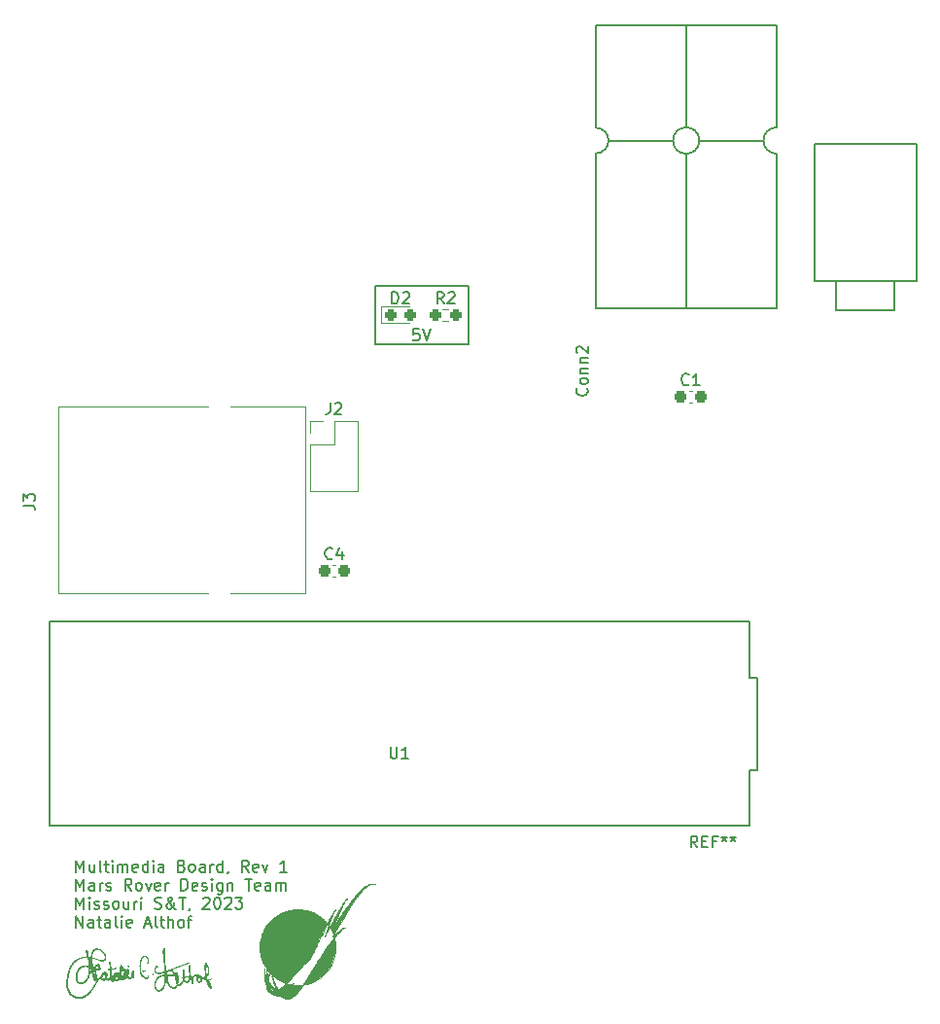
<source format=gto>
G04 #@! TF.GenerationSoftware,KiCad,Pcbnew,(6.0.7)*
G04 #@! TF.CreationDate,2022-11-19T15:20:26-06:00*
G04 #@! TF.ProjectId,2022-2023MultimediaBoard,32303232-2d32-4303-9233-4d756c74696d,rev?*
G04 #@! TF.SameCoordinates,Original*
G04 #@! TF.FileFunction,Legend,Top*
G04 #@! TF.FilePolarity,Positive*
%FSLAX46Y46*%
G04 Gerber Fmt 4.6, Leading zero omitted, Abs format (unit mm)*
G04 Created by KiCad (PCBNEW (6.0.7)) date 2022-11-19 15:20:26*
%MOMM*%
%LPD*%
G01*
G04 APERTURE LIST*
G04 Aperture macros list*
%AMRoundRect*
0 Rectangle with rounded corners*
0 $1 Rounding radius*
0 $2 $3 $4 $5 $6 $7 $8 $9 X,Y pos of 4 corners*
0 Add a 4 corners polygon primitive as box body*
4,1,4,$2,$3,$4,$5,$6,$7,$8,$9,$2,$3,0*
0 Add four circle primitives for the rounded corners*
1,1,$1+$1,$2,$3*
1,1,$1+$1,$4,$5*
1,1,$1+$1,$6,$7*
1,1,$1+$1,$8,$9*
0 Add four rect primitives between the rounded corners*
20,1,$1+$1,$2,$3,$4,$5,0*
20,1,$1+$1,$4,$5,$6,$7,0*
20,1,$1+$1,$6,$7,$8,$9,0*
20,1,$1+$1,$8,$9,$2,$3,0*%
G04 Aperture macros list end*
%ADD10C,0.150000*%
%ADD11C,0.120000*%
%ADD12C,0.010000*%
%ADD13C,0.127000*%
%ADD14RoundRect,0.237500X-0.300000X-0.237500X0.300000X-0.237500X0.300000X0.237500X-0.300000X0.237500X0*%
%ADD15C,3.450000*%
%ADD16C,1.524000*%
%ADD17RoundRect,0.237500X-0.287500X-0.237500X0.287500X-0.237500X0.287500X0.237500X-0.287500X0.237500X0*%
%ADD18RoundRect,0.237500X-0.250000X-0.237500X0.250000X-0.237500X0.250000X0.237500X-0.250000X0.237500X0*%
%ADD19O,5.100000X3.000000*%
%ADD20C,1.100000*%
%ADD21C,1.400000*%
%ADD22C,4.000000*%
%ADD23C,2.000000*%
%ADD24R,1.350000X1.350000*%
%ADD25O,1.350000X1.350000*%
%ADD26C,1.308000*%
%ADD27C,1.258000*%
%ADD28C,1.208000*%
%ADD29C,2.540000*%
%ADD30O,3.000000X5.100000*%
G04 APERTURE END LIST*
D10*
X85342130Y-52151000D02*
X85342130Y-57231000D01*
X93470130Y-52151000D02*
X93470130Y-57231000D01*
X85342130Y-57231000D02*
X93470130Y-57231000D01*
X85342130Y-52151000D02*
X93470130Y-52151000D01*
X89108769Y-55921380D02*
X88632579Y-55921380D01*
X88584960Y-56397571D01*
X88632579Y-56349952D01*
X88727817Y-56302333D01*
X88965912Y-56302333D01*
X89061150Y-56349952D01*
X89108769Y-56397571D01*
X89156388Y-56492809D01*
X89156388Y-56730904D01*
X89108769Y-56826142D01*
X89061150Y-56873761D01*
X88965912Y-56921380D01*
X88727817Y-56921380D01*
X88632579Y-56873761D01*
X88584960Y-56826142D01*
X89442103Y-55921380D02*
X89775436Y-56921380D01*
X90108769Y-55921380D01*
X59263595Y-103193380D02*
X59263595Y-102193380D01*
X59596928Y-102907666D01*
X59930261Y-102193380D01*
X59930261Y-103193380D01*
X60835023Y-102526714D02*
X60835023Y-103193380D01*
X60406452Y-102526714D02*
X60406452Y-103050523D01*
X60454071Y-103145761D01*
X60549309Y-103193380D01*
X60692166Y-103193380D01*
X60787404Y-103145761D01*
X60835023Y-103098142D01*
X61454071Y-103193380D02*
X61358833Y-103145761D01*
X61311214Y-103050523D01*
X61311214Y-102193380D01*
X61692166Y-102526714D02*
X62073119Y-102526714D01*
X61835023Y-102193380D02*
X61835023Y-103050523D01*
X61882642Y-103145761D01*
X61977880Y-103193380D01*
X62073119Y-103193380D01*
X62406452Y-103193380D02*
X62406452Y-102526714D01*
X62406452Y-102193380D02*
X62358833Y-102241000D01*
X62406452Y-102288619D01*
X62454071Y-102241000D01*
X62406452Y-102193380D01*
X62406452Y-102288619D01*
X62882642Y-103193380D02*
X62882642Y-102526714D01*
X62882642Y-102621952D02*
X62930261Y-102574333D01*
X63025500Y-102526714D01*
X63168357Y-102526714D01*
X63263595Y-102574333D01*
X63311214Y-102669571D01*
X63311214Y-103193380D01*
X63311214Y-102669571D02*
X63358833Y-102574333D01*
X63454071Y-102526714D01*
X63596928Y-102526714D01*
X63692166Y-102574333D01*
X63739785Y-102669571D01*
X63739785Y-103193380D01*
X64596928Y-103145761D02*
X64501690Y-103193380D01*
X64311214Y-103193380D01*
X64215976Y-103145761D01*
X64168357Y-103050523D01*
X64168357Y-102669571D01*
X64215976Y-102574333D01*
X64311214Y-102526714D01*
X64501690Y-102526714D01*
X64596928Y-102574333D01*
X64644547Y-102669571D01*
X64644547Y-102764809D01*
X64168357Y-102860047D01*
X65501690Y-103193380D02*
X65501690Y-102193380D01*
X65501690Y-103145761D02*
X65406452Y-103193380D01*
X65215976Y-103193380D01*
X65120738Y-103145761D01*
X65073119Y-103098142D01*
X65025500Y-103002904D01*
X65025500Y-102717190D01*
X65073119Y-102621952D01*
X65120738Y-102574333D01*
X65215976Y-102526714D01*
X65406452Y-102526714D01*
X65501690Y-102574333D01*
X65977880Y-103193380D02*
X65977880Y-102526714D01*
X65977880Y-102193380D02*
X65930261Y-102241000D01*
X65977880Y-102288619D01*
X66025500Y-102241000D01*
X65977880Y-102193380D01*
X65977880Y-102288619D01*
X66882642Y-103193380D02*
X66882642Y-102669571D01*
X66835023Y-102574333D01*
X66739785Y-102526714D01*
X66549309Y-102526714D01*
X66454071Y-102574333D01*
X66882642Y-103145761D02*
X66787404Y-103193380D01*
X66549309Y-103193380D01*
X66454071Y-103145761D01*
X66406452Y-103050523D01*
X66406452Y-102955285D01*
X66454071Y-102860047D01*
X66549309Y-102812428D01*
X66787404Y-102812428D01*
X66882642Y-102764809D01*
X68454071Y-102669571D02*
X68596928Y-102717190D01*
X68644547Y-102764809D01*
X68692166Y-102860047D01*
X68692166Y-103002904D01*
X68644547Y-103098142D01*
X68596928Y-103145761D01*
X68501690Y-103193380D01*
X68120738Y-103193380D01*
X68120738Y-102193380D01*
X68454071Y-102193380D01*
X68549309Y-102241000D01*
X68596928Y-102288619D01*
X68644547Y-102383857D01*
X68644547Y-102479095D01*
X68596928Y-102574333D01*
X68549309Y-102621952D01*
X68454071Y-102669571D01*
X68120738Y-102669571D01*
X69263595Y-103193380D02*
X69168357Y-103145761D01*
X69120738Y-103098142D01*
X69073119Y-103002904D01*
X69073119Y-102717190D01*
X69120738Y-102621952D01*
X69168357Y-102574333D01*
X69263595Y-102526714D01*
X69406452Y-102526714D01*
X69501690Y-102574333D01*
X69549309Y-102621952D01*
X69596928Y-102717190D01*
X69596928Y-103002904D01*
X69549309Y-103098142D01*
X69501690Y-103145761D01*
X69406452Y-103193380D01*
X69263595Y-103193380D01*
X70454071Y-103193380D02*
X70454071Y-102669571D01*
X70406452Y-102574333D01*
X70311214Y-102526714D01*
X70120738Y-102526714D01*
X70025500Y-102574333D01*
X70454071Y-103145761D02*
X70358833Y-103193380D01*
X70120738Y-103193380D01*
X70025500Y-103145761D01*
X69977880Y-103050523D01*
X69977880Y-102955285D01*
X70025500Y-102860047D01*
X70120738Y-102812428D01*
X70358833Y-102812428D01*
X70454071Y-102764809D01*
X70930261Y-103193380D02*
X70930261Y-102526714D01*
X70930261Y-102717190D02*
X70977880Y-102621952D01*
X71025500Y-102574333D01*
X71120738Y-102526714D01*
X71215976Y-102526714D01*
X71977880Y-103193380D02*
X71977880Y-102193380D01*
X71977880Y-103145761D02*
X71882642Y-103193380D01*
X71692166Y-103193380D01*
X71596928Y-103145761D01*
X71549309Y-103098142D01*
X71501690Y-103002904D01*
X71501690Y-102717190D01*
X71549309Y-102621952D01*
X71596928Y-102574333D01*
X71692166Y-102526714D01*
X71882642Y-102526714D01*
X71977880Y-102574333D01*
X72501690Y-103145761D02*
X72501690Y-103193380D01*
X72454071Y-103288619D01*
X72406452Y-103336238D01*
X74263595Y-103193380D02*
X73930261Y-102717190D01*
X73692166Y-103193380D02*
X73692166Y-102193380D01*
X74073119Y-102193380D01*
X74168357Y-102241000D01*
X74215976Y-102288619D01*
X74263595Y-102383857D01*
X74263595Y-102526714D01*
X74215976Y-102621952D01*
X74168357Y-102669571D01*
X74073119Y-102717190D01*
X73692166Y-102717190D01*
X75073119Y-103145761D02*
X74977880Y-103193380D01*
X74787404Y-103193380D01*
X74692166Y-103145761D01*
X74644547Y-103050523D01*
X74644547Y-102669571D01*
X74692166Y-102574333D01*
X74787404Y-102526714D01*
X74977880Y-102526714D01*
X75073119Y-102574333D01*
X75120738Y-102669571D01*
X75120738Y-102764809D01*
X74644547Y-102860047D01*
X75454071Y-102526714D02*
X75692166Y-103193380D01*
X75930261Y-102526714D01*
X77596928Y-103193380D02*
X77025500Y-103193380D01*
X77311214Y-103193380D02*
X77311214Y-102193380D01*
X77215976Y-102336238D01*
X77120738Y-102431476D01*
X77025500Y-102479095D01*
X59263595Y-104803380D02*
X59263595Y-103803380D01*
X59596928Y-104517666D01*
X59930261Y-103803380D01*
X59930261Y-104803380D01*
X60835023Y-104803380D02*
X60835023Y-104279571D01*
X60787404Y-104184333D01*
X60692166Y-104136714D01*
X60501690Y-104136714D01*
X60406452Y-104184333D01*
X60835023Y-104755761D02*
X60739785Y-104803380D01*
X60501690Y-104803380D01*
X60406452Y-104755761D01*
X60358833Y-104660523D01*
X60358833Y-104565285D01*
X60406452Y-104470047D01*
X60501690Y-104422428D01*
X60739785Y-104422428D01*
X60835023Y-104374809D01*
X61311214Y-104803380D02*
X61311214Y-104136714D01*
X61311214Y-104327190D02*
X61358833Y-104231952D01*
X61406452Y-104184333D01*
X61501690Y-104136714D01*
X61596928Y-104136714D01*
X61882642Y-104755761D02*
X61977880Y-104803380D01*
X62168357Y-104803380D01*
X62263595Y-104755761D01*
X62311214Y-104660523D01*
X62311214Y-104612904D01*
X62263595Y-104517666D01*
X62168357Y-104470047D01*
X62025500Y-104470047D01*
X61930261Y-104422428D01*
X61882642Y-104327190D01*
X61882642Y-104279571D01*
X61930261Y-104184333D01*
X62025500Y-104136714D01*
X62168357Y-104136714D01*
X62263595Y-104184333D01*
X64073119Y-104803380D02*
X63739785Y-104327190D01*
X63501690Y-104803380D02*
X63501690Y-103803380D01*
X63882642Y-103803380D01*
X63977880Y-103851000D01*
X64025500Y-103898619D01*
X64073119Y-103993857D01*
X64073119Y-104136714D01*
X64025500Y-104231952D01*
X63977880Y-104279571D01*
X63882642Y-104327190D01*
X63501690Y-104327190D01*
X64644547Y-104803380D02*
X64549309Y-104755761D01*
X64501690Y-104708142D01*
X64454071Y-104612904D01*
X64454071Y-104327190D01*
X64501690Y-104231952D01*
X64549309Y-104184333D01*
X64644547Y-104136714D01*
X64787404Y-104136714D01*
X64882642Y-104184333D01*
X64930261Y-104231952D01*
X64977880Y-104327190D01*
X64977880Y-104612904D01*
X64930261Y-104708142D01*
X64882642Y-104755761D01*
X64787404Y-104803380D01*
X64644547Y-104803380D01*
X65311214Y-104136714D02*
X65549309Y-104803380D01*
X65787404Y-104136714D01*
X66549309Y-104755761D02*
X66454071Y-104803380D01*
X66263595Y-104803380D01*
X66168357Y-104755761D01*
X66120738Y-104660523D01*
X66120738Y-104279571D01*
X66168357Y-104184333D01*
X66263595Y-104136714D01*
X66454071Y-104136714D01*
X66549309Y-104184333D01*
X66596928Y-104279571D01*
X66596928Y-104374809D01*
X66120738Y-104470047D01*
X67025500Y-104803380D02*
X67025500Y-104136714D01*
X67025500Y-104327190D02*
X67073119Y-104231952D01*
X67120738Y-104184333D01*
X67215976Y-104136714D01*
X67311214Y-104136714D01*
X68406452Y-104803380D02*
X68406452Y-103803380D01*
X68644547Y-103803380D01*
X68787404Y-103851000D01*
X68882642Y-103946238D01*
X68930261Y-104041476D01*
X68977880Y-104231952D01*
X68977880Y-104374809D01*
X68930261Y-104565285D01*
X68882642Y-104660523D01*
X68787404Y-104755761D01*
X68644547Y-104803380D01*
X68406452Y-104803380D01*
X69787404Y-104755761D02*
X69692166Y-104803380D01*
X69501690Y-104803380D01*
X69406452Y-104755761D01*
X69358833Y-104660523D01*
X69358833Y-104279571D01*
X69406452Y-104184333D01*
X69501690Y-104136714D01*
X69692166Y-104136714D01*
X69787404Y-104184333D01*
X69835023Y-104279571D01*
X69835023Y-104374809D01*
X69358833Y-104470047D01*
X70215976Y-104755761D02*
X70311214Y-104803380D01*
X70501690Y-104803380D01*
X70596928Y-104755761D01*
X70644547Y-104660523D01*
X70644547Y-104612904D01*
X70596928Y-104517666D01*
X70501690Y-104470047D01*
X70358833Y-104470047D01*
X70263595Y-104422428D01*
X70215976Y-104327190D01*
X70215976Y-104279571D01*
X70263595Y-104184333D01*
X70358833Y-104136714D01*
X70501690Y-104136714D01*
X70596928Y-104184333D01*
X71073119Y-104803380D02*
X71073119Y-104136714D01*
X71073119Y-103803380D02*
X71025500Y-103851000D01*
X71073119Y-103898619D01*
X71120738Y-103851000D01*
X71073119Y-103803380D01*
X71073119Y-103898619D01*
X71977880Y-104136714D02*
X71977880Y-104946238D01*
X71930261Y-105041476D01*
X71882642Y-105089095D01*
X71787404Y-105136714D01*
X71644547Y-105136714D01*
X71549309Y-105089095D01*
X71977880Y-104755761D02*
X71882642Y-104803380D01*
X71692166Y-104803380D01*
X71596928Y-104755761D01*
X71549309Y-104708142D01*
X71501690Y-104612904D01*
X71501690Y-104327190D01*
X71549309Y-104231952D01*
X71596928Y-104184333D01*
X71692166Y-104136714D01*
X71882642Y-104136714D01*
X71977880Y-104184333D01*
X72454071Y-104136714D02*
X72454071Y-104803380D01*
X72454071Y-104231952D02*
X72501690Y-104184333D01*
X72596928Y-104136714D01*
X72739785Y-104136714D01*
X72835023Y-104184333D01*
X72882642Y-104279571D01*
X72882642Y-104803380D01*
X73977880Y-103803380D02*
X74549309Y-103803380D01*
X74263595Y-104803380D02*
X74263595Y-103803380D01*
X75263595Y-104755761D02*
X75168357Y-104803380D01*
X74977880Y-104803380D01*
X74882642Y-104755761D01*
X74835023Y-104660523D01*
X74835023Y-104279571D01*
X74882642Y-104184333D01*
X74977880Y-104136714D01*
X75168357Y-104136714D01*
X75263595Y-104184333D01*
X75311214Y-104279571D01*
X75311214Y-104374809D01*
X74835023Y-104470047D01*
X76168357Y-104803380D02*
X76168357Y-104279571D01*
X76120738Y-104184333D01*
X76025500Y-104136714D01*
X75835023Y-104136714D01*
X75739785Y-104184333D01*
X76168357Y-104755761D02*
X76073119Y-104803380D01*
X75835023Y-104803380D01*
X75739785Y-104755761D01*
X75692166Y-104660523D01*
X75692166Y-104565285D01*
X75739785Y-104470047D01*
X75835023Y-104422428D01*
X76073119Y-104422428D01*
X76168357Y-104374809D01*
X76644547Y-104803380D02*
X76644547Y-104136714D01*
X76644547Y-104231952D02*
X76692166Y-104184333D01*
X76787404Y-104136714D01*
X76930261Y-104136714D01*
X77025500Y-104184333D01*
X77073119Y-104279571D01*
X77073119Y-104803380D01*
X77073119Y-104279571D02*
X77120738Y-104184333D01*
X77215976Y-104136714D01*
X77358833Y-104136714D01*
X77454071Y-104184333D01*
X77501690Y-104279571D01*
X77501690Y-104803380D01*
X59263595Y-106413380D02*
X59263595Y-105413380D01*
X59596928Y-106127666D01*
X59930261Y-105413380D01*
X59930261Y-106413380D01*
X60406452Y-106413380D02*
X60406452Y-105746714D01*
X60406452Y-105413380D02*
X60358833Y-105461000D01*
X60406452Y-105508619D01*
X60454071Y-105461000D01*
X60406452Y-105413380D01*
X60406452Y-105508619D01*
X60835023Y-106365761D02*
X60930261Y-106413380D01*
X61120738Y-106413380D01*
X61215976Y-106365761D01*
X61263595Y-106270523D01*
X61263595Y-106222904D01*
X61215976Y-106127666D01*
X61120738Y-106080047D01*
X60977880Y-106080047D01*
X60882642Y-106032428D01*
X60835023Y-105937190D01*
X60835023Y-105889571D01*
X60882642Y-105794333D01*
X60977880Y-105746714D01*
X61120738Y-105746714D01*
X61215976Y-105794333D01*
X61644547Y-106365761D02*
X61739785Y-106413380D01*
X61930261Y-106413380D01*
X62025500Y-106365761D01*
X62073119Y-106270523D01*
X62073119Y-106222904D01*
X62025500Y-106127666D01*
X61930261Y-106080047D01*
X61787404Y-106080047D01*
X61692166Y-106032428D01*
X61644547Y-105937190D01*
X61644547Y-105889571D01*
X61692166Y-105794333D01*
X61787404Y-105746714D01*
X61930261Y-105746714D01*
X62025500Y-105794333D01*
X62644547Y-106413380D02*
X62549309Y-106365761D01*
X62501690Y-106318142D01*
X62454071Y-106222904D01*
X62454071Y-105937190D01*
X62501690Y-105841952D01*
X62549309Y-105794333D01*
X62644547Y-105746714D01*
X62787404Y-105746714D01*
X62882642Y-105794333D01*
X62930261Y-105841952D01*
X62977880Y-105937190D01*
X62977880Y-106222904D01*
X62930261Y-106318142D01*
X62882642Y-106365761D01*
X62787404Y-106413380D01*
X62644547Y-106413380D01*
X63835023Y-105746714D02*
X63835023Y-106413380D01*
X63406452Y-105746714D02*
X63406452Y-106270523D01*
X63454071Y-106365761D01*
X63549309Y-106413380D01*
X63692166Y-106413380D01*
X63787404Y-106365761D01*
X63835023Y-106318142D01*
X64311214Y-106413380D02*
X64311214Y-105746714D01*
X64311214Y-105937190D02*
X64358833Y-105841952D01*
X64406452Y-105794333D01*
X64501690Y-105746714D01*
X64596928Y-105746714D01*
X64930261Y-106413380D02*
X64930261Y-105746714D01*
X64930261Y-105413380D02*
X64882642Y-105461000D01*
X64930261Y-105508619D01*
X64977880Y-105461000D01*
X64930261Y-105413380D01*
X64930261Y-105508619D01*
X66120738Y-106365761D02*
X66263595Y-106413380D01*
X66501690Y-106413380D01*
X66596928Y-106365761D01*
X66644547Y-106318142D01*
X66692166Y-106222904D01*
X66692166Y-106127666D01*
X66644547Y-106032428D01*
X66596928Y-105984809D01*
X66501690Y-105937190D01*
X66311214Y-105889571D01*
X66215976Y-105841952D01*
X66168357Y-105794333D01*
X66120738Y-105699095D01*
X66120738Y-105603857D01*
X66168357Y-105508619D01*
X66215976Y-105461000D01*
X66311214Y-105413380D01*
X66549309Y-105413380D01*
X66692166Y-105461000D01*
X67930261Y-106413380D02*
X67882642Y-106413380D01*
X67787404Y-106365761D01*
X67644547Y-106222904D01*
X67406452Y-105937190D01*
X67311214Y-105794333D01*
X67263595Y-105651476D01*
X67263595Y-105556238D01*
X67311214Y-105461000D01*
X67406452Y-105413380D01*
X67454071Y-105413380D01*
X67549309Y-105461000D01*
X67596928Y-105556238D01*
X67596928Y-105603857D01*
X67549309Y-105699095D01*
X67501690Y-105746714D01*
X67215976Y-105937190D01*
X67168357Y-105984809D01*
X67120738Y-106080047D01*
X67120738Y-106222904D01*
X67168357Y-106318142D01*
X67215976Y-106365761D01*
X67311214Y-106413380D01*
X67454071Y-106413380D01*
X67549309Y-106365761D01*
X67596928Y-106318142D01*
X67739785Y-106127666D01*
X67787404Y-105984809D01*
X67787404Y-105889571D01*
X68215976Y-105413380D02*
X68787404Y-105413380D01*
X68501690Y-106413380D02*
X68501690Y-105413380D01*
X69168357Y-106365761D02*
X69168357Y-106413380D01*
X69120738Y-106508619D01*
X69073119Y-106556238D01*
X70311214Y-105508619D02*
X70358833Y-105461000D01*
X70454071Y-105413380D01*
X70692166Y-105413380D01*
X70787404Y-105461000D01*
X70835023Y-105508619D01*
X70882642Y-105603857D01*
X70882642Y-105699095D01*
X70835023Y-105841952D01*
X70263595Y-106413380D01*
X70882642Y-106413380D01*
X71501690Y-105413380D02*
X71596928Y-105413380D01*
X71692166Y-105461000D01*
X71739785Y-105508619D01*
X71787404Y-105603857D01*
X71835023Y-105794333D01*
X71835023Y-106032428D01*
X71787404Y-106222904D01*
X71739785Y-106318142D01*
X71692166Y-106365761D01*
X71596928Y-106413380D01*
X71501690Y-106413380D01*
X71406452Y-106365761D01*
X71358833Y-106318142D01*
X71311214Y-106222904D01*
X71263595Y-106032428D01*
X71263595Y-105794333D01*
X71311214Y-105603857D01*
X71358833Y-105508619D01*
X71406452Y-105461000D01*
X71501690Y-105413380D01*
X72215976Y-105508619D02*
X72263595Y-105461000D01*
X72358833Y-105413380D01*
X72596928Y-105413380D01*
X72692166Y-105461000D01*
X72739785Y-105508619D01*
X72787404Y-105603857D01*
X72787404Y-105699095D01*
X72739785Y-105841952D01*
X72168357Y-106413380D01*
X72787404Y-106413380D01*
X73120738Y-105413380D02*
X73739785Y-105413380D01*
X73406452Y-105794333D01*
X73549309Y-105794333D01*
X73644547Y-105841952D01*
X73692166Y-105889571D01*
X73739785Y-105984809D01*
X73739785Y-106222904D01*
X73692166Y-106318142D01*
X73644547Y-106365761D01*
X73549309Y-106413380D01*
X73263595Y-106413380D01*
X73168357Y-106365761D01*
X73120738Y-106318142D01*
X59263595Y-108023380D02*
X59263595Y-107023380D01*
X59835023Y-108023380D01*
X59835023Y-107023380D01*
X60739785Y-108023380D02*
X60739785Y-107499571D01*
X60692166Y-107404333D01*
X60596928Y-107356714D01*
X60406452Y-107356714D01*
X60311214Y-107404333D01*
X60739785Y-107975761D02*
X60644547Y-108023380D01*
X60406452Y-108023380D01*
X60311214Y-107975761D01*
X60263595Y-107880523D01*
X60263595Y-107785285D01*
X60311214Y-107690047D01*
X60406452Y-107642428D01*
X60644547Y-107642428D01*
X60739785Y-107594809D01*
X61073119Y-107356714D02*
X61454071Y-107356714D01*
X61215976Y-107023380D02*
X61215976Y-107880523D01*
X61263595Y-107975761D01*
X61358833Y-108023380D01*
X61454071Y-108023380D01*
X62215976Y-108023380D02*
X62215976Y-107499571D01*
X62168357Y-107404333D01*
X62073119Y-107356714D01*
X61882642Y-107356714D01*
X61787404Y-107404333D01*
X62215976Y-107975761D02*
X62120738Y-108023380D01*
X61882642Y-108023380D01*
X61787404Y-107975761D01*
X61739785Y-107880523D01*
X61739785Y-107785285D01*
X61787404Y-107690047D01*
X61882642Y-107642428D01*
X62120738Y-107642428D01*
X62215976Y-107594809D01*
X62835023Y-108023380D02*
X62739785Y-107975761D01*
X62692166Y-107880523D01*
X62692166Y-107023380D01*
X63215976Y-108023380D02*
X63215976Y-107356714D01*
X63215976Y-107023380D02*
X63168357Y-107071000D01*
X63215976Y-107118619D01*
X63263595Y-107071000D01*
X63215976Y-107023380D01*
X63215976Y-107118619D01*
X64073119Y-107975761D02*
X63977880Y-108023380D01*
X63787404Y-108023380D01*
X63692166Y-107975761D01*
X63644547Y-107880523D01*
X63644547Y-107499571D01*
X63692166Y-107404333D01*
X63787404Y-107356714D01*
X63977880Y-107356714D01*
X64073119Y-107404333D01*
X64120738Y-107499571D01*
X64120738Y-107594809D01*
X63644547Y-107690047D01*
X65263595Y-107737666D02*
X65739785Y-107737666D01*
X65168357Y-108023380D02*
X65501690Y-107023380D01*
X65835023Y-108023380D01*
X66311214Y-108023380D02*
X66215976Y-107975761D01*
X66168357Y-107880523D01*
X66168357Y-107023380D01*
X66549309Y-107356714D02*
X66930261Y-107356714D01*
X66692166Y-107023380D02*
X66692166Y-107880523D01*
X66739785Y-107975761D01*
X66835023Y-108023380D01*
X66930261Y-108023380D01*
X67263595Y-108023380D02*
X67263595Y-107023380D01*
X67692166Y-108023380D02*
X67692166Y-107499571D01*
X67644547Y-107404333D01*
X67549309Y-107356714D01*
X67406452Y-107356714D01*
X67311214Y-107404333D01*
X67263595Y-107451952D01*
X68311214Y-108023380D02*
X68215976Y-107975761D01*
X68168357Y-107928142D01*
X68120738Y-107832904D01*
X68120738Y-107547190D01*
X68168357Y-107451952D01*
X68215976Y-107404333D01*
X68311214Y-107356714D01*
X68454071Y-107356714D01*
X68549309Y-107404333D01*
X68596928Y-107451952D01*
X68644547Y-107547190D01*
X68644547Y-107832904D01*
X68596928Y-107928142D01*
X68549309Y-107975761D01*
X68454071Y-108023380D01*
X68311214Y-108023380D01*
X68930261Y-107356714D02*
X69311214Y-107356714D01*
X69073119Y-108023380D02*
X69073119Y-107166238D01*
X69120738Y-107071000D01*
X69215976Y-107023380D01*
X69311214Y-107023380D01*
X112607463Y-60730142D02*
X112559844Y-60777761D01*
X112416987Y-60825380D01*
X112321749Y-60825380D01*
X112178891Y-60777761D01*
X112083653Y-60682523D01*
X112036034Y-60587285D01*
X111988415Y-60396809D01*
X111988415Y-60253952D01*
X112036034Y-60063476D01*
X112083653Y-59968238D01*
X112178891Y-59873000D01*
X112321749Y-59825380D01*
X112416987Y-59825380D01*
X112559844Y-59873000D01*
X112607463Y-59920619D01*
X113559844Y-60825380D02*
X112988415Y-60825380D01*
X113274130Y-60825380D02*
X113274130Y-59825380D01*
X113178891Y-59968238D01*
X113083653Y-60063476D01*
X112988415Y-60111095D01*
X81556383Y-75876142D02*
X81508764Y-75923761D01*
X81365907Y-75971380D01*
X81270669Y-75971380D01*
X81127811Y-75923761D01*
X81032573Y-75828523D01*
X80984954Y-75733285D01*
X80937335Y-75542809D01*
X80937335Y-75399952D01*
X80984954Y-75209476D01*
X81032573Y-75114238D01*
X81127811Y-75019000D01*
X81270669Y-74971380D01*
X81365907Y-74971380D01*
X81508764Y-75019000D01*
X81556383Y-75066619D01*
X82413526Y-75304714D02*
X82413526Y-75971380D01*
X82175430Y-74923761D02*
X81937335Y-75638047D01*
X82556383Y-75638047D01*
X86763034Y-53713380D02*
X86763034Y-52713380D01*
X87001130Y-52713380D01*
X87143987Y-52761000D01*
X87239225Y-52856238D01*
X87286844Y-52951476D01*
X87334463Y-53141952D01*
X87334463Y-53284809D01*
X87286844Y-53475285D01*
X87239225Y-53570523D01*
X87143987Y-53665761D01*
X87001130Y-53713380D01*
X86763034Y-53713380D01*
X87715415Y-52808619D02*
X87763034Y-52761000D01*
X87858272Y-52713380D01*
X88096368Y-52713380D01*
X88191606Y-52761000D01*
X88239225Y-52808619D01*
X88286844Y-52903857D01*
X88286844Y-52999095D01*
X88239225Y-53141952D01*
X87667796Y-53713380D01*
X88286844Y-53713380D01*
X91271463Y-53713380D02*
X90938130Y-53237190D01*
X90700034Y-53713380D02*
X90700034Y-52713380D01*
X91080987Y-52713380D01*
X91176225Y-52761000D01*
X91223844Y-52808619D01*
X91271463Y-52903857D01*
X91271463Y-53046714D01*
X91223844Y-53141952D01*
X91176225Y-53189571D01*
X91080987Y-53237190D01*
X90700034Y-53237190D01*
X91652415Y-52808619D02*
X91700034Y-52761000D01*
X91795272Y-52713380D01*
X92033368Y-52713380D01*
X92128606Y-52761000D01*
X92176225Y-52808619D01*
X92223844Y-52903857D01*
X92223844Y-52999095D01*
X92176225Y-53141952D01*
X91604796Y-53713380D01*
X92223844Y-53713380D01*
X103724996Y-61097776D02*
X103772615Y-61145395D01*
X103820234Y-61288252D01*
X103820234Y-61383490D01*
X103772615Y-61526347D01*
X103677377Y-61621586D01*
X103582139Y-61669205D01*
X103391663Y-61716824D01*
X103248806Y-61716824D01*
X103058330Y-61669205D01*
X102963092Y-61621586D01*
X102867854Y-61526347D01*
X102820234Y-61383490D01*
X102820234Y-61288252D01*
X102867854Y-61145395D01*
X102915473Y-61097776D01*
X103820234Y-60526347D02*
X103772615Y-60621586D01*
X103724996Y-60669205D01*
X103629758Y-60716824D01*
X103344044Y-60716824D01*
X103248806Y-60669205D01*
X103201187Y-60621586D01*
X103153568Y-60526347D01*
X103153568Y-60383490D01*
X103201187Y-60288252D01*
X103248806Y-60240633D01*
X103344044Y-60193014D01*
X103629758Y-60193014D01*
X103724996Y-60240633D01*
X103772615Y-60288252D01*
X103820234Y-60383490D01*
X103820234Y-60526347D01*
X103153568Y-59764443D02*
X103820234Y-59764443D01*
X103248806Y-59764443D02*
X103201187Y-59716824D01*
X103153568Y-59621586D01*
X103153568Y-59478728D01*
X103201187Y-59383490D01*
X103296425Y-59335871D01*
X103820234Y-59335871D01*
X103153568Y-58859681D02*
X103820234Y-58859681D01*
X103248806Y-58859681D02*
X103201187Y-58812062D01*
X103153568Y-58716824D01*
X103153568Y-58573967D01*
X103201187Y-58478728D01*
X103296425Y-58431109D01*
X103820234Y-58431109D01*
X102915473Y-58002538D02*
X102867854Y-57954919D01*
X102820234Y-57859681D01*
X102820234Y-57621586D01*
X102867854Y-57526347D01*
X102915473Y-57478728D01*
X103010711Y-57431109D01*
X103105949Y-57431109D01*
X103248806Y-57478728D01*
X103820234Y-58050157D01*
X103820234Y-57431109D01*
X54644965Y-71282530D02*
X55359251Y-71282530D01*
X55502108Y-71330149D01*
X55597346Y-71425387D01*
X55644965Y-71568244D01*
X55644965Y-71663482D01*
X54644965Y-70901577D02*
X54644965Y-70282530D01*
X55025918Y-70615863D01*
X55025918Y-70473006D01*
X55073537Y-70377768D01*
X55121156Y-70330149D01*
X55216394Y-70282530D01*
X55454489Y-70282530D01*
X55549727Y-70330149D01*
X55597346Y-70377768D01*
X55644965Y-70473006D01*
X55644965Y-70758720D01*
X55597346Y-70853958D01*
X55549727Y-70901577D01*
X81370725Y-62355181D02*
X81370725Y-63069467D01*
X81323106Y-63212324D01*
X81227868Y-63307562D01*
X81085011Y-63355181D01*
X80989773Y-63355181D01*
X81799297Y-62450420D02*
X81846916Y-62402801D01*
X81942154Y-62355181D01*
X82180249Y-62355181D01*
X82275487Y-62402801D01*
X82323106Y-62450420D01*
X82370725Y-62545658D01*
X82370725Y-62640896D01*
X82323106Y-62783753D01*
X81751678Y-63355181D01*
X82370725Y-63355181D01*
X86626595Y-92301880D02*
X86626595Y-93111404D01*
X86674214Y-93206642D01*
X86721833Y-93254261D01*
X86817071Y-93301880D01*
X87007547Y-93301880D01*
X87102785Y-93254261D01*
X87150404Y-93206642D01*
X87198023Y-93111404D01*
X87198023Y-92301880D01*
X88198023Y-93301880D02*
X87626595Y-93301880D01*
X87912309Y-93301880D02*
X87912309Y-92301880D01*
X87817071Y-92444738D01*
X87721833Y-92539976D01*
X87626595Y-92587595D01*
X113360166Y-101056880D02*
X113026833Y-100580690D01*
X112788738Y-101056880D02*
X112788738Y-100056880D01*
X113169690Y-100056880D01*
X113264928Y-100104500D01*
X113312547Y-100152119D01*
X113360166Y-100247357D01*
X113360166Y-100390214D01*
X113312547Y-100485452D01*
X113264928Y-100533071D01*
X113169690Y-100580690D01*
X112788738Y-100580690D01*
X113788738Y-100533071D02*
X114122071Y-100533071D01*
X114264928Y-101056880D02*
X113788738Y-101056880D01*
X113788738Y-100056880D01*
X114264928Y-100056880D01*
X115026833Y-100533071D02*
X114693500Y-100533071D01*
X114693500Y-101056880D02*
X114693500Y-100056880D01*
X115169690Y-100056880D01*
X115693500Y-100056880D02*
X115693500Y-100294976D01*
X115455404Y-100199738D02*
X115693500Y-100294976D01*
X115931595Y-100199738D01*
X115550642Y-100485452D02*
X115693500Y-100294976D01*
X115836357Y-100485452D01*
X116455404Y-100056880D02*
X116455404Y-100294976D01*
X116217309Y-100199738D02*
X116455404Y-100294976D01*
X116693500Y-100199738D01*
X116312547Y-100485452D02*
X116455404Y-100294976D01*
X116598261Y-100485452D01*
D11*
X112627863Y-61293000D02*
X112920397Y-61293000D01*
X112627863Y-62313000D02*
X112920397Y-62313000D01*
D10*
X132459130Y-51770000D02*
X132459130Y-39832000D01*
X123569130Y-39832000D02*
X132459130Y-39832000D01*
X123569130Y-51770000D02*
X132459130Y-51770000D01*
X125474130Y-54310000D02*
X125474130Y-51770000D01*
X123569130Y-51770000D02*
X123569130Y-39832000D01*
X130554130Y-54310000D02*
X125474130Y-54310000D01*
X130554130Y-51770000D02*
X130554130Y-54310000D01*
D11*
X81576783Y-76439000D02*
X81869317Y-76439000D01*
X81576783Y-77459000D02*
X81869317Y-77459000D01*
X85841130Y-55426000D02*
X88301130Y-55426000D01*
X85841130Y-53956000D02*
X85841130Y-55426000D01*
X88301130Y-53956000D02*
X85841130Y-53956000D01*
X91183406Y-55213500D02*
X91692854Y-55213500D01*
X91183406Y-54168500D02*
X91692854Y-54168500D01*
G36*
X85118611Y-104206769D02*
G01*
X85184325Y-104216247D01*
X85237830Y-104231802D01*
X85245991Y-104235335D01*
X85278743Y-104250513D01*
X85248625Y-104245418D01*
X85143801Y-104233662D01*
X85045617Y-104234445D01*
X84958532Y-104247718D01*
X84954937Y-104248611D01*
X84853457Y-104281983D01*
X84747707Y-104331990D01*
X84637329Y-104398926D01*
X84521959Y-104483084D01*
X84401239Y-104584758D01*
X84274807Y-104704241D01*
X84142302Y-104841827D01*
X84003364Y-104997810D01*
X83934131Y-105079484D01*
X83869990Y-105156949D01*
X83808712Y-105232490D01*
X83749339Y-105307494D01*
X83690908Y-105383349D01*
X83632460Y-105461443D01*
X83573035Y-105543164D01*
X83511672Y-105629901D01*
X83447412Y-105723042D01*
X83379293Y-105823974D01*
X83306356Y-105934086D01*
X83227640Y-106054766D01*
X83142185Y-106187402D01*
X83049032Y-106333382D01*
X82947218Y-106494094D01*
X82861657Y-106629803D01*
X82666545Y-106944436D01*
X82478882Y-107256350D01*
X82301685Y-107560508D01*
X82257089Y-107638775D01*
X82216787Y-107709489D01*
X82170095Y-107790819D01*
X82120858Y-107876107D01*
X82072919Y-107958695D01*
X82030857Y-108030674D01*
X81988962Y-108102491D01*
X81943005Y-108182024D01*
X81896534Y-108263086D01*
X81853095Y-108339487D01*
X81816235Y-108405041D01*
X81815056Y-108407156D01*
X81783267Y-108464093D01*
X81753110Y-108517926D01*
X81726591Y-108565088D01*
X81705717Y-108602012D01*
X81692493Y-108625129D01*
X81692077Y-108625844D01*
X81666822Y-108669198D01*
X81627847Y-108565607D01*
X81607404Y-108514375D01*
X81581989Y-108455534D01*
X81552877Y-108391588D01*
X81521341Y-108325037D01*
X81488658Y-108258382D01*
X81456103Y-108194126D01*
X81424949Y-108134768D01*
X81396473Y-108082811D01*
X81371950Y-108040756D01*
X81352654Y-108011104D01*
X81339860Y-107996357D01*
X81337081Y-107995178D01*
X81330335Y-108003572D01*
X81315854Y-108026847D01*
X81295309Y-108062146D01*
X81270370Y-108106609D01*
X81247609Y-108148281D01*
X81210856Y-108216074D01*
X81171446Y-108288307D01*
X81130579Y-108362820D01*
X81089455Y-108437458D01*
X81049274Y-108510062D01*
X81011236Y-108578475D01*
X80976542Y-108640539D01*
X80946392Y-108694098D01*
X80921986Y-108736993D01*
X80904524Y-108767067D01*
X80895207Y-108782163D01*
X80894350Y-108783281D01*
X80893653Y-108778874D01*
X80898990Y-108759080D01*
X80909345Y-108727314D01*
X80919701Y-108697945D01*
X80944852Y-108628839D01*
X80972809Y-108552605D01*
X81002773Y-108471372D01*
X81033946Y-108387267D01*
X81065528Y-108302420D01*
X81096720Y-108218958D01*
X81126723Y-108139010D01*
X81154739Y-108064705D01*
X81179966Y-107998170D01*
X81201608Y-107941535D01*
X81218864Y-107896927D01*
X81230936Y-107866475D01*
X81237024Y-107852307D01*
X81237455Y-107851613D01*
X81245923Y-107855539D01*
X81261805Y-107873113D01*
X81282061Y-107900842D01*
X81287705Y-107909340D01*
X81308646Y-107940290D01*
X81325714Y-107963329D01*
X81335855Y-107974390D01*
X81336899Y-107974812D01*
X81343255Y-107966266D01*
X81357546Y-107942483D01*
X81378341Y-107905993D01*
X81404212Y-107859322D01*
X81433730Y-107804996D01*
X81448664Y-107777148D01*
X81483835Y-107711663D01*
X81525945Y-107633853D01*
X81572151Y-107548931D01*
X81619615Y-107462110D01*
X81665494Y-107378602D01*
X81693343Y-107328166D01*
X81733768Y-107255007D01*
X81781255Y-107168862D01*
X81833250Y-107074376D01*
X81887202Y-106976191D01*
X81940558Y-106878949D01*
X81990766Y-106787295D01*
X82008269Y-106755297D01*
X82089620Y-106607700D01*
X82169524Y-106465022D01*
X82247118Y-106328716D01*
X82321536Y-106200233D01*
X82391911Y-106081026D01*
X82457379Y-105972547D01*
X82517074Y-105876248D01*
X82570131Y-105793581D01*
X82615683Y-105725998D01*
X82650089Y-105678561D01*
X82698284Y-105620448D01*
X82741268Y-105578666D01*
X82778327Y-105553611D01*
X82808750Y-105545683D01*
X82831825Y-105555278D01*
X82842547Y-105571105D01*
X82852486Y-105597923D01*
X82854196Y-105613690D01*
X82848540Y-105615795D01*
X82836379Y-105601630D01*
X82833813Y-105597557D01*
X82814440Y-105574026D01*
X82796440Y-105567450D01*
X82796202Y-105567492D01*
X82777334Y-105579535D01*
X82751203Y-105609608D01*
X82718126Y-105657147D01*
X82678420Y-105721588D01*
X82632404Y-105802369D01*
X82580393Y-105898925D01*
X82522707Y-106010694D01*
X82459662Y-106137113D01*
X82391576Y-106277616D01*
X82367278Y-106328617D01*
X82343348Y-106379608D01*
X82314141Y-106442769D01*
X82280391Y-106516448D01*
X82242833Y-106598993D01*
X82202202Y-106688752D01*
X82159233Y-106784073D01*
X82114660Y-106883302D01*
X82069220Y-106984789D01*
X82023646Y-107086880D01*
X81978674Y-107187923D01*
X81935038Y-107286266D01*
X81893474Y-107380257D01*
X81854715Y-107468244D01*
X81819499Y-107548573D01*
X81788558Y-107619594D01*
X81762628Y-107679653D01*
X81742444Y-107727099D01*
X81728741Y-107760279D01*
X81722254Y-107777541D01*
X81721874Y-107779666D01*
X81728020Y-107772482D01*
X81743760Y-107750835D01*
X81767536Y-107716958D01*
X81797791Y-107673087D01*
X81832968Y-107621456D01*
X81860285Y-107581006D01*
X81905822Y-107513757D01*
X81959733Y-107434848D01*
X82020643Y-107346245D01*
X82087175Y-107249915D01*
X82157953Y-107147824D01*
X82231602Y-107041937D01*
X82306745Y-106934222D01*
X82382006Y-106826642D01*
X82456009Y-106721166D01*
X82527378Y-106619758D01*
X82594736Y-106524385D01*
X82656709Y-106437013D01*
X82711919Y-106359608D01*
X82758991Y-106294135D01*
X82796548Y-106242562D01*
X82807143Y-106228222D01*
X82990410Y-105984530D01*
X83165183Y-105758455D01*
X83331843Y-105549603D01*
X83490766Y-105357578D01*
X83642334Y-105181985D01*
X83786924Y-105022429D01*
X83924915Y-104878515D01*
X84056686Y-104749847D01*
X84182617Y-104636031D01*
X84303087Y-104536671D01*
X84418473Y-104451373D01*
X84529156Y-104379741D01*
X84635514Y-104321379D01*
X84636214Y-104321032D01*
X84715495Y-104283195D01*
X84782971Y-104254791D01*
X84843587Y-104234175D01*
X84902283Y-104219703D01*
X84964003Y-104209731D01*
X84974606Y-104208429D01*
X85046700Y-104203964D01*
X85118611Y-104206769D01*
G37*
D12*
X85118611Y-104206769D02*
X85184325Y-104216247D01*
X85237830Y-104231802D01*
X85245991Y-104235335D01*
X85278743Y-104250513D01*
X85248625Y-104245418D01*
X85143801Y-104233662D01*
X85045617Y-104234445D01*
X84958532Y-104247718D01*
X84954937Y-104248611D01*
X84853457Y-104281983D01*
X84747707Y-104331990D01*
X84637329Y-104398926D01*
X84521959Y-104483084D01*
X84401239Y-104584758D01*
X84274807Y-104704241D01*
X84142302Y-104841827D01*
X84003364Y-104997810D01*
X83934131Y-105079484D01*
X83869990Y-105156949D01*
X83808712Y-105232490D01*
X83749339Y-105307494D01*
X83690908Y-105383349D01*
X83632460Y-105461443D01*
X83573035Y-105543164D01*
X83511672Y-105629901D01*
X83447412Y-105723042D01*
X83379293Y-105823974D01*
X83306356Y-105934086D01*
X83227640Y-106054766D01*
X83142185Y-106187402D01*
X83049032Y-106333382D01*
X82947218Y-106494094D01*
X82861657Y-106629803D01*
X82666545Y-106944436D01*
X82478882Y-107256350D01*
X82301685Y-107560508D01*
X82257089Y-107638775D01*
X82216787Y-107709489D01*
X82170095Y-107790819D01*
X82120858Y-107876107D01*
X82072919Y-107958695D01*
X82030857Y-108030674D01*
X81988962Y-108102491D01*
X81943005Y-108182024D01*
X81896534Y-108263086D01*
X81853095Y-108339487D01*
X81816235Y-108405041D01*
X81815056Y-108407156D01*
X81783267Y-108464093D01*
X81753110Y-108517926D01*
X81726591Y-108565088D01*
X81705717Y-108602012D01*
X81692493Y-108625129D01*
X81692077Y-108625844D01*
X81666822Y-108669198D01*
X81627847Y-108565607D01*
X81607404Y-108514375D01*
X81581989Y-108455534D01*
X81552877Y-108391588D01*
X81521341Y-108325037D01*
X81488658Y-108258382D01*
X81456103Y-108194126D01*
X81424949Y-108134768D01*
X81396473Y-108082811D01*
X81371950Y-108040756D01*
X81352654Y-108011104D01*
X81339860Y-107996357D01*
X81337081Y-107995178D01*
X81330335Y-108003572D01*
X81315854Y-108026847D01*
X81295309Y-108062146D01*
X81270370Y-108106609D01*
X81247609Y-108148281D01*
X81210856Y-108216074D01*
X81171446Y-108288307D01*
X81130579Y-108362820D01*
X81089455Y-108437458D01*
X81049274Y-108510062D01*
X81011236Y-108578475D01*
X80976542Y-108640539D01*
X80946392Y-108694098D01*
X80921986Y-108736993D01*
X80904524Y-108767067D01*
X80895207Y-108782163D01*
X80894350Y-108783281D01*
X80893653Y-108778874D01*
X80898990Y-108759080D01*
X80909345Y-108727314D01*
X80919701Y-108697945D01*
X80944852Y-108628839D01*
X80972809Y-108552605D01*
X81002773Y-108471372D01*
X81033946Y-108387267D01*
X81065528Y-108302420D01*
X81096720Y-108218958D01*
X81126723Y-108139010D01*
X81154739Y-108064705D01*
X81179966Y-107998170D01*
X81201608Y-107941535D01*
X81218864Y-107896927D01*
X81230936Y-107866475D01*
X81237024Y-107852307D01*
X81237455Y-107851613D01*
X81245923Y-107855539D01*
X81261805Y-107873113D01*
X81282061Y-107900842D01*
X81287705Y-107909340D01*
X81308646Y-107940290D01*
X81325714Y-107963329D01*
X81335855Y-107974390D01*
X81336899Y-107974812D01*
X81343255Y-107966266D01*
X81357546Y-107942483D01*
X81378341Y-107905993D01*
X81404212Y-107859322D01*
X81433730Y-107804996D01*
X81448664Y-107777148D01*
X81483835Y-107711663D01*
X81525945Y-107633853D01*
X81572151Y-107548931D01*
X81619615Y-107462110D01*
X81665494Y-107378602D01*
X81693343Y-107328166D01*
X81733768Y-107255007D01*
X81781255Y-107168862D01*
X81833250Y-107074376D01*
X81887202Y-106976191D01*
X81940558Y-106878949D01*
X81990766Y-106787295D01*
X82008269Y-106755297D01*
X82089620Y-106607700D01*
X82169524Y-106465022D01*
X82247118Y-106328716D01*
X82321536Y-106200233D01*
X82391911Y-106081026D01*
X82457379Y-105972547D01*
X82517074Y-105876248D01*
X82570131Y-105793581D01*
X82615683Y-105725998D01*
X82650089Y-105678561D01*
X82698284Y-105620448D01*
X82741268Y-105578666D01*
X82778327Y-105553611D01*
X82808750Y-105545683D01*
X82831825Y-105555278D01*
X82842547Y-105571105D01*
X82852486Y-105597923D01*
X82854196Y-105613690D01*
X82848540Y-105615795D01*
X82836379Y-105601630D01*
X82833813Y-105597557D01*
X82814440Y-105574026D01*
X82796440Y-105567450D01*
X82796202Y-105567492D01*
X82777334Y-105579535D01*
X82751203Y-105609608D01*
X82718126Y-105657147D01*
X82678420Y-105721588D01*
X82632404Y-105802369D01*
X82580393Y-105898925D01*
X82522707Y-106010694D01*
X82459662Y-106137113D01*
X82391576Y-106277616D01*
X82367278Y-106328617D01*
X82343348Y-106379608D01*
X82314141Y-106442769D01*
X82280391Y-106516448D01*
X82242833Y-106598993D01*
X82202202Y-106688752D01*
X82159233Y-106784073D01*
X82114660Y-106883302D01*
X82069220Y-106984789D01*
X82023646Y-107086880D01*
X81978674Y-107187923D01*
X81935038Y-107286266D01*
X81893474Y-107380257D01*
X81854715Y-107468244D01*
X81819499Y-107548573D01*
X81788558Y-107619594D01*
X81762628Y-107679653D01*
X81742444Y-107727099D01*
X81728741Y-107760279D01*
X81722254Y-107777541D01*
X81721874Y-107779666D01*
X81728020Y-107772482D01*
X81743760Y-107750835D01*
X81767536Y-107716958D01*
X81797791Y-107673087D01*
X81832968Y-107621456D01*
X81860285Y-107581006D01*
X81905822Y-107513757D01*
X81959733Y-107434848D01*
X82020643Y-107346245D01*
X82087175Y-107249915D01*
X82157953Y-107147824D01*
X82231602Y-107041937D01*
X82306745Y-106934222D01*
X82382006Y-106826642D01*
X82456009Y-106721166D01*
X82527378Y-106619758D01*
X82594736Y-106524385D01*
X82656709Y-106437013D01*
X82711919Y-106359608D01*
X82758991Y-106294135D01*
X82796548Y-106242562D01*
X82807143Y-106228222D01*
X82990410Y-105984530D01*
X83165183Y-105758455D01*
X83331843Y-105549603D01*
X83490766Y-105357578D01*
X83642334Y-105181985D01*
X83786924Y-105022429D01*
X83924915Y-104878515D01*
X84056686Y-104749847D01*
X84182617Y-104636031D01*
X84303087Y-104536671D01*
X84418473Y-104451373D01*
X84529156Y-104379741D01*
X84635514Y-104321379D01*
X84636214Y-104321032D01*
X84715495Y-104283195D01*
X84782971Y-104254791D01*
X84843587Y-104234175D01*
X84902283Y-104219703D01*
X84964003Y-104209731D01*
X84974606Y-104208429D01*
X85046700Y-104203964D01*
X85118611Y-104206769D01*
G36*
X76481144Y-113883258D02*
G01*
X76366453Y-113823782D01*
X76336563Y-113805001D01*
X76301991Y-113784886D01*
X76268010Y-113769252D01*
X76248190Y-113762995D01*
X76222049Y-113755229D01*
X76185308Y-113741201D01*
X76145274Y-113723733D01*
X76139435Y-113720989D01*
X76059123Y-113671914D01*
X76058993Y-113671792D01*
X77036669Y-113671792D01*
X77039999Y-113679751D01*
X77049384Y-113690513D01*
X77051598Y-113692871D01*
X77064158Y-113705256D01*
X77076640Y-113712914D01*
X77092927Y-113715960D01*
X77116900Y-113714512D01*
X77152443Y-113708688D01*
X77203438Y-113698604D01*
X77208370Y-113697603D01*
X77249396Y-113688455D01*
X77296398Y-113676687D01*
X77345741Y-113663374D01*
X77393793Y-113649590D01*
X77436919Y-113636410D01*
X77471485Y-113624909D01*
X77493859Y-113616161D01*
X77500406Y-113611241D01*
X77500398Y-113611234D01*
X77489540Y-113611192D01*
X77463731Y-113614240D01*
X77427757Y-113619770D01*
X77412435Y-113622392D01*
X77368636Y-113629056D01*
X77312173Y-113636162D01*
X77250417Y-113642848D01*
X77192253Y-113648133D01*
X77130417Y-113653179D01*
X77086267Y-113657329D01*
X77057477Y-113661320D01*
X77041719Y-113665895D01*
X77036669Y-113671792D01*
X76058993Y-113671792D01*
X75989487Y-113606567D01*
X75931197Y-113526088D01*
X75884928Y-113431614D01*
X75851349Y-113324284D01*
X75831134Y-113205236D01*
X75830317Y-113197307D01*
X75823253Y-113154136D01*
X75810847Y-113102945D01*
X75795660Y-113054170D01*
X75794179Y-113050079D01*
X75754882Y-112929128D01*
X75749826Y-112909526D01*
X75945464Y-112909526D01*
X75949844Y-112981336D01*
X75954281Y-113025065D01*
X75963317Y-113060917D01*
X75979842Y-113098429D01*
X75992426Y-113121889D01*
X76077855Y-113260070D01*
X76170609Y-113380106D01*
X76271325Y-113482786D01*
X76313447Y-113518741D01*
X76373684Y-113567540D01*
X76438941Y-113561318D01*
X76472933Y-113557561D01*
X76498013Y-113553824D01*
X76508381Y-113551065D01*
X76510532Y-113548362D01*
X76508616Y-113544798D01*
X76499476Y-113538137D01*
X76479958Y-113526146D01*
X76446903Y-113506588D01*
X76438941Y-113501897D01*
X76329216Y-113427962D01*
X76230691Y-113341508D01*
X76141763Y-113240746D01*
X76060828Y-113123886D01*
X75995366Y-113007142D01*
X75945464Y-112909526D01*
X75749826Y-112909526D01*
X75719168Y-112790671D01*
X75687519Y-112637038D01*
X75660418Y-112470562D01*
X75639271Y-112302135D01*
X75634658Y-112249569D01*
X75630788Y-112185612D01*
X75627681Y-112113310D01*
X75625360Y-112035708D01*
X75623845Y-111955852D01*
X75623158Y-111876788D01*
X75623320Y-111801562D01*
X75624352Y-111733219D01*
X75626276Y-111674806D01*
X75629113Y-111629367D01*
X75632885Y-111599949D01*
X75634314Y-111594348D01*
X75639848Y-111579161D01*
X75642923Y-111578391D01*
X75644402Y-111594069D01*
X75645013Y-111619447D01*
X75648272Y-111699211D01*
X75655297Y-111793932D01*
X75665494Y-111898968D01*
X75678270Y-112009675D01*
X75693030Y-112121411D01*
X75709181Y-112229534D01*
X75726129Y-112329399D01*
X75743281Y-112416365D01*
X75751585Y-112452886D01*
X75766925Y-112514030D01*
X75783183Y-112574333D01*
X75799431Y-112630813D01*
X75814742Y-112680483D01*
X75828185Y-112720360D01*
X75838833Y-112747459D01*
X75845756Y-112758795D01*
X75846778Y-112758829D01*
X75855999Y-112742577D01*
X75860609Y-112710652D01*
X75860614Y-112666920D01*
X75856021Y-112615250D01*
X75846838Y-112559507D01*
X75846392Y-112557326D01*
X75831849Y-112482500D01*
X75820032Y-112410880D01*
X75810660Y-112339058D01*
X75803455Y-112263627D01*
X75798137Y-112181177D01*
X75794426Y-112088301D01*
X75792042Y-111981588D01*
X75790875Y-111880475D01*
X75789310Y-111684956D01*
X75847100Y-111684956D01*
X75848065Y-111723967D01*
X75850056Y-111772540D01*
X75852900Y-111827191D01*
X75856423Y-111884434D01*
X75860448Y-111940784D01*
X75864802Y-111992755D01*
X75867567Y-112021028D01*
X75873144Y-112068152D01*
X75880554Y-112122187D01*
X75889138Y-112179193D01*
X75898237Y-112235228D01*
X75907191Y-112286349D01*
X75915341Y-112328616D01*
X75922029Y-112358086D01*
X75925894Y-112369820D01*
X75931315Y-112365742D01*
X75941257Y-112345633D01*
X75954364Y-112312660D01*
X75969276Y-112269990D01*
X75971110Y-112264405D01*
X75993697Y-112197050D01*
X76013895Y-112140489D01*
X76030941Y-112096646D01*
X76044070Y-112067443D01*
X76052519Y-112054805D01*
X76054386Y-112054786D01*
X76054048Y-112065656D01*
X76050049Y-112092247D01*
X76043051Y-112130672D01*
X76033717Y-112177042D01*
X76032777Y-112181514D01*
X76019958Y-112244810D01*
X76006305Y-112316433D01*
X75993804Y-112385785D01*
X75987372Y-112423791D01*
X75967827Y-112543591D01*
X75998335Y-112631183D01*
X76023863Y-112698352D01*
X76055430Y-112772006D01*
X76090376Y-112846616D01*
X76126045Y-112916649D01*
X76159777Y-112976572D01*
X76178609Y-113006304D01*
X76226483Y-113069710D01*
X76284581Y-113135028D01*
X76346813Y-113195937D01*
X76407094Y-113246117D01*
X76415446Y-113252224D01*
X76445831Y-113272204D01*
X76483249Y-113294218D01*
X76523690Y-113316237D01*
X76563144Y-113336235D01*
X76597603Y-113352183D01*
X76623055Y-113362054D01*
X76635493Y-113363821D01*
X76635737Y-113363626D01*
X76633889Y-113353188D01*
X76625208Y-113329359D01*
X76611460Y-113296890D01*
X76608405Y-113290103D01*
X76578765Y-113221892D01*
X76545422Y-113140243D01*
X76510559Y-113050917D01*
X76476359Y-112959672D01*
X76445006Y-112872268D01*
X76418680Y-112794465D01*
X76409005Y-112763953D01*
X76392274Y-112708029D01*
X76374222Y-112644822D01*
X76355662Y-112577489D01*
X76337406Y-112509185D01*
X76320266Y-112443066D01*
X76305055Y-112382286D01*
X76292585Y-112330002D01*
X76283669Y-112289370D01*
X76279118Y-112263544D01*
X76278705Y-112257821D01*
X76282366Y-112261668D01*
X76292576Y-112282189D01*
X76308474Y-112317399D01*
X76329196Y-112365311D01*
X76353879Y-112423941D01*
X76381659Y-112491301D01*
X76402688Y-112543083D01*
X76446776Y-112651436D01*
X76485540Y-112744463D01*
X76520616Y-112825671D01*
X76553643Y-112898567D01*
X76586257Y-112966659D01*
X76620096Y-113033454D01*
X76656797Y-113102459D01*
X76697999Y-113177181D01*
X76702450Y-113185140D01*
X76742493Y-113256135D01*
X76774433Y-113311301D01*
X76799597Y-113352534D01*
X76819313Y-113381731D01*
X76834908Y-113400788D01*
X76847710Y-113411604D01*
X76859047Y-113416074D01*
X76864397Y-113416522D01*
X76882593Y-113411174D01*
X76912575Y-113396741D01*
X76949669Y-113375636D01*
X76977551Y-113358063D01*
X77018474Y-113329906D01*
X77069156Y-113293100D01*
X77123935Y-113251858D01*
X77177148Y-113210393D01*
X77191989Y-113198516D01*
X77201612Y-113190633D01*
X77784238Y-113190633D01*
X77789257Y-113195653D01*
X77794277Y-113190633D01*
X77789257Y-113185613D01*
X77784238Y-113190633D01*
X77201612Y-113190633D01*
X77211974Y-113182145D01*
X77804317Y-113182145D01*
X77811991Y-113180243D01*
X77834931Y-113165534D01*
X77873011Y-113138106D01*
X77926107Y-113098046D01*
X77953033Y-113077337D01*
X77986843Y-113050481D01*
X78013148Y-113028167D01*
X78028858Y-113013107D01*
X78031794Y-113008163D01*
X78022951Y-113012416D01*
X78001924Y-113026606D01*
X77972177Y-113048082D01*
X77937171Y-113074196D01*
X77900370Y-113102300D01*
X77865236Y-113129746D01*
X77835232Y-113153885D01*
X77813822Y-113172068D01*
X77804467Y-113181647D01*
X77804317Y-113182145D01*
X77211974Y-113182145D01*
X77235201Y-113163119D01*
X77282645Y-113123302D01*
X77332022Y-113081099D01*
X77381033Y-113038547D01*
X77427379Y-112997681D01*
X77468763Y-112960537D01*
X77502884Y-112929151D01*
X77527444Y-112905558D01*
X77540145Y-112891794D01*
X77541293Y-112889191D01*
X77531251Y-112884791D01*
X77506082Y-112874955D01*
X77469530Y-112861119D01*
X77425337Y-112844716D01*
X77423079Y-112843885D01*
X77189246Y-112747659D01*
X76963522Y-112634228D01*
X76747262Y-112504596D01*
X76541822Y-112359764D01*
X76348558Y-112200735D01*
X76168825Y-112028509D01*
X76003979Y-111844090D01*
X75912310Y-111727372D01*
X75886959Y-111694100D01*
X75866050Y-111667929D01*
X75852436Y-111652361D01*
X75848952Y-111649566D01*
X75847338Y-111658994D01*
X75847100Y-111684956D01*
X75789310Y-111684956D01*
X75788263Y-111554190D01*
X75721137Y-111443755D01*
X75598614Y-111223020D01*
X75494006Y-110993400D01*
X75407274Y-110754785D01*
X75338383Y-110507064D01*
X75287295Y-110250124D01*
X75263074Y-110073360D01*
X75258394Y-110017450D01*
X75254923Y-109946085D01*
X75252662Y-109863853D01*
X75251611Y-109775343D01*
X75251770Y-109685142D01*
X75253139Y-109597838D01*
X75255718Y-109518019D01*
X75259507Y-109450274D01*
X75263074Y-109410751D01*
X75302469Y-109147095D01*
X75359930Y-108892193D01*
X75435476Y-108646003D01*
X75529126Y-108408476D01*
X75640897Y-108179568D01*
X75770810Y-107959234D01*
X75918882Y-107747427D01*
X75976111Y-107673913D01*
X76027221Y-107613023D01*
X76089479Y-107543573D01*
X76158662Y-107469922D01*
X76230548Y-107396432D01*
X76300915Y-107327463D01*
X76365540Y-107267376D01*
X76393763Y-107242556D01*
X76595679Y-107082277D01*
X76807979Y-106939032D01*
X77029903Y-106813151D01*
X77260689Y-106704966D01*
X77499575Y-106614810D01*
X77745800Y-106543014D01*
X77998602Y-106489910D01*
X78180799Y-106463835D01*
X78255512Y-106457075D01*
X78344570Y-106452082D01*
X78442761Y-106448896D01*
X78544874Y-106447557D01*
X78645697Y-106448107D01*
X78740019Y-106450584D01*
X78822628Y-106455030D01*
X78863487Y-106458564D01*
X79123481Y-106494969D01*
X79375394Y-106549731D01*
X79619439Y-106622937D01*
X79855830Y-106714676D01*
X80084782Y-106825037D01*
X80306508Y-106954107D01*
X80521222Y-107101976D01*
X80635463Y-107190589D01*
X80679285Y-107227702D01*
X80731555Y-107274734D01*
X80789226Y-107328680D01*
X80849251Y-107386536D01*
X80908584Y-107445294D01*
X80964179Y-107501951D01*
X81012989Y-107553500D01*
X81051968Y-107596936D01*
X81072182Y-107621431D01*
X81093422Y-107647891D01*
X81109755Y-107666627D01*
X81117360Y-107673399D01*
X81122913Y-107664841D01*
X81136348Y-107640423D01*
X81156570Y-107602244D01*
X81182484Y-107552406D01*
X81212997Y-107493006D01*
X81247011Y-107426147D01*
X81270248Y-107380146D01*
X81342294Y-107238593D01*
X81411583Y-107105358D01*
X81477514Y-106981480D01*
X81539487Y-106867997D01*
X81596901Y-106765948D01*
X81649157Y-106676372D01*
X81695654Y-106600308D01*
X81735791Y-106538795D01*
X81768969Y-106492872D01*
X81794586Y-106463578D01*
X81804668Y-106455296D01*
X81822102Y-106444953D01*
X81828354Y-106445025D01*
X81823097Y-106457126D01*
X81806000Y-106482867D01*
X81796190Y-106496756D01*
X81777840Y-106523842D01*
X81759861Y-106553573D01*
X81741125Y-106588325D01*
X81720503Y-106630477D01*
X81696868Y-106682406D01*
X81669091Y-106746489D01*
X81636043Y-106825105D01*
X81606622Y-106896244D01*
X81581600Y-106957670D01*
X81550740Y-107034444D01*
X81515379Y-107123161D01*
X81476855Y-107220415D01*
X81436506Y-107322801D01*
X81395670Y-107426915D01*
X81355686Y-107529352D01*
X81317891Y-107626706D01*
X81283623Y-107715572D01*
X81254220Y-107792545D01*
X81248369Y-107807988D01*
X81237532Y-107836648D01*
X81181220Y-107759539D01*
X81156322Y-107727301D01*
X81135298Y-107703500D01*
X81121057Y-107691255D01*
X81117006Y-107690721D01*
X81111388Y-107700970D01*
X81097808Y-107727788D01*
X81077013Y-107769649D01*
X81049749Y-107825028D01*
X81016761Y-107892401D01*
X80978796Y-107970243D01*
X80936599Y-108057029D01*
X80890917Y-108151233D01*
X80842495Y-108251332D01*
X80823172Y-108291344D01*
X80711921Y-108521675D01*
X80608687Y-108735119D01*
X80512860Y-108932925D01*
X80423831Y-109116337D01*
X80340990Y-109286603D01*
X80263727Y-109444968D01*
X80191434Y-109592678D01*
X80123500Y-109730980D01*
X80059316Y-109861120D01*
X79998273Y-109984344D01*
X79939761Y-110101899D01*
X79883170Y-110215030D01*
X79850958Y-110279170D01*
X79807299Y-110366492D01*
X79770018Y-110441559D01*
X79737790Y-110506093D01*
X79709287Y-110561820D01*
X79683185Y-110610462D01*
X79658158Y-110653744D01*
X79632879Y-110693388D01*
X79606022Y-110731118D01*
X79576263Y-110768659D01*
X79542274Y-110807733D01*
X79502730Y-110850065D01*
X79456305Y-110897378D01*
X79401674Y-110951396D01*
X79337510Y-111013842D01*
X79262487Y-111086440D01*
X79175280Y-111170913D01*
X79134554Y-111210491D01*
X79061095Y-111282369D01*
X78989228Y-111353443D01*
X78920826Y-111421806D01*
X78857766Y-111485553D01*
X78801923Y-111542777D01*
X78755171Y-111591572D01*
X78719386Y-111630031D01*
X78698557Y-111653693D01*
X78641906Y-111720302D01*
X78573212Y-111799063D01*
X78494482Y-111887789D01*
X78407725Y-111984292D01*
X78314952Y-112086383D01*
X78218170Y-112191873D01*
X78119390Y-112298576D01*
X78020620Y-112404303D01*
X77923869Y-112506865D01*
X77831146Y-112604074D01*
X77744461Y-112693743D01*
X77730277Y-112708276D01*
X77682303Y-112757495D01*
X77639468Y-112801708D01*
X77603624Y-112838984D01*
X77576621Y-112867390D01*
X77560311Y-112884992D01*
X77556216Y-112890010D01*
X77568556Y-112894406D01*
X77596514Y-112902450D01*
X77636177Y-112913143D01*
X77683627Y-112925487D01*
X77734951Y-112938484D01*
X77786232Y-112951137D01*
X77833556Y-112962446D01*
X77873007Y-112971415D01*
X77888248Y-112974646D01*
X77952725Y-112986804D01*
X77999584Y-112993207D01*
X78030406Y-112993973D01*
X78046773Y-112989219D01*
X78049197Y-112986583D01*
X78058789Y-112977119D01*
X78080492Y-112958312D01*
X78110665Y-112933264D01*
X78132616Y-112915490D01*
X78210917Y-112852677D01*
X78052457Y-113002133D01*
X78086509Y-113008227D01*
X78146866Y-113016957D01*
X78219208Y-113024029D01*
X78300794Y-113029462D01*
X78388882Y-113033277D01*
X78480733Y-113035494D01*
X78573604Y-113036133D01*
X78664756Y-113035214D01*
X78751446Y-113032757D01*
X78830934Y-113028782D01*
X78900479Y-113023310D01*
X78957339Y-113016359D01*
X78998774Y-113007951D01*
X79016727Y-113001418D01*
X79028207Y-112989573D01*
X79048525Y-112962044D01*
X79076600Y-112920607D01*
X79111347Y-112867034D01*
X79151685Y-112803098D01*
X79196531Y-112730575D01*
X79244802Y-112651236D01*
X79295416Y-112566857D01*
X79347290Y-112479210D01*
X79399340Y-112390069D01*
X79450486Y-112301208D01*
X79499643Y-112214401D01*
X79526313Y-112166601D01*
X79568634Y-112091587D01*
X79614086Y-112013270D01*
X79660021Y-111936062D01*
X79703788Y-111864374D01*
X79742738Y-111802618D01*
X79767502Y-111765020D01*
X79804553Y-111708446D01*
X79847582Y-111639712D01*
X79893202Y-111564417D01*
X79938025Y-111488161D01*
X79978663Y-111416546D01*
X79982729Y-111409199D01*
X80032622Y-111321052D01*
X80081686Y-111239585D01*
X80133448Y-111159318D01*
X80191438Y-111074778D01*
X80257701Y-110982519D01*
X80399597Y-110784263D01*
X80533685Y-110588387D01*
X80663082Y-110390061D01*
X80790904Y-110184452D01*
X80920269Y-109966732D01*
X80980383Y-109862530D01*
X81016454Y-109800546D01*
X81049279Y-109747042D01*
X81081815Y-109697826D01*
X81117021Y-109648706D01*
X81157857Y-109595488D01*
X81207280Y-109533981D01*
X81242523Y-109491068D01*
X81291164Y-109432066D01*
X81339546Y-109373214D01*
X81384927Y-109317860D01*
X81424562Y-109269355D01*
X81455709Y-109231046D01*
X81468674Y-109214981D01*
X81499876Y-109176543D01*
X81539381Y-109128481D01*
X81582496Y-109076473D01*
X81624528Y-109026201D01*
X81631477Y-109017940D01*
X81665700Y-108976501D01*
X81694739Y-108939815D01*
X81716326Y-108910870D01*
X81728192Y-108892651D01*
X81729771Y-108888508D01*
X81727093Y-108873432D01*
X81720201Y-108846033D01*
X81710810Y-108812213D01*
X81700635Y-108777871D01*
X81691392Y-108748911D01*
X81684794Y-108731231D01*
X81683329Y-108728690D01*
X81674563Y-108732755D01*
X81655725Y-108747674D01*
X81632364Y-108768848D01*
X81609194Y-108789726D01*
X81598348Y-108796645D01*
X81600451Y-108789214D01*
X81601004Y-108788301D01*
X81615041Y-108763895D01*
X81632309Y-108731840D01*
X81639121Y-108718666D01*
X81652822Y-108692914D01*
X81661224Y-108682914D01*
X81667840Y-108686376D01*
X81673604Y-108696170D01*
X81679007Y-108704384D01*
X81685831Y-108707199D01*
X81696657Y-108703001D01*
X81714065Y-108690177D01*
X81740635Y-108667111D01*
X81778950Y-108632192D01*
X81785391Y-108626271D01*
X81899022Y-108522673D01*
X82000253Y-108432322D01*
X82090579Y-108353970D01*
X82171496Y-108286370D01*
X82244500Y-108228275D01*
X82311087Y-108178437D01*
X82372751Y-108135609D01*
X82377321Y-108132577D01*
X82459052Y-108081970D01*
X82528989Y-108045945D01*
X82586784Y-108024626D01*
X82632090Y-108018137D01*
X82664559Y-108026601D01*
X82668467Y-108029296D01*
X82679184Y-108038683D01*
X82677189Y-108043267D01*
X82659573Y-108044836D01*
X82642824Y-108045057D01*
X82598065Y-108051695D01*
X82553657Y-108072938D01*
X82551679Y-108074182D01*
X82516515Y-108099027D01*
X82470972Y-108134953D01*
X82418749Y-108178724D01*
X82363548Y-108227107D01*
X82309067Y-108276865D01*
X82259009Y-108324764D01*
X82221708Y-108362646D01*
X82190729Y-108395668D01*
X82151486Y-108438004D01*
X82106037Y-108487385D01*
X82056444Y-108541541D01*
X82004765Y-108598203D01*
X81953062Y-108655101D01*
X81903394Y-108709966D01*
X81857821Y-108760528D01*
X81818403Y-108804518D01*
X81787200Y-108839666D01*
X81766272Y-108863702D01*
X81759407Y-108871970D01*
X81737279Y-108900101D01*
X81764433Y-109022403D01*
X81786739Y-109128631D01*
X81804083Y-109225850D01*
X81817121Y-109319735D01*
X81826510Y-109415962D01*
X81832907Y-109520207D01*
X81836967Y-109638146D01*
X81837309Y-109652675D01*
X81838568Y-109815888D01*
X81834193Y-109964876D01*
X81823664Y-110104830D01*
X81806461Y-110240942D01*
X81782064Y-110378404D01*
X81750284Y-110521041D01*
X81680789Y-110765762D01*
X81592933Y-111003227D01*
X81487423Y-111232470D01*
X81364968Y-111452526D01*
X81226273Y-111662433D01*
X81072045Y-111861224D01*
X80902992Y-112047935D01*
X80719821Y-112221601D01*
X80523239Y-112381259D01*
X80313953Y-112525943D01*
X80252905Y-112563801D01*
X80044556Y-112679464D01*
X79826609Y-112780640D01*
X79602404Y-112866073D01*
X79375279Y-112934505D01*
X79148575Y-112984676D01*
X79124514Y-112988905D01*
X79071739Y-112999648D01*
X79037687Y-113010727D01*
X79021262Y-113022210D01*
X79012155Y-113035197D01*
X78993393Y-113062248D01*
X78966693Y-113100878D01*
X78933771Y-113148602D01*
X78896344Y-113202934D01*
X78866813Y-113245850D01*
X78756638Y-113402266D01*
X78652994Y-113541379D01*
X78554751Y-113664447D01*
X78460779Y-113772726D01*
X78369947Y-113867474D01*
X78281125Y-113949947D01*
X78193182Y-114021404D01*
X78126812Y-114068730D01*
X78068318Y-114104445D01*
X78000978Y-114139842D01*
X77931181Y-114171965D01*
X77865315Y-114197856D01*
X77813843Y-114213591D01*
X77731512Y-114228208D01*
X77642421Y-114234709D01*
X77555323Y-114232792D01*
X77491152Y-114224657D01*
X77372179Y-114191910D01*
X77258155Y-114139740D01*
X77149234Y-114068223D01*
X77111530Y-114037949D01*
X77082427Y-114015286D01*
X77058738Y-114003522D01*
X77031805Y-113999231D01*
X77012662Y-113998815D01*
X76878121Y-113990929D01*
X76741604Y-113968158D01*
X76709137Y-113959346D01*
X77451084Y-113959346D01*
X77464983Y-113968064D01*
X77478032Y-113972139D01*
X77497074Y-113974330D01*
X77530010Y-113975403D01*
X77570677Y-113975200D01*
X77583447Y-113974867D01*
X77642011Y-113970639D01*
X77690335Y-113960911D01*
X77731819Y-113946401D01*
X77799682Y-113915416D01*
X77860414Y-113879932D01*
X77919431Y-113836231D01*
X77982146Y-113780593D01*
X78004380Y-113759172D01*
X78037191Y-113726486D01*
X78061578Y-113701051D01*
X78075736Y-113684852D01*
X78077856Y-113679874D01*
X78075384Y-113681173D01*
X77971616Y-113745621D01*
X77881955Y-113797015D01*
X77805637Y-113835793D01*
X77801984Y-113837489D01*
X77748107Y-113860581D01*
X77686402Y-113884180D01*
X77622451Y-113906408D01*
X77561835Y-113925389D01*
X77510136Y-113939245D01*
X77482927Y-113944782D01*
X77457102Y-113951379D01*
X77451084Y-113959346D01*
X76709137Y-113959346D01*
X76607737Y-113931825D01*
X76481144Y-113883258D01*
G37*
X76481144Y-113883258D02*
X76366453Y-113823782D01*
X76336563Y-113805001D01*
X76301991Y-113784886D01*
X76268010Y-113769252D01*
X76248190Y-113762995D01*
X76222049Y-113755229D01*
X76185308Y-113741201D01*
X76145274Y-113723733D01*
X76139435Y-113720989D01*
X76059123Y-113671914D01*
X76058993Y-113671792D01*
X77036669Y-113671792D01*
X77039999Y-113679751D01*
X77049384Y-113690513D01*
X77051598Y-113692871D01*
X77064158Y-113705256D01*
X77076640Y-113712914D01*
X77092927Y-113715960D01*
X77116900Y-113714512D01*
X77152443Y-113708688D01*
X77203438Y-113698604D01*
X77208370Y-113697603D01*
X77249396Y-113688455D01*
X77296398Y-113676687D01*
X77345741Y-113663374D01*
X77393793Y-113649590D01*
X77436919Y-113636410D01*
X77471485Y-113624909D01*
X77493859Y-113616161D01*
X77500406Y-113611241D01*
X77500398Y-113611234D01*
X77489540Y-113611192D01*
X77463731Y-113614240D01*
X77427757Y-113619770D01*
X77412435Y-113622392D01*
X77368636Y-113629056D01*
X77312173Y-113636162D01*
X77250417Y-113642848D01*
X77192253Y-113648133D01*
X77130417Y-113653179D01*
X77086267Y-113657329D01*
X77057477Y-113661320D01*
X77041719Y-113665895D01*
X77036669Y-113671792D01*
X76058993Y-113671792D01*
X75989487Y-113606567D01*
X75931197Y-113526088D01*
X75884928Y-113431614D01*
X75851349Y-113324284D01*
X75831134Y-113205236D01*
X75830317Y-113197307D01*
X75823253Y-113154136D01*
X75810847Y-113102945D01*
X75795660Y-113054170D01*
X75794179Y-113050079D01*
X75754882Y-112929128D01*
X75749826Y-112909526D01*
X75945464Y-112909526D01*
X75949844Y-112981336D01*
X75954281Y-113025065D01*
X75963317Y-113060917D01*
X75979842Y-113098429D01*
X75992426Y-113121889D01*
X76077855Y-113260070D01*
X76170609Y-113380106D01*
X76271325Y-113482786D01*
X76313447Y-113518741D01*
X76373684Y-113567540D01*
X76438941Y-113561318D01*
X76472933Y-113557561D01*
X76498013Y-113553824D01*
X76508381Y-113551065D01*
X76510532Y-113548362D01*
X76508616Y-113544798D01*
X76499476Y-113538137D01*
X76479958Y-113526146D01*
X76446903Y-113506588D01*
X76438941Y-113501897D01*
X76329216Y-113427962D01*
X76230691Y-113341508D01*
X76141763Y-113240746D01*
X76060828Y-113123886D01*
X75995366Y-113007142D01*
X75945464Y-112909526D01*
X75749826Y-112909526D01*
X75719168Y-112790671D01*
X75687519Y-112637038D01*
X75660418Y-112470562D01*
X75639271Y-112302135D01*
X75634658Y-112249569D01*
X75630788Y-112185612D01*
X75627681Y-112113310D01*
X75625360Y-112035708D01*
X75623845Y-111955852D01*
X75623158Y-111876788D01*
X75623320Y-111801562D01*
X75624352Y-111733219D01*
X75626276Y-111674806D01*
X75629113Y-111629367D01*
X75632885Y-111599949D01*
X75634314Y-111594348D01*
X75639848Y-111579161D01*
X75642923Y-111578391D01*
X75644402Y-111594069D01*
X75645013Y-111619447D01*
X75648272Y-111699211D01*
X75655297Y-111793932D01*
X75665494Y-111898968D01*
X75678270Y-112009675D01*
X75693030Y-112121411D01*
X75709181Y-112229534D01*
X75726129Y-112329399D01*
X75743281Y-112416365D01*
X75751585Y-112452886D01*
X75766925Y-112514030D01*
X75783183Y-112574333D01*
X75799431Y-112630813D01*
X75814742Y-112680483D01*
X75828185Y-112720360D01*
X75838833Y-112747459D01*
X75845756Y-112758795D01*
X75846778Y-112758829D01*
X75855999Y-112742577D01*
X75860609Y-112710652D01*
X75860614Y-112666920D01*
X75856021Y-112615250D01*
X75846838Y-112559507D01*
X75846392Y-112557326D01*
X75831849Y-112482500D01*
X75820032Y-112410880D01*
X75810660Y-112339058D01*
X75803455Y-112263627D01*
X75798137Y-112181177D01*
X75794426Y-112088301D01*
X75792042Y-111981588D01*
X75790875Y-111880475D01*
X75789310Y-111684956D01*
X75847100Y-111684956D01*
X75848065Y-111723967D01*
X75850056Y-111772540D01*
X75852900Y-111827191D01*
X75856423Y-111884434D01*
X75860448Y-111940784D01*
X75864802Y-111992755D01*
X75867567Y-112021028D01*
X75873144Y-112068152D01*
X75880554Y-112122187D01*
X75889138Y-112179193D01*
X75898237Y-112235228D01*
X75907191Y-112286349D01*
X75915341Y-112328616D01*
X75922029Y-112358086D01*
X75925894Y-112369820D01*
X75931315Y-112365742D01*
X75941257Y-112345633D01*
X75954364Y-112312660D01*
X75969276Y-112269990D01*
X75971110Y-112264405D01*
X75993697Y-112197050D01*
X76013895Y-112140489D01*
X76030941Y-112096646D01*
X76044070Y-112067443D01*
X76052519Y-112054805D01*
X76054386Y-112054786D01*
X76054048Y-112065656D01*
X76050049Y-112092247D01*
X76043051Y-112130672D01*
X76033717Y-112177042D01*
X76032777Y-112181514D01*
X76019958Y-112244810D01*
X76006305Y-112316433D01*
X75993804Y-112385785D01*
X75987372Y-112423791D01*
X75967827Y-112543591D01*
X75998335Y-112631183D01*
X76023863Y-112698352D01*
X76055430Y-112772006D01*
X76090376Y-112846616D01*
X76126045Y-112916649D01*
X76159777Y-112976572D01*
X76178609Y-113006304D01*
X76226483Y-113069710D01*
X76284581Y-113135028D01*
X76346813Y-113195937D01*
X76407094Y-113246117D01*
X76415446Y-113252224D01*
X76445831Y-113272204D01*
X76483249Y-113294218D01*
X76523690Y-113316237D01*
X76563144Y-113336235D01*
X76597603Y-113352183D01*
X76623055Y-113362054D01*
X76635493Y-113363821D01*
X76635737Y-113363626D01*
X76633889Y-113353188D01*
X76625208Y-113329359D01*
X76611460Y-113296890D01*
X76608405Y-113290103D01*
X76578765Y-113221892D01*
X76545422Y-113140243D01*
X76510559Y-113050917D01*
X76476359Y-112959672D01*
X76445006Y-112872268D01*
X76418680Y-112794465D01*
X76409005Y-112763953D01*
X76392274Y-112708029D01*
X76374222Y-112644822D01*
X76355662Y-112577489D01*
X76337406Y-112509185D01*
X76320266Y-112443066D01*
X76305055Y-112382286D01*
X76292585Y-112330002D01*
X76283669Y-112289370D01*
X76279118Y-112263544D01*
X76278705Y-112257821D01*
X76282366Y-112261668D01*
X76292576Y-112282189D01*
X76308474Y-112317399D01*
X76329196Y-112365311D01*
X76353879Y-112423941D01*
X76381659Y-112491301D01*
X76402688Y-112543083D01*
X76446776Y-112651436D01*
X76485540Y-112744463D01*
X76520616Y-112825671D01*
X76553643Y-112898567D01*
X76586257Y-112966659D01*
X76620096Y-113033454D01*
X76656797Y-113102459D01*
X76697999Y-113177181D01*
X76702450Y-113185140D01*
X76742493Y-113256135D01*
X76774433Y-113311301D01*
X76799597Y-113352534D01*
X76819313Y-113381731D01*
X76834908Y-113400788D01*
X76847710Y-113411604D01*
X76859047Y-113416074D01*
X76864397Y-113416522D01*
X76882593Y-113411174D01*
X76912575Y-113396741D01*
X76949669Y-113375636D01*
X76977551Y-113358063D01*
X77018474Y-113329906D01*
X77069156Y-113293100D01*
X77123935Y-113251858D01*
X77177148Y-113210393D01*
X77191989Y-113198516D01*
X77201612Y-113190633D01*
X77784238Y-113190633D01*
X77789257Y-113195653D01*
X77794277Y-113190633D01*
X77789257Y-113185613D01*
X77784238Y-113190633D01*
X77201612Y-113190633D01*
X77211974Y-113182145D01*
X77804317Y-113182145D01*
X77811991Y-113180243D01*
X77834931Y-113165534D01*
X77873011Y-113138106D01*
X77926107Y-113098046D01*
X77953033Y-113077337D01*
X77986843Y-113050481D01*
X78013148Y-113028167D01*
X78028858Y-113013107D01*
X78031794Y-113008163D01*
X78022951Y-113012416D01*
X78001924Y-113026606D01*
X77972177Y-113048082D01*
X77937171Y-113074196D01*
X77900370Y-113102300D01*
X77865236Y-113129746D01*
X77835232Y-113153885D01*
X77813822Y-113172068D01*
X77804467Y-113181647D01*
X77804317Y-113182145D01*
X77211974Y-113182145D01*
X77235201Y-113163119D01*
X77282645Y-113123302D01*
X77332022Y-113081099D01*
X77381033Y-113038547D01*
X77427379Y-112997681D01*
X77468763Y-112960537D01*
X77502884Y-112929151D01*
X77527444Y-112905558D01*
X77540145Y-112891794D01*
X77541293Y-112889191D01*
X77531251Y-112884791D01*
X77506082Y-112874955D01*
X77469530Y-112861119D01*
X77425337Y-112844716D01*
X77423079Y-112843885D01*
X77189246Y-112747659D01*
X76963522Y-112634228D01*
X76747262Y-112504596D01*
X76541822Y-112359764D01*
X76348558Y-112200735D01*
X76168825Y-112028509D01*
X76003979Y-111844090D01*
X75912310Y-111727372D01*
X75886959Y-111694100D01*
X75866050Y-111667929D01*
X75852436Y-111652361D01*
X75848952Y-111649566D01*
X75847338Y-111658994D01*
X75847100Y-111684956D01*
X75789310Y-111684956D01*
X75788263Y-111554190D01*
X75721137Y-111443755D01*
X75598614Y-111223020D01*
X75494006Y-110993400D01*
X75407274Y-110754785D01*
X75338383Y-110507064D01*
X75287295Y-110250124D01*
X75263074Y-110073360D01*
X75258394Y-110017450D01*
X75254923Y-109946085D01*
X75252662Y-109863853D01*
X75251611Y-109775343D01*
X75251770Y-109685142D01*
X75253139Y-109597838D01*
X75255718Y-109518019D01*
X75259507Y-109450274D01*
X75263074Y-109410751D01*
X75302469Y-109147095D01*
X75359930Y-108892193D01*
X75435476Y-108646003D01*
X75529126Y-108408476D01*
X75640897Y-108179568D01*
X75770810Y-107959234D01*
X75918882Y-107747427D01*
X75976111Y-107673913D01*
X76027221Y-107613023D01*
X76089479Y-107543573D01*
X76158662Y-107469922D01*
X76230548Y-107396432D01*
X76300915Y-107327463D01*
X76365540Y-107267376D01*
X76393763Y-107242556D01*
X76595679Y-107082277D01*
X76807979Y-106939032D01*
X77029903Y-106813151D01*
X77260689Y-106704966D01*
X77499575Y-106614810D01*
X77745800Y-106543014D01*
X77998602Y-106489910D01*
X78180799Y-106463835D01*
X78255512Y-106457075D01*
X78344570Y-106452082D01*
X78442761Y-106448896D01*
X78544874Y-106447557D01*
X78645697Y-106448107D01*
X78740019Y-106450584D01*
X78822628Y-106455030D01*
X78863487Y-106458564D01*
X79123481Y-106494969D01*
X79375394Y-106549731D01*
X79619439Y-106622937D01*
X79855830Y-106714676D01*
X80084782Y-106825037D01*
X80306508Y-106954107D01*
X80521222Y-107101976D01*
X80635463Y-107190589D01*
X80679285Y-107227702D01*
X80731555Y-107274734D01*
X80789226Y-107328680D01*
X80849251Y-107386536D01*
X80908584Y-107445294D01*
X80964179Y-107501951D01*
X81012989Y-107553500D01*
X81051968Y-107596936D01*
X81072182Y-107621431D01*
X81093422Y-107647891D01*
X81109755Y-107666627D01*
X81117360Y-107673399D01*
X81122913Y-107664841D01*
X81136348Y-107640423D01*
X81156570Y-107602244D01*
X81182484Y-107552406D01*
X81212997Y-107493006D01*
X81247011Y-107426147D01*
X81270248Y-107380146D01*
X81342294Y-107238593D01*
X81411583Y-107105358D01*
X81477514Y-106981480D01*
X81539487Y-106867997D01*
X81596901Y-106765948D01*
X81649157Y-106676372D01*
X81695654Y-106600308D01*
X81735791Y-106538795D01*
X81768969Y-106492872D01*
X81794586Y-106463578D01*
X81804668Y-106455296D01*
X81822102Y-106444953D01*
X81828354Y-106445025D01*
X81823097Y-106457126D01*
X81806000Y-106482867D01*
X81796190Y-106496756D01*
X81777840Y-106523842D01*
X81759861Y-106553573D01*
X81741125Y-106588325D01*
X81720503Y-106630477D01*
X81696868Y-106682406D01*
X81669091Y-106746489D01*
X81636043Y-106825105D01*
X81606622Y-106896244D01*
X81581600Y-106957670D01*
X81550740Y-107034444D01*
X81515379Y-107123161D01*
X81476855Y-107220415D01*
X81436506Y-107322801D01*
X81395670Y-107426915D01*
X81355686Y-107529352D01*
X81317891Y-107626706D01*
X81283623Y-107715572D01*
X81254220Y-107792545D01*
X81248369Y-107807988D01*
X81237532Y-107836648D01*
X81181220Y-107759539D01*
X81156322Y-107727301D01*
X81135298Y-107703500D01*
X81121057Y-107691255D01*
X81117006Y-107690721D01*
X81111388Y-107700970D01*
X81097808Y-107727788D01*
X81077013Y-107769649D01*
X81049749Y-107825028D01*
X81016761Y-107892401D01*
X80978796Y-107970243D01*
X80936599Y-108057029D01*
X80890917Y-108151233D01*
X80842495Y-108251332D01*
X80823172Y-108291344D01*
X80711921Y-108521675D01*
X80608687Y-108735119D01*
X80512860Y-108932925D01*
X80423831Y-109116337D01*
X80340990Y-109286603D01*
X80263727Y-109444968D01*
X80191434Y-109592678D01*
X80123500Y-109730980D01*
X80059316Y-109861120D01*
X79998273Y-109984344D01*
X79939761Y-110101899D01*
X79883170Y-110215030D01*
X79850958Y-110279170D01*
X79807299Y-110366492D01*
X79770018Y-110441559D01*
X79737790Y-110506093D01*
X79709287Y-110561820D01*
X79683185Y-110610462D01*
X79658158Y-110653744D01*
X79632879Y-110693388D01*
X79606022Y-110731118D01*
X79576263Y-110768659D01*
X79542274Y-110807733D01*
X79502730Y-110850065D01*
X79456305Y-110897378D01*
X79401674Y-110951396D01*
X79337510Y-111013842D01*
X79262487Y-111086440D01*
X79175280Y-111170913D01*
X79134554Y-111210491D01*
X79061095Y-111282369D01*
X78989228Y-111353443D01*
X78920826Y-111421806D01*
X78857766Y-111485553D01*
X78801923Y-111542777D01*
X78755171Y-111591572D01*
X78719386Y-111630031D01*
X78698557Y-111653693D01*
X78641906Y-111720302D01*
X78573212Y-111799063D01*
X78494482Y-111887789D01*
X78407725Y-111984292D01*
X78314952Y-112086383D01*
X78218170Y-112191873D01*
X78119390Y-112298576D01*
X78020620Y-112404303D01*
X77923869Y-112506865D01*
X77831146Y-112604074D01*
X77744461Y-112693743D01*
X77730277Y-112708276D01*
X77682303Y-112757495D01*
X77639468Y-112801708D01*
X77603624Y-112838984D01*
X77576621Y-112867390D01*
X77560311Y-112884992D01*
X77556216Y-112890010D01*
X77568556Y-112894406D01*
X77596514Y-112902450D01*
X77636177Y-112913143D01*
X77683627Y-112925487D01*
X77734951Y-112938484D01*
X77786232Y-112951137D01*
X77833556Y-112962446D01*
X77873007Y-112971415D01*
X77888248Y-112974646D01*
X77952725Y-112986804D01*
X77999584Y-112993207D01*
X78030406Y-112993973D01*
X78046773Y-112989219D01*
X78049197Y-112986583D01*
X78058789Y-112977119D01*
X78080492Y-112958312D01*
X78110665Y-112933264D01*
X78132616Y-112915490D01*
X78210917Y-112852677D01*
X78052457Y-113002133D01*
X78086509Y-113008227D01*
X78146866Y-113016957D01*
X78219208Y-113024029D01*
X78300794Y-113029462D01*
X78388882Y-113033277D01*
X78480733Y-113035494D01*
X78573604Y-113036133D01*
X78664756Y-113035214D01*
X78751446Y-113032757D01*
X78830934Y-113028782D01*
X78900479Y-113023310D01*
X78957339Y-113016359D01*
X78998774Y-113007951D01*
X79016727Y-113001418D01*
X79028207Y-112989573D01*
X79048525Y-112962044D01*
X79076600Y-112920607D01*
X79111347Y-112867034D01*
X79151685Y-112803098D01*
X79196531Y-112730575D01*
X79244802Y-112651236D01*
X79295416Y-112566857D01*
X79347290Y-112479210D01*
X79399340Y-112390069D01*
X79450486Y-112301208D01*
X79499643Y-112214401D01*
X79526313Y-112166601D01*
X79568634Y-112091587D01*
X79614086Y-112013270D01*
X79660021Y-111936062D01*
X79703788Y-111864374D01*
X79742738Y-111802618D01*
X79767502Y-111765020D01*
X79804553Y-111708446D01*
X79847582Y-111639712D01*
X79893202Y-111564417D01*
X79938025Y-111488161D01*
X79978663Y-111416546D01*
X79982729Y-111409199D01*
X80032622Y-111321052D01*
X80081686Y-111239585D01*
X80133448Y-111159318D01*
X80191438Y-111074778D01*
X80257701Y-110982519D01*
X80399597Y-110784263D01*
X80533685Y-110588387D01*
X80663082Y-110390061D01*
X80790904Y-110184452D01*
X80920269Y-109966732D01*
X80980383Y-109862530D01*
X81016454Y-109800546D01*
X81049279Y-109747042D01*
X81081815Y-109697826D01*
X81117021Y-109648706D01*
X81157857Y-109595488D01*
X81207280Y-109533981D01*
X81242523Y-109491068D01*
X81291164Y-109432066D01*
X81339546Y-109373214D01*
X81384927Y-109317860D01*
X81424562Y-109269355D01*
X81455709Y-109231046D01*
X81468674Y-109214981D01*
X81499876Y-109176543D01*
X81539381Y-109128481D01*
X81582496Y-109076473D01*
X81624528Y-109026201D01*
X81631477Y-109017940D01*
X81665700Y-108976501D01*
X81694739Y-108939815D01*
X81716326Y-108910870D01*
X81728192Y-108892651D01*
X81729771Y-108888508D01*
X81727093Y-108873432D01*
X81720201Y-108846033D01*
X81710810Y-108812213D01*
X81700635Y-108777871D01*
X81691392Y-108748911D01*
X81684794Y-108731231D01*
X81683329Y-108728690D01*
X81674563Y-108732755D01*
X81655725Y-108747674D01*
X81632364Y-108768848D01*
X81609194Y-108789726D01*
X81598348Y-108796645D01*
X81600451Y-108789214D01*
X81601004Y-108788301D01*
X81615041Y-108763895D01*
X81632309Y-108731840D01*
X81639121Y-108718666D01*
X81652822Y-108692914D01*
X81661224Y-108682914D01*
X81667840Y-108686376D01*
X81673604Y-108696170D01*
X81679007Y-108704384D01*
X81685831Y-108707199D01*
X81696657Y-108703001D01*
X81714065Y-108690177D01*
X81740635Y-108667111D01*
X81778950Y-108632192D01*
X81785391Y-108626271D01*
X81899022Y-108522673D01*
X82000253Y-108432322D01*
X82090579Y-108353970D01*
X82171496Y-108286370D01*
X82244500Y-108228275D01*
X82311087Y-108178437D01*
X82372751Y-108135609D01*
X82377321Y-108132577D01*
X82459052Y-108081970D01*
X82528989Y-108045945D01*
X82586784Y-108024626D01*
X82632090Y-108018137D01*
X82664559Y-108026601D01*
X82668467Y-108029296D01*
X82679184Y-108038683D01*
X82677189Y-108043267D01*
X82659573Y-108044836D01*
X82642824Y-108045057D01*
X82598065Y-108051695D01*
X82553657Y-108072938D01*
X82551679Y-108074182D01*
X82516515Y-108099027D01*
X82470972Y-108134953D01*
X82418749Y-108178724D01*
X82363548Y-108227107D01*
X82309067Y-108276865D01*
X82259009Y-108324764D01*
X82221708Y-108362646D01*
X82190729Y-108395668D01*
X82151486Y-108438004D01*
X82106037Y-108487385D01*
X82056444Y-108541541D01*
X82004765Y-108598203D01*
X81953062Y-108655101D01*
X81903394Y-108709966D01*
X81857821Y-108760528D01*
X81818403Y-108804518D01*
X81787200Y-108839666D01*
X81766272Y-108863702D01*
X81759407Y-108871970D01*
X81737279Y-108900101D01*
X81764433Y-109022403D01*
X81786739Y-109128631D01*
X81804083Y-109225850D01*
X81817121Y-109319735D01*
X81826510Y-109415962D01*
X81832907Y-109520207D01*
X81836967Y-109638146D01*
X81837309Y-109652675D01*
X81838568Y-109815888D01*
X81834193Y-109964876D01*
X81823664Y-110104830D01*
X81806461Y-110240942D01*
X81782064Y-110378404D01*
X81750284Y-110521041D01*
X81680789Y-110765762D01*
X81592933Y-111003227D01*
X81487423Y-111232470D01*
X81364968Y-111452526D01*
X81226273Y-111662433D01*
X81072045Y-111861224D01*
X80902992Y-112047935D01*
X80719821Y-112221601D01*
X80523239Y-112381259D01*
X80313953Y-112525943D01*
X80252905Y-112563801D01*
X80044556Y-112679464D01*
X79826609Y-112780640D01*
X79602404Y-112866073D01*
X79375279Y-112934505D01*
X79148575Y-112984676D01*
X79124514Y-112988905D01*
X79071739Y-112999648D01*
X79037687Y-113010727D01*
X79021262Y-113022210D01*
X79012155Y-113035197D01*
X78993393Y-113062248D01*
X78966693Y-113100878D01*
X78933771Y-113148602D01*
X78896344Y-113202934D01*
X78866813Y-113245850D01*
X78756638Y-113402266D01*
X78652994Y-113541379D01*
X78554751Y-113664447D01*
X78460779Y-113772726D01*
X78369947Y-113867474D01*
X78281125Y-113949947D01*
X78193182Y-114021404D01*
X78126812Y-114068730D01*
X78068318Y-114104445D01*
X78000978Y-114139842D01*
X77931181Y-114171965D01*
X77865315Y-114197856D01*
X77813843Y-114213591D01*
X77731512Y-114228208D01*
X77642421Y-114234709D01*
X77555323Y-114232792D01*
X77491152Y-114224657D01*
X77372179Y-114191910D01*
X77258155Y-114139740D01*
X77149234Y-114068223D01*
X77111530Y-114037949D01*
X77082427Y-114015286D01*
X77058738Y-114003522D01*
X77031805Y-113999231D01*
X77012662Y-113998815D01*
X76878121Y-113990929D01*
X76741604Y-113968158D01*
X76709137Y-113959346D01*
X77451084Y-113959346D01*
X77464983Y-113968064D01*
X77478032Y-113972139D01*
X77497074Y-113974330D01*
X77530010Y-113975403D01*
X77570677Y-113975200D01*
X77583447Y-113974867D01*
X77642011Y-113970639D01*
X77690335Y-113960911D01*
X77731819Y-113946401D01*
X77799682Y-113915416D01*
X77860414Y-113879932D01*
X77919431Y-113836231D01*
X77982146Y-113780593D01*
X78004380Y-113759172D01*
X78037191Y-113726486D01*
X78061578Y-113701051D01*
X78075736Y-113684852D01*
X78077856Y-113679874D01*
X78075384Y-113681173D01*
X77971616Y-113745621D01*
X77881955Y-113797015D01*
X77805637Y-113835793D01*
X77801984Y-113837489D01*
X77748107Y-113860581D01*
X77686402Y-113884180D01*
X77622451Y-113906408D01*
X77561835Y-113925389D01*
X77510136Y-113939245D01*
X77482927Y-113944782D01*
X77457102Y-113951379D01*
X77451084Y-113959346D01*
X76709137Y-113959346D01*
X76607737Y-113931825D01*
X76481144Y-113883258D01*
G36*
X80886451Y-108803360D02*
G01*
X80881431Y-108808380D01*
X80876411Y-108803360D01*
X80881431Y-108798340D01*
X80886451Y-108803360D01*
G37*
X80886451Y-108803360D02*
X80881431Y-108808380D01*
X80876411Y-108803360D01*
X80881431Y-108798340D01*
X80886451Y-108803360D01*
D10*
X120254854Y-41804367D02*
X120254854Y-54097967D01*
X120254854Y-29459967D02*
X104506854Y-29459967D01*
X104506854Y-37232367D02*
X104506854Y-29485367D01*
X112380854Y-41804367D02*
X112380854Y-54097967D01*
X114666854Y-39518367D02*
X113523854Y-39518367D01*
X112380854Y-41804367D02*
X112380854Y-40661367D01*
X120254854Y-29485367D02*
X120254854Y-37232367D01*
X110094854Y-39518367D02*
X106792854Y-39518367D01*
X104506854Y-41804367D02*
X104506854Y-54097967D01*
X104506854Y-37206967D02*
X104506854Y-38375367D01*
X120254854Y-38375367D02*
X120254854Y-37156167D01*
X110094854Y-39518367D02*
X111237854Y-39518367D01*
X119111854Y-39518367D02*
X117943454Y-39518367D01*
X112406254Y-29485367D02*
X112406254Y-38375367D01*
X114666854Y-39518367D02*
X117943454Y-39518367D01*
X104506854Y-41829767D02*
X104506854Y-40635967D01*
X106818254Y-39518367D02*
X105649854Y-39518367D01*
X120254854Y-41778967D02*
X120254854Y-40686767D01*
X120254854Y-54097967D02*
X104506854Y-54097967D01*
X119111854Y-39518367D02*
G75*
G03*
X120254854Y-40661367I1143000J0D01*
G01*
X120254854Y-38375367D02*
G75*
G03*
X119111854Y-39518367I0J-1143000D01*
G01*
X104506854Y-40635967D02*
G75*
G03*
X105624454Y-39518367I2J1117598D01*
G01*
X105624454Y-39518367D02*
G75*
G03*
X104506854Y-38400767I-1117598J2D01*
G01*
X113523854Y-39518367D02*
G75*
G03*
X113523854Y-39518367I-1143000J0D01*
G01*
D11*
X79242585Y-62699197D02*
X79242585Y-78949197D01*
X57692585Y-62699197D02*
X79242585Y-62699197D01*
X57692585Y-62699197D02*
X57692585Y-78949197D01*
X57692585Y-78949197D02*
X79242585Y-78949197D01*
G36*
X66419667Y-113603961D02*
G01*
X66393756Y-113603152D01*
X66374631Y-113602179D01*
X66361118Y-113600941D01*
X66352047Y-113599333D01*
X66346244Y-113597254D01*
X66342964Y-113595001D01*
X66334726Y-113589075D01*
X66329810Y-113587303D01*
X66323324Y-113584554D01*
X66314634Y-113578173D01*
X66305109Y-113571607D01*
X66297739Y-113569043D01*
X66290473Y-113565892D01*
X66281664Y-113558272D01*
X66281318Y-113557893D01*
X66271478Y-113548956D01*
X66256733Y-113538983D01*
X66235640Y-113527051D01*
X66222523Y-113520195D01*
X66213449Y-113513038D01*
X66202491Y-113500935D01*
X66194275Y-113489779D01*
X66184674Y-113476056D01*
X66176022Y-113464943D01*
X66171117Y-113459716D01*
X66165199Y-113452630D01*
X66163987Y-113448901D01*
X66161070Y-113442645D01*
X66153881Y-113433507D01*
X66152157Y-113431656D01*
X66145820Y-113422658D01*
X66137039Y-113406983D01*
X66126659Y-113386468D01*
X66115528Y-113362953D01*
X66104489Y-113338276D01*
X66094390Y-113314276D01*
X66086075Y-113292792D01*
X66080391Y-113275663D01*
X66080356Y-113275540D01*
X66073741Y-113249271D01*
X66068364Y-113222236D01*
X66064784Y-113197628D01*
X66063556Y-113179370D01*
X66061699Y-113163978D01*
X66057202Y-113150028D01*
X66056906Y-113149440D01*
X66049253Y-113127751D01*
X66044864Y-113099909D01*
X66043995Y-113068383D01*
X66045887Y-113043133D01*
X66048310Y-113022304D01*
X66049719Y-113009302D01*
X66179613Y-113009302D01*
X66180140Y-113039729D01*
X66181660Y-113072402D01*
X66182188Y-113080581D01*
X66184749Y-113114406D01*
X66187440Y-113140747D01*
X66190566Y-113161248D01*
X66194430Y-113177556D01*
X66199338Y-113191314D01*
X66204820Y-113202727D01*
X66212248Y-113221559D01*
X66213322Y-113240193D01*
X66213197Y-113241530D01*
X66213972Y-113260261D01*
X66221200Y-113276907D01*
X66235737Y-113293780D01*
X66243166Y-113303588D01*
X66246158Y-113312624D01*
X66248013Y-113323219D01*
X66252568Y-113336474D01*
X66258303Y-113348711D01*
X66263703Y-113356251D01*
X66264349Y-113356725D01*
X66268293Y-113363227D01*
X66268983Y-113368118D01*
X66272428Y-113376515D01*
X66280794Y-113385354D01*
X66281537Y-113385918D01*
X66293333Y-113394614D01*
X66307400Y-113404967D01*
X66311434Y-113407933D01*
X66325864Y-113419548D01*
X66339898Y-113432369D01*
X66342685Y-113435189D01*
X66352305Y-113443954D01*
X66361778Y-113448270D01*
X66375064Y-113449638D01*
X66380955Y-113449699D01*
X66397032Y-113450798D01*
X66410841Y-113453599D01*
X66415897Y-113455608D01*
X66439480Y-113463927D01*
X66467677Y-113465905D01*
X66498720Y-113461729D01*
X66530843Y-113451587D01*
X66553097Y-113441000D01*
X66562123Y-113437322D01*
X66565955Y-113436656D01*
X66572442Y-113434081D01*
X66582565Y-113427663D01*
X66585849Y-113425243D01*
X66596629Y-113418020D01*
X66605058Y-113414077D01*
X66606572Y-113413831D01*
X66613330Y-113411172D01*
X66623913Y-113404427D01*
X66629623Y-113400135D01*
X66640627Y-113392088D01*
X66648984Y-113387163D01*
X66651300Y-113386440D01*
X66656727Y-113383068D01*
X66666109Y-113374110D01*
X66677951Y-113361307D01*
X66690757Y-113346399D01*
X66703032Y-113331126D01*
X66713282Y-113317227D01*
X66719953Y-113306552D01*
X66729177Y-113292425D01*
X66741740Y-113277401D01*
X66748016Y-113271117D01*
X66758308Y-113260590D01*
X66765047Y-113251772D01*
X66766575Y-113248005D01*
X66769659Y-113241381D01*
X66777376Y-113231972D01*
X66780688Y-113228659D01*
X66792188Y-113215440D01*
X66802549Y-113199937D01*
X66804141Y-113196990D01*
X66811971Y-113182956D01*
X66819882Y-113170657D01*
X66821699Y-113168204D01*
X66831307Y-113153471D01*
X66841227Y-113133152D01*
X66851948Y-113106122D01*
X66863898Y-113071451D01*
X66870787Y-113050712D01*
X66877116Y-113032180D01*
X66882070Y-113018207D01*
X66884408Y-113012105D01*
X66888367Y-113001401D01*
X66893467Y-112985939D01*
X66896978Y-112974498D01*
X66902178Y-112959497D01*
X66907580Y-112947841D01*
X66910982Y-112943125D01*
X66915104Y-112935409D01*
X66917167Y-112923133D01*
X66917222Y-112920819D01*
X66918854Y-112905366D01*
X66922915Y-112888081D01*
X66924347Y-112883716D01*
X66929048Y-112866870D01*
X66932771Y-112847159D01*
X66933813Y-112838633D01*
X66936191Y-112820271D01*
X66939558Y-112802268D01*
X66941287Y-112795265D01*
X66944445Y-112779604D01*
X66946610Y-112760676D01*
X66947074Y-112751897D01*
X66947561Y-112737981D01*
X66948436Y-112717470D01*
X66949586Y-112692884D01*
X66950894Y-112666743D01*
X66951216Y-112660596D01*
X66953091Y-112623247D01*
X66954834Y-112585240D01*
X66956402Y-112547781D01*
X66957756Y-112512075D01*
X66958856Y-112479327D01*
X66959661Y-112450741D01*
X66960133Y-112427524D01*
X66960229Y-112410881D01*
X66959911Y-112402016D01*
X66959847Y-112401560D01*
X66959037Y-112393272D01*
X66958036Y-112377937D01*
X66956964Y-112357635D01*
X66955940Y-112334445D01*
X66955799Y-112330883D01*
X66954615Y-112308115D01*
X66953039Y-112288589D01*
X66951261Y-112274148D01*
X66949469Y-112266633D01*
X66949135Y-112266132D01*
X66941876Y-112264376D01*
X66927261Y-112265346D01*
X66915659Y-112267192D01*
X66880124Y-112271796D01*
X66850462Y-112271552D01*
X66827532Y-112266481D01*
X66823783Y-112264867D01*
X66812809Y-112260206D01*
X66805536Y-112259973D01*
X66797575Y-112264357D01*
X66795096Y-112266101D01*
X66776567Y-112277169D01*
X66751187Y-112289289D01*
X66721037Y-112301624D01*
X66688197Y-112313334D01*
X66654749Y-112323581D01*
X66647883Y-112325457D01*
X66631580Y-112330890D01*
X66617274Y-112337470D01*
X66611363Y-112341257D01*
X66600094Y-112348770D01*
X66585237Y-112356918D01*
X66579408Y-112359713D01*
X66559776Y-112369907D01*
X66536823Y-112383684D01*
X66514202Y-112398732D01*
X66495745Y-112412597D01*
X66485360Y-112419692D01*
X66476847Y-112423148D01*
X66476014Y-112423212D01*
X66469327Y-112426176D01*
X66458683Y-112433898D01*
X66447833Y-112443386D01*
X66432845Y-112457069D01*
X66417102Y-112470717D01*
X66408218Y-112478013D01*
X66392004Y-112491525D01*
X66381305Y-112502520D01*
X66373964Y-112513441D01*
X66370234Y-112521069D01*
X66363489Y-112533353D01*
X66354108Y-112547282D01*
X66351476Y-112550742D01*
X66341995Y-112564016D01*
X66331188Y-112580896D01*
X66324475Y-112592310D01*
X66314396Y-112608385D01*
X66303357Y-112623207D01*
X66296474Y-112630826D01*
X66287838Y-112640290D01*
X66283032Y-112647866D01*
X66282679Y-112649409D01*
X66280022Y-112655918D01*
X66273283Y-112666325D01*
X66268976Y-112672018D01*
X66259210Y-112687051D01*
X66251572Y-112703513D01*
X66250115Y-112708025D01*
X66245848Y-112721713D01*
X66239480Y-112740050D01*
X66232339Y-112759219D01*
X66231863Y-112760447D01*
X66225616Y-112777515D01*
X66220989Y-112792085D01*
X66218829Y-112801442D01*
X66218768Y-112802405D01*
X66216862Y-112810688D01*
X66214838Y-112813133D01*
X66212510Y-112818599D01*
X66210206Y-112830574D01*
X66208446Y-112846227D01*
X66205603Y-112867259D01*
X66201119Y-112879566D01*
X66198681Y-112882232D01*
X66193399Y-112890898D01*
X66191406Y-112907220D01*
X66191377Y-112910123D01*
X66190466Y-112924230D01*
X66188151Y-112934665D01*
X66186592Y-112937458D01*
X66183569Y-112945200D01*
X66181370Y-112960668D01*
X66180037Y-112982492D01*
X66179613Y-113009302D01*
X66049719Y-113009302D01*
X66050500Y-113002099D01*
X66052033Y-112986440D01*
X66052181Y-112984715D01*
X66054925Y-112953426D01*
X66057409Y-112929216D01*
X66059899Y-112910048D01*
X66062659Y-112893886D01*
X66065956Y-112878694D01*
X66066035Y-112878365D01*
X66073476Y-112850058D01*
X66082130Y-112821702D01*
X66090734Y-112797371D01*
X66092487Y-112792982D01*
X66095945Y-112782804D01*
X66100484Y-112767145D01*
X66105066Y-112749614D01*
X66114437Y-112715766D01*
X66125109Y-112684103D01*
X66136285Y-112656721D01*
X66147171Y-112635716D01*
X66149956Y-112631411D01*
X66158946Y-112616160D01*
X66166075Y-112600308D01*
X66167744Y-112595218D01*
X66172625Y-112582928D01*
X66181678Y-112564965D01*
X66193848Y-112543144D01*
X66208081Y-112519278D01*
X66223323Y-112495181D01*
X66238518Y-112472667D01*
X66241209Y-112468863D01*
X66253317Y-112451761D01*
X66267414Y-112431659D01*
X66279635Y-112414082D01*
X66291213Y-112399296D01*
X66306817Y-112382105D01*
X66325090Y-112363720D01*
X66344672Y-112345352D01*
X66364206Y-112328213D01*
X66382334Y-112313515D01*
X66397698Y-112302468D01*
X66408938Y-112296283D01*
X66412726Y-112295391D01*
X66420735Y-112292243D01*
X66430636Y-112284463D01*
X66432727Y-112282336D01*
X66443769Y-112272741D01*
X66454872Y-112266308D01*
X66456243Y-112265829D01*
X66465792Y-112261272D01*
X66479237Y-112252892D01*
X66491422Y-112244174D01*
X66505012Y-112235543D01*
X66523824Y-112225849D01*
X66545507Y-112216060D01*
X66567707Y-112207142D01*
X66588074Y-112200060D01*
X66604255Y-112195781D01*
X66611220Y-112194959D01*
X66620542Y-112192270D01*
X66630149Y-112186491D01*
X66641978Y-112180042D01*
X66656901Y-112175198D01*
X66659296Y-112174711D01*
X66674019Y-112171498D01*
X66692522Y-112166744D01*
X66704947Y-112163205D01*
X66725435Y-112157741D01*
X66748553Y-112152532D01*
X66762010Y-112149978D01*
X66781518Y-112146478D01*
X66800920Y-112142690D01*
X66812226Y-112140278D01*
X66838089Y-112135339D01*
X66864744Y-112131850D01*
X66889753Y-112129994D01*
X66910680Y-112129955D01*
X66924710Y-112131808D01*
X66936592Y-112134290D01*
X66943470Y-112132818D01*
X66947721Y-112128408D01*
X66950680Y-112118938D01*
X66951605Y-112103584D01*
X66950724Y-112085309D01*
X66948263Y-112067075D01*
X66944452Y-112051844D01*
X66941302Y-112044867D01*
X66936574Y-112029443D01*
X66937329Y-112016335D01*
X66938535Y-112004766D01*
X66936221Y-111999760D01*
X66928758Y-112000422D01*
X66916638Y-112004983D01*
X66901646Y-112008751D01*
X66886794Y-112009086D01*
X66886462Y-112009038D01*
X66874335Y-112009183D01*
X66861040Y-112014150D01*
X66849941Y-112020654D01*
X66837283Y-112028343D01*
X66826127Y-112033710D01*
X66813929Y-112037515D01*
X66798144Y-112040522D01*
X66776226Y-112043493D01*
X66771922Y-112044023D01*
X66754408Y-112046941D01*
X66739821Y-112050768D01*
X66731144Y-112054710D01*
X66730836Y-112054968D01*
X66722734Y-112058931D01*
X66708471Y-112063001D01*
X66690970Y-112066362D01*
X66688969Y-112066654D01*
X66669684Y-112069757D01*
X66651742Y-112073292D01*
X66638960Y-112076507D01*
X66638753Y-112076572D01*
X66622873Y-112080473D01*
X66605786Y-112083102D01*
X66604515Y-112083219D01*
X66589929Y-112084798D01*
X66571067Y-112087272D01*
X66556582Y-112089406D01*
X66534256Y-112091725D01*
X66518020Y-112090509D01*
X66512583Y-112088983D01*
X66500243Y-112086419D01*
X66485146Y-112087295D01*
X66471497Y-112089914D01*
X66454913Y-112093164D01*
X66440326Y-112095247D01*
X66433326Y-112095685D01*
X66413070Y-112094540D01*
X66392005Y-112092100D01*
X66372837Y-112088803D01*
X66358276Y-112085089D01*
X66352456Y-112082591D01*
X66341045Y-112078320D01*
X66326614Y-112076294D01*
X66324998Y-112076268D01*
X66309266Y-112073978D01*
X66293023Y-112068346D01*
X66290616Y-112067138D01*
X66278003Y-112061359D01*
X66267583Y-112058220D01*
X66265576Y-112058030D01*
X66252724Y-112055953D01*
X66236545Y-112050630D01*
X66220503Y-112043506D01*
X66208066Y-112036030D01*
X66204078Y-112032366D01*
X66195839Y-112025239D01*
X66182436Y-112016577D01*
X66169840Y-112009807D01*
X66144808Y-111993904D01*
X66139935Y-111989449D01*
X67031741Y-111989449D01*
X67035650Y-111993543D01*
X67037308Y-111994549D01*
X67042782Y-111999703D01*
X67040207Y-112005836D01*
X67040105Y-112005959D01*
X67036887Y-112015828D01*
X67036668Y-112033662D01*
X67037137Y-112039827D01*
X67037908Y-112054654D01*
X67037396Y-112065426D01*
X67036076Y-112069320D01*
X67034692Y-112074708D01*
X67035324Y-112085374D01*
X67037465Y-112097823D01*
X67040608Y-112108559D01*
X67042273Y-112111999D01*
X67049169Y-112116512D01*
X67054443Y-112117353D01*
X67059283Y-112115519D01*
X67062163Y-112109293D01*
X67063154Y-112097588D01*
X67062323Y-112079317D01*
X67059742Y-112053395D01*
X67058950Y-112046595D01*
X67054973Y-112020874D01*
X67051692Y-112007953D01*
X67170601Y-112007953D01*
X67171320Y-112030320D01*
X67177006Y-112050169D01*
X67183329Y-112068055D01*
X67188200Y-112087228D01*
X67189072Y-112092179D01*
X67193018Y-112109324D01*
X67199814Y-112120697D01*
X67211060Y-112127350D01*
X67228361Y-112130331D01*
X67247966Y-112130775D01*
X67269386Y-112131102D01*
X67295509Y-112132301D01*
X67321973Y-112134147D01*
X67332643Y-112135111D01*
X67374441Y-112138774D01*
X67417681Y-112141610D01*
X67464432Y-112143715D01*
X67516761Y-112145190D01*
X67558613Y-112145911D01*
X67592301Y-112146122D01*
X67618196Y-112145534D01*
X67637619Y-112143864D01*
X67651892Y-112140827D01*
X67662338Y-112136142D01*
X67670278Y-112129524D01*
X67677034Y-112120689D01*
X67677162Y-112120494D01*
X67684672Y-112102963D01*
X67689065Y-112080100D01*
X67690194Y-112055210D01*
X67687912Y-112031595D01*
X67682073Y-112012558D01*
X67681974Y-112012357D01*
X67677856Y-112002329D01*
X67672402Y-111986794D01*
X67666762Y-111969034D01*
X67666516Y-111968216D01*
X67660134Y-111949302D01*
X67653521Y-111936386D01*
X67644909Y-111926465D01*
X67638966Y-111921424D01*
X67626665Y-111913120D01*
X67615681Y-111908071D01*
X67611855Y-111907361D01*
X67602235Y-111903523D01*
X67593432Y-111894349D01*
X67588537Y-111883343D01*
X67588286Y-111880631D01*
X67584002Y-111871137D01*
X67572205Y-111861994D01*
X67554483Y-111854317D01*
X67548320Y-111852486D01*
X67533321Y-111847243D01*
X67520769Y-111840826D01*
X67517256Y-111838224D01*
X67507071Y-111833006D01*
X67491222Y-111828804D01*
X67473162Y-111826121D01*
X67456342Y-111825458D01*
X67444214Y-111827317D01*
X67443677Y-111827535D01*
X67434985Y-111829216D01*
X67420444Y-111830099D01*
X67404474Y-111830020D01*
X67387447Y-111829769D01*
X67376283Y-111831102D01*
X67367741Y-111834917D01*
X67358579Y-111842113D01*
X67357523Y-111843037D01*
X67347005Y-111851445D01*
X67338872Y-111856493D01*
X67336706Y-111857145D01*
X67326540Y-111860186D01*
X67311766Y-111868427D01*
X67294165Y-111880547D01*
X67275518Y-111895224D01*
X67257605Y-111911135D01*
X67242207Y-111926958D01*
X67241341Y-111927944D01*
X67227990Y-111942485D01*
X67216135Y-111953948D01*
X67207423Y-111960812D01*
X67204346Y-111962093D01*
X67196129Y-111965058D01*
X67186201Y-111972179D01*
X67185648Y-111972684D01*
X67175477Y-111987844D01*
X67170601Y-112007953D01*
X67051692Y-112007953D01*
X67050027Y-112001397D01*
X67044429Y-111988997D01*
X67038494Y-111984505D01*
X67035693Y-111985353D01*
X67031741Y-111989449D01*
X66139935Y-111989449D01*
X66120230Y-111971435D01*
X66118336Y-111969386D01*
X66104762Y-111954676D01*
X66091974Y-111941111D01*
X66082447Y-111931312D01*
X66081439Y-111930316D01*
X66071383Y-111915206D01*
X66066559Y-111896132D01*
X66063906Y-111882088D01*
X66060623Y-111871758D01*
X66058947Y-111868970D01*
X66056855Y-111862559D01*
X66055276Y-111849494D01*
X66054475Y-111832250D01*
X66054426Y-111826624D01*
X66053735Y-111805730D01*
X66051911Y-111785479D01*
X66049328Y-111769838D01*
X66048935Y-111768270D01*
X66046499Y-111747252D01*
X66048142Y-111719956D01*
X66053376Y-111688013D01*
X66061714Y-111653051D01*
X66072670Y-111616701D01*
X66085756Y-111580592D01*
X66100485Y-111546353D01*
X66116371Y-111515614D01*
X66131509Y-111491937D01*
X66139611Y-111479404D01*
X66144760Y-111468847D01*
X66145727Y-111464794D01*
X66148805Y-111457038D01*
X66156928Y-111445022D01*
X66168430Y-111430672D01*
X66181643Y-111415918D01*
X66194900Y-111402688D01*
X66206534Y-111392909D01*
X66209715Y-111390779D01*
X66228114Y-111383320D01*
X66251197Y-111379577D01*
X66251662Y-111379548D01*
X66266773Y-111379307D01*
X66279301Y-111381292D01*
X66292837Y-111386432D01*
X66308157Y-111394154D01*
X66323546Y-111401669D01*
X66336219Y-111406678D01*
X66343753Y-111408245D01*
X66344295Y-111408123D01*
X66352347Y-111408780D01*
X66365673Y-111413581D01*
X66382120Y-111421356D01*
X66399536Y-111430941D01*
X66415766Y-111441168D01*
X66428658Y-111450871D01*
X66434944Y-111457237D01*
X66444981Y-111476144D01*
X66446957Y-111494682D01*
X66441122Y-111511233D01*
X66427727Y-111524180D01*
X66424287Y-111526131D01*
X66405963Y-111532258D01*
X66386946Y-111531067D01*
X66372401Y-111526178D01*
X66357676Y-111522276D01*
X66337556Y-111519929D01*
X66322770Y-111519475D01*
X66299592Y-111521034D01*
X66282986Y-111526326D01*
X66270733Y-111536627D01*
X66260610Y-111553212D01*
X66259318Y-111555933D01*
X66252594Y-111567662D01*
X66242176Y-111582904D01*
X66230786Y-111597770D01*
X66218411Y-111614756D01*
X66211143Y-111628713D01*
X66209638Y-111635515D01*
X66208444Y-111645512D01*
X66205289Y-111661169D01*
X66200808Y-111679397D01*
X66199937Y-111682615D01*
X66195256Y-111704231D01*
X66191835Y-111729240D01*
X66189709Y-111755733D01*
X66188912Y-111781803D01*
X66189478Y-111805542D01*
X66191441Y-111825044D01*
X66194835Y-111838400D01*
X66197084Y-111842182D01*
X66203166Y-111850783D01*
X66205073Y-111856321D01*
X66208608Y-111861875D01*
X66217456Y-111869371D01*
X66221253Y-111871939D01*
X66233648Y-111882727D01*
X66240002Y-111894409D01*
X66240029Y-111894531D01*
X66246213Y-111905050D01*
X66258144Y-111914322D01*
X66272492Y-111920134D01*
X66279994Y-111921056D01*
X66286031Y-111922074D01*
X66295983Y-111925431D01*
X66310965Y-111931578D01*
X66332092Y-111940967D01*
X66354840Y-111951431D01*
X66369491Y-111957723D01*
X66380405Y-111960260D01*
X66391915Y-111959552D01*
X66403619Y-111957185D01*
X66419267Y-111954295D01*
X66430339Y-111954428D01*
X66440953Y-111957825D01*
X66444834Y-111959598D01*
X66460038Y-111964651D01*
X66477813Y-111965637D01*
X66487356Y-111964932D01*
X66504815Y-111963409D01*
X66526958Y-111961774D01*
X66549352Y-111960349D01*
X66552017Y-111960199D01*
X66578730Y-111958507D01*
X66597577Y-111956748D01*
X66609822Y-111954712D01*
X66616728Y-111952189D01*
X66619558Y-111948968D01*
X66624742Y-111945836D01*
X66635728Y-111944044D01*
X66640655Y-111943881D01*
X66653368Y-111943202D01*
X66661870Y-111941502D01*
X66663186Y-111940752D01*
X66670911Y-111936345D01*
X66683881Y-111931599D01*
X66698331Y-111927676D01*
X66710500Y-111925738D01*
X66711953Y-111925689D01*
X66723612Y-111923946D01*
X66739826Y-111919552D01*
X66757380Y-111913614D01*
X66773061Y-111907237D01*
X66783657Y-111901527D01*
X66784835Y-111900605D01*
X66792848Y-111896541D01*
X66806543Y-111892158D01*
X66819073Y-111889221D01*
X66845489Y-111883878D01*
X66864998Y-111879582D01*
X66879683Y-111875787D01*
X66891627Y-111871946D01*
X66902913Y-111867510D01*
X66904789Y-111866712D01*
X66922207Y-111855371D01*
X66932123Y-111840201D01*
X66933912Y-111822529D01*
X66930821Y-111811262D01*
X66927462Y-111797911D01*
X66927434Y-111786572D01*
X66927913Y-111777975D01*
X66927740Y-111762506D01*
X66927035Y-111742386D01*
X66925920Y-111719842D01*
X66924514Y-111697096D01*
X66922937Y-111676372D01*
X66921310Y-111659896D01*
X66920139Y-111651717D01*
X66919275Y-111643456D01*
X66918236Y-111627855D01*
X66917120Y-111606699D01*
X66916023Y-111581776D01*
X66915307Y-111562698D01*
X66914233Y-111534112D01*
X66913039Y-111506037D01*
X66911837Y-111480889D01*
X66910741Y-111461080D01*
X66910208Y-111453137D01*
X66908994Y-111435138D01*
X66907477Y-111409906D01*
X66905756Y-111379326D01*
X66903928Y-111345288D01*
X66902090Y-111309677D01*
X66900341Y-111274382D01*
X66898777Y-111241290D01*
X66897498Y-111212287D01*
X66896708Y-111192308D01*
X66895435Y-111170096D01*
X66893415Y-111148982D01*
X66890988Y-111132156D01*
X66889681Y-111126175D01*
X66886828Y-111107485D01*
X66886738Y-111086120D01*
X66887204Y-111080925D01*
X66887952Y-111064592D01*
X66886369Y-111046045D01*
X66882165Y-111022791D01*
X66878541Y-111006721D01*
X66873658Y-110983826D01*
X66869779Y-110961413D01*
X66867409Y-110942634D01*
X66866916Y-110933899D01*
X66866145Y-110916261D01*
X66864235Y-110894832D01*
X66862111Y-110877939D01*
X66859578Y-110857018D01*
X66857362Y-110832143D01*
X66855921Y-110808491D01*
X66855868Y-110807181D01*
X66854558Y-110787529D01*
X66852446Y-110769933D01*
X66849931Y-110757522D01*
X66849260Y-110755527D01*
X66845908Y-110742367D01*
X66844173Y-110726447D01*
X66844110Y-110723571D01*
X66842895Y-110708250D01*
X66839849Y-110689295D01*
X66837157Y-110677077D01*
X66834353Y-110661829D01*
X66831737Y-110640259D01*
X66829591Y-110615176D01*
X66828200Y-110589388D01*
X66828153Y-110588058D01*
X66826963Y-110563317D01*
X66825239Y-110540108D01*
X66823203Y-110520869D01*
X66821074Y-110508036D01*
X66820827Y-110507061D01*
X66818139Y-110490400D01*
X66817478Y-110471178D01*
X66817901Y-110463984D01*
X66818080Y-110444664D01*
X66815194Y-110428543D01*
X66814360Y-110426289D01*
X66811656Y-110415556D01*
X66808880Y-110396767D01*
X66806116Y-110370993D01*
X66803446Y-110339307D01*
X66800952Y-110302782D01*
X66798716Y-110262489D01*
X66796822Y-110219501D01*
X66795546Y-110181767D01*
X66794961Y-110137834D01*
X66795766Y-110097010D01*
X66797865Y-110060478D01*
X66801161Y-110029421D01*
X66805558Y-110005023D01*
X66810962Y-109988464D01*
X66811271Y-109987835D01*
X66816109Y-109973788D01*
X66817737Y-109960764D01*
X66819040Y-109947111D01*
X66824202Y-109931988D01*
X66833959Y-109913871D01*
X66849044Y-109891238D01*
X66855857Y-109881780D01*
X66878911Y-109851671D01*
X66898606Y-109829190D01*
X66915549Y-109813740D01*
X66930346Y-109804722D01*
X66936095Y-109802702D01*
X66948180Y-109800519D01*
X66959228Y-109801667D01*
X66971334Y-109806953D01*
X66986594Y-109817181D01*
X66999393Y-109827016D01*
X67009630Y-109835233D01*
X67016834Y-109842253D01*
X67021435Y-109849800D01*
X67023864Y-109859595D01*
X67024552Y-109873364D01*
X67023928Y-109892829D01*
X67022450Y-109919276D01*
X67021676Y-109939492D01*
X67021169Y-109968438D01*
X67020931Y-110005719D01*
X67020964Y-110050939D01*
X67021269Y-110103701D01*
X67021672Y-110147529D01*
X67021744Y-110179639D01*
X67021345Y-110211814D01*
X67020537Y-110241785D01*
X67019383Y-110267283D01*
X67017944Y-110286037D01*
X67017865Y-110286764D01*
X67015656Y-110308582D01*
X67013184Y-110336020D01*
X67010751Y-110365583D01*
X67008658Y-110393778D01*
X67008639Y-110394043D01*
X67006739Y-110418485D01*
X67004625Y-110440722D01*
X67002526Y-110458626D01*
X67000671Y-110470067D01*
X67000278Y-110471649D01*
X66998503Y-110483467D01*
X66997872Y-110500351D01*
X66998358Y-110515572D01*
X66996908Y-110553170D01*
X66992642Y-110572425D01*
X66988919Y-110589808D01*
X66985834Y-110612812D01*
X66983817Y-110637931D01*
X66983424Y-110647193D01*
X66982270Y-110671696D01*
X66980420Y-110696949D01*
X66978189Y-110718975D01*
X66977066Y-110727292D01*
X66974961Y-110743999D01*
X66974473Y-110758782D01*
X66975852Y-110774229D01*
X66979346Y-110792932D01*
X66985204Y-110817479D01*
X66986061Y-110820876D01*
X66988479Y-110833741D01*
X66991070Y-110852977D01*
X66993502Y-110875840D01*
X66995226Y-110896485D01*
X66997682Y-110926432D01*
X67000653Y-110956059D01*
X67003938Y-110983914D01*
X67007336Y-111008544D01*
X67010646Y-111028497D01*
X67013666Y-111042318D01*
X67016196Y-111048556D01*
X67016298Y-111048637D01*
X67018039Y-111054178D01*
X67019276Y-111066545D01*
X67019815Y-111083440D01*
X67019800Y-111090215D01*
X67020694Y-111127439D01*
X67023992Y-111162435D01*
X67029392Y-111192575D01*
X67033309Y-111206624D01*
X67037035Y-111221309D01*
X67040386Y-111240301D01*
X67042133Y-111254605D01*
X67044478Y-111274800D01*
X67047581Y-111295391D01*
X67049779Y-111307103D01*
X67052751Y-111323210D01*
X67055967Y-111344046D01*
X67058757Y-111365255D01*
X67058892Y-111366401D01*
X67061645Y-111387990D01*
X67064835Y-111409927D01*
X67067787Y-111427575D01*
X67067872Y-111428029D01*
X67071057Y-111446437D01*
X67074468Y-111468467D01*
X67076794Y-111485092D01*
X67081959Y-111519121D01*
X67087727Y-111547571D01*
X67093800Y-111569131D01*
X67098106Y-111579480D01*
X67102430Y-111591599D01*
X67105710Y-111607579D01*
X67106429Y-111613717D01*
X67109154Y-111639670D01*
X67112645Y-111665264D01*
X67116513Y-111688107D01*
X67120368Y-111705810D01*
X67122710Y-111713504D01*
X67125524Y-111727904D01*
X67124990Y-111742035D01*
X67124938Y-111757051D01*
X67131579Y-111772361D01*
X67131907Y-111772897D01*
X67138340Y-111782756D01*
X67142589Y-111788257D01*
X67143192Y-111788669D01*
X67147159Y-111785935D01*
X67156126Y-111778750D01*
X67168192Y-111768641D01*
X67168796Y-111768126D01*
X67182039Y-111757760D01*
X67193570Y-111750377D01*
X67200855Y-111747583D01*
X67209229Y-111745270D01*
X67211669Y-111743018D01*
X67217659Y-111740089D01*
X67228995Y-111738531D01*
X67232322Y-111738453D01*
X67249824Y-111735415D01*
X67265149Y-111725768D01*
X67286129Y-111709238D01*
X67305894Y-111696862D01*
X67326354Y-111688064D01*
X67349420Y-111682268D01*
X67377000Y-111678898D01*
X67411004Y-111677378D01*
X67426226Y-111677164D01*
X67448151Y-111676533D01*
X67463271Y-111674816D01*
X67473886Y-111671628D01*
X67480114Y-111668148D01*
X67493610Y-111662055D01*
X67507138Y-111659876D01*
X67524365Y-111657127D01*
X67543173Y-111649182D01*
X67556331Y-111640331D01*
X67564980Y-111635340D01*
X67577905Y-111630089D01*
X67581438Y-111628926D01*
X67596120Y-111623292D01*
X67613545Y-111615149D01*
X67623080Y-111610089D01*
X67637145Y-111602907D01*
X67648990Y-111598130D01*
X67654414Y-111596936D01*
X67663415Y-111594886D01*
X67675795Y-111589800D01*
X67678966Y-111588202D01*
X67691950Y-111582272D01*
X67709725Y-111575278D01*
X67727520Y-111569047D01*
X67744202Y-111563234D01*
X67757987Y-111557759D01*
X67766055Y-111553746D01*
X67766323Y-111553556D01*
X67783996Y-111543937D01*
X67803698Y-111538310D01*
X67812086Y-111537591D01*
X67823293Y-111535427D01*
X67838503Y-111529826D01*
X67850679Y-111523949D01*
X67867861Y-111515931D01*
X67885389Y-111509740D01*
X67895291Y-111507440D01*
X67911450Y-111503606D01*
X67926403Y-111497833D01*
X67928644Y-111496647D01*
X67943183Y-111490232D01*
X67959140Y-111485621D01*
X67959735Y-111485507D01*
X67971791Y-111482073D01*
X67988921Y-111475740D01*
X68008026Y-111467682D01*
X68014254Y-111464836D01*
X68041217Y-111452961D01*
X68066281Y-111443256D01*
X68087618Y-111436352D01*
X68103402Y-111432881D01*
X68107458Y-111432594D01*
X68115469Y-111430562D01*
X68128757Y-111425201D01*
X68144616Y-111417618D01*
X68146555Y-111416616D01*
X68162547Y-111408841D01*
X68176297Y-111403157D01*
X68185097Y-111400670D01*
X68185687Y-111400639D01*
X68193854Y-111398820D01*
X68207445Y-111394030D01*
X68223665Y-111387263D01*
X68225290Y-111386531D01*
X68243869Y-111379066D01*
X68262376Y-111373185D01*
X68276459Y-111370218D01*
X68291187Y-111367124D01*
X68309794Y-111361230D01*
X68326516Y-111354552D01*
X68342383Y-111348200D01*
X68355748Y-111344221D01*
X68363848Y-111343428D01*
X68364091Y-111343494D01*
X68371659Y-111342489D01*
X68384079Y-111337520D01*
X68397983Y-111330050D01*
X68414423Y-111321196D01*
X68430519Y-111314222D01*
X68440874Y-111311093D01*
X68452347Y-111307964D01*
X68469357Y-111302153D01*
X68489088Y-111294654D01*
X68499529Y-111290400D01*
X68519363Y-111282767D01*
X68537830Y-111276807D01*
X68552200Y-111273350D01*
X68557305Y-111272817D01*
X68573285Y-111270599D01*
X68594934Y-111264451D01*
X68620089Y-111255130D01*
X68646584Y-111243393D01*
X68658793Y-111237305D01*
X68683659Y-111224543D01*
X68701773Y-111215652D01*
X68714410Y-111210154D01*
X68722847Y-111207572D01*
X68728359Y-111207428D01*
X68732223Y-111209245D01*
X68732707Y-111209631D01*
X68740625Y-111212777D01*
X68752477Y-111210593D01*
X68753818Y-111210148D01*
X68768927Y-111205575D01*
X68785777Y-111201309D01*
X68801621Y-111197943D01*
X68813714Y-111196071D01*
X68818917Y-111196072D01*
X68824785Y-111194365D01*
X68834691Y-111188440D01*
X68839544Y-111184924D01*
X68850344Y-111177343D01*
X68858394Y-111172884D01*
X68860240Y-111172386D01*
X68866051Y-111170071D01*
X68876974Y-111164032D01*
X68889283Y-111156437D01*
X68905669Y-111147057D01*
X68915799Y-111144038D01*
X68918574Y-111145024D01*
X68928943Y-111149197D01*
X68944930Y-111147547D01*
X68959964Y-111142470D01*
X68972169Y-111138104D01*
X68990595Y-111132361D01*
X69012579Y-111125982D01*
X69035460Y-111119710D01*
X69056579Y-111114287D01*
X69073274Y-111110456D01*
X69077893Y-111109574D01*
X69090978Y-111111228D01*
X69103168Y-111118842D01*
X69111339Y-111129926D01*
X69113016Y-111137570D01*
X69109695Y-111145084D01*
X69100431Y-111157166D01*
X69086277Y-111172513D01*
X69078588Y-111180142D01*
X69061820Y-111195870D01*
X69049539Y-111205933D01*
X69040113Y-111211444D01*
X69031913Y-111213516D01*
X69029514Y-111213633D01*
X69015056Y-111215863D01*
X69003455Y-111220319D01*
X68991277Y-111225316D01*
X68981910Y-111227005D01*
X68971176Y-111229325D01*
X68958257Y-111234790D01*
X68956626Y-111235677D01*
X68941923Y-111241957D01*
X68923823Y-111246959D01*
X68905287Y-111250172D01*
X68889276Y-111251086D01*
X68878750Y-111249189D01*
X68878626Y-111249125D01*
X68870131Y-111247517D01*
X68860967Y-111253128D01*
X68860366Y-111253673D01*
X68848549Y-111261246D01*
X68836004Y-111265770D01*
X68824261Y-111269725D01*
X68816440Y-111274915D01*
X68808735Y-111279848D01*
X68796710Y-111283732D01*
X68795441Y-111283985D01*
X68781077Y-111288637D01*
X68765855Y-111296329D01*
X68763011Y-111298158D01*
X68750916Y-111305137D01*
X68740637Y-111309040D01*
X68738314Y-111309337D01*
X68729652Y-111311870D01*
X68726937Y-111314440D01*
X68720916Y-111317059D01*
X68707013Y-111317609D01*
X68688261Y-111316443D01*
X68670321Y-111315065D01*
X68659433Y-111315003D01*
X68653572Y-111316572D01*
X68650713Y-111320087D01*
X68649857Y-111322422D01*
X68642381Y-111332728D01*
X68628025Y-111342117D01*
X68609036Y-111349368D01*
X68594569Y-111352464D01*
X68577993Y-111356194D01*
X68562831Y-111361657D01*
X68558362Y-111363956D01*
X68546772Y-111369729D01*
X68530308Y-111376585D01*
X68514993Y-111382180D01*
X68498865Y-111388185D01*
X68485639Y-111394074D01*
X68478473Y-111398365D01*
X68469075Y-111403886D01*
X68457930Y-111407730D01*
X68444679Y-111412837D01*
X68435105Y-111419033D01*
X68426371Y-111423768D01*
X68411537Y-111428983D01*
X68393515Y-111433686D01*
X68389861Y-111434462D01*
X68372192Y-111438483D01*
X68357726Y-111442539D01*
X68349047Y-111445887D01*
X68348120Y-111446496D01*
X68339728Y-111450410D01*
X68328441Y-111452944D01*
X68314550Y-111456670D01*
X68304113Y-111461918D01*
X68293315Y-111467397D01*
X68285420Y-111469115D01*
X68276553Y-111471771D01*
X68265021Y-111478368D01*
X68262038Y-111480527D01*
X68248456Y-111488431D01*
X68232725Y-111491654D01*
X68223890Y-111491940D01*
X68208034Y-111493040D01*
X68195369Y-111497432D01*
X68181304Y-111506751D01*
X68180376Y-111507456D01*
X68164996Y-111518389D01*
X68149029Y-111528527D01*
X68142365Y-111532286D01*
X68125788Y-111539895D01*
X68106575Y-111547040D01*
X68087267Y-111552967D01*
X68070406Y-111556921D01*
X68058530Y-111558150D01*
X68056205Y-111557847D01*
X68046650Y-111558411D01*
X68033658Y-111562624D01*
X68028990Y-111564813D01*
X68016108Y-111570569D01*
X68005528Y-111573833D01*
X68003092Y-111574111D01*
X67994656Y-111576908D01*
X67983841Y-111583809D01*
X67981714Y-111585524D01*
X67969896Y-111593087D01*
X67958480Y-111596845D01*
X67956957Y-111596936D01*
X67944999Y-111598993D01*
X67931698Y-111603954D01*
X67931425Y-111604089D01*
X67920705Y-111608197D01*
X67913337Y-111608836D01*
X67912806Y-111608596D01*
X67904831Y-111608364D01*
X67892593Y-111613067D01*
X67878608Y-111621524D01*
X67869037Y-111629124D01*
X67856588Y-111637399D01*
X67840761Y-111644260D01*
X67824873Y-111648620D01*
X67812237Y-111649389D01*
X67809434Y-111648704D01*
X67801874Y-111648308D01*
X67788767Y-111649734D01*
X67777959Y-111651671D01*
X67762239Y-111655731D01*
X67752728Y-111660818D01*
X67746529Y-111668619D01*
X67745466Y-111670586D01*
X67734608Y-111682889D01*
X67716666Y-111693405D01*
X67693656Y-111701086D01*
X67682604Y-111703273D01*
X67666315Y-111706972D01*
X67656247Y-111712392D01*
X67652543Y-111720234D01*
X67655347Y-111731199D01*
X67664802Y-111745989D01*
X67681052Y-111765307D01*
X67699267Y-111784726D01*
X67716315Y-111802757D01*
X67731319Y-111819308D01*
X67742983Y-111832900D01*
X67750014Y-111842052D01*
X67751207Y-111844072D01*
X67756721Y-111852720D01*
X67766483Y-111865393D01*
X67778470Y-111879479D01*
X67779567Y-111880702D01*
X67792763Y-111896482D01*
X67800100Y-111908516D01*
X67802766Y-111918865D01*
X67802844Y-111921083D01*
X67805556Y-111935653D01*
X67811262Y-111947741D01*
X67817512Y-111959008D01*
X67824390Y-111974730D01*
X67828161Y-111984967D01*
X67833383Y-111999376D01*
X67837998Y-112010322D01*
X67840285Y-112014411D01*
X67842671Y-112021509D01*
X67843889Y-112033464D01*
X67843930Y-112036095D01*
X67845291Y-112048680D01*
X67849589Y-112053368D01*
X67850484Y-112053442D01*
X67855564Y-112049602D01*
X67862881Y-112039569D01*
X67871154Y-112025577D01*
X67879102Y-112009858D01*
X67885444Y-111994645D01*
X67887146Y-111989532D01*
X67891627Y-111978789D01*
X67898963Y-111964836D01*
X67902642Y-111958626D01*
X67913210Y-111944690D01*
X67925109Y-111936808D01*
X67932788Y-111934219D01*
X67947350Y-111928917D01*
X67959783Y-111922224D01*
X67961350Y-111921076D01*
X67973223Y-111915464D01*
X67991727Y-111911241D01*
X68002596Y-111909870D01*
X68021004Y-111908661D01*
X68034077Y-111909661D01*
X68045443Y-111913343D01*
X68051464Y-111916257D01*
X68064474Y-111922061D01*
X68075328Y-111925346D01*
X68077856Y-111925621D01*
X68086390Y-111929370D01*
X68089154Y-111933412D01*
X68094277Y-111942469D01*
X68101494Y-111951957D01*
X68109967Y-111965597D01*
X68118103Y-111985344D01*
X68124986Y-112008194D01*
X68129694Y-112031144D01*
X68131315Y-112049444D01*
X68133928Y-112073299D01*
X68142144Y-112094106D01*
X68142690Y-112095094D01*
X68148398Y-112106051D01*
X68151262Y-112115102D01*
X68151647Y-112125455D01*
X68149917Y-112140318D01*
X68148729Y-112148154D01*
X68146258Y-112165434D01*
X68145648Y-112176311D01*
X68147192Y-112183376D01*
X68151181Y-112189220D01*
X68153654Y-112191932D01*
X68164169Y-112208021D01*
X68170372Y-112229898D01*
X68172597Y-112258803D01*
X68172614Y-112261994D01*
X68173298Y-112277273D01*
X68175079Y-112288620D01*
X68177179Y-112293108D01*
X68180490Y-112299290D01*
X68181744Y-112309133D01*
X68182923Y-112320881D01*
X68185960Y-112337122D01*
X68188766Y-112348807D01*
X68191885Y-112364596D01*
X68194750Y-112386274D01*
X68196983Y-112410602D01*
X68197980Y-112427777D01*
X68199308Y-112450443D01*
X68201211Y-112471239D01*
X68203413Y-112487580D01*
X68205225Y-112495773D01*
X68208357Y-112513401D01*
X68208404Y-112534616D01*
X68205726Y-112556029D01*
X68200683Y-112574251D01*
X68195924Y-112583310D01*
X68188246Y-112595406D01*
X68187027Y-112603237D01*
X68192010Y-112608722D01*
X68192490Y-112609012D01*
X68199295Y-112614295D01*
X68203611Y-112621552D01*
X68205552Y-112632225D01*
X68205235Y-112647755D01*
X68202775Y-112669585D01*
X68199243Y-112693179D01*
X68195523Y-112717571D01*
X68192298Y-112740398D01*
X68189888Y-112759280D01*
X68188613Y-112771838D01*
X68188548Y-112772868D01*
X68186446Y-112788955D01*
X68182378Y-112807351D01*
X68180476Y-112813954D01*
X68175575Y-112832369D01*
X68171733Y-112851670D01*
X68170902Y-112857505D01*
X68167587Y-112876032D01*
X68162600Y-112895035D01*
X68161428Y-112898591D01*
X68155331Y-112922147D01*
X68155939Y-112940476D01*
X68163745Y-112955046D01*
X68179243Y-112967321D01*
X68185808Y-112970952D01*
X68195675Y-112973402D01*
X68209835Y-112974042D01*
X68225010Y-112973094D01*
X68237926Y-112970774D01*
X68245307Y-112967302D01*
X68245569Y-112966968D01*
X68251379Y-112960961D01*
X68261866Y-112952034D01*
X68274794Y-112941877D01*
X68287929Y-112932181D01*
X68299036Y-112924636D01*
X68305880Y-112920935D01*
X68306574Y-112920804D01*
X68316540Y-112917212D01*
X68329828Y-112907395D01*
X68344802Y-112892797D01*
X68359823Y-112874859D01*
X68361895Y-112872084D01*
X68374061Y-112856405D01*
X68386514Y-112841734D01*
X68395726Y-112832073D01*
X68404571Y-112822552D01*
X68409576Y-112814817D01*
X68409997Y-112813077D01*
X68413583Y-112805999D01*
X68422336Y-112797255D01*
X68433252Y-112789248D01*
X68443326Y-112784382D01*
X68446536Y-112783852D01*
X68453045Y-112779819D01*
X68461094Y-112769043D01*
X68469540Y-112753506D01*
X68477237Y-112735191D01*
X68480780Y-112724506D01*
X68486433Y-112714303D01*
X68496251Y-112703151D01*
X68499188Y-112700535D01*
X68508158Y-112690601D01*
X68519033Y-112674990D01*
X68530015Y-112656371D01*
X68533785Y-112649178D01*
X68542539Y-112632466D01*
X68550005Y-112619366D01*
X68555131Y-112611667D01*
X68556606Y-112610380D01*
X68559248Y-112606340D01*
X68562083Y-112596174D01*
X68563065Y-112590978D01*
X68566810Y-112575119D01*
X68571950Y-112560681D01*
X68573041Y-112558391D01*
X68577534Y-112542938D01*
X68575089Y-112526157D01*
X68565393Y-112506368D01*
X68562558Y-112501904D01*
X68554280Y-112490509D01*
X68547566Y-112485507D01*
X68539802Y-112485170D01*
X68537800Y-112485529D01*
X68521634Y-112484409D01*
X68501449Y-112475334D01*
X68495517Y-112471168D01*
X68720346Y-112471168D01*
X68720913Y-112502622D01*
X68724207Y-112526801D01*
X68730574Y-112545245D01*
X68740080Y-112559188D01*
X68746188Y-112569859D01*
X68747812Y-112577825D01*
X68750697Y-112591106D01*
X68758397Y-112608223D01*
X68769482Y-112626351D01*
X68778235Y-112637830D01*
X68787236Y-112651597D01*
X68789667Y-112665249D01*
X68789486Y-112668463D01*
X68789747Y-112678759D01*
X68793678Y-112687483D01*
X68802883Y-112697664D01*
X68806958Y-112701497D01*
X68822356Y-112712959D01*
X68843050Y-112724727D01*
X68866102Y-112735471D01*
X68888571Y-112743861D01*
X68907519Y-112748568D01*
X68912123Y-112749066D01*
X68920909Y-112748791D01*
X68928687Y-112745871D01*
X68937580Y-112738959D01*
X68949714Y-112726703D01*
X68953209Y-112722963D01*
X68970492Y-112702674D01*
X68983781Y-112683664D01*
X68992037Y-112667580D01*
X68994325Y-112657637D01*
X68996433Y-112650000D01*
X69001622Y-112638807D01*
X69002781Y-112636688D01*
X69016422Y-112606362D01*
X69026822Y-112570973D01*
X69032887Y-112534330D01*
X69033234Y-112530491D01*
X69035777Y-112510268D01*
X69039662Y-112491056D01*
X69044095Y-112476721D01*
X69044535Y-112475711D01*
X69049742Y-112461911D01*
X69055479Y-112443170D01*
X69060518Y-112423510D01*
X69060585Y-112423212D01*
X69064848Y-112404549D01*
X69068769Y-112387610D01*
X69071547Y-112375856D01*
X69071687Y-112375279D01*
X69073588Y-112364731D01*
X69073474Y-112358590D01*
X69073473Y-112358588D01*
X69068426Y-112356270D01*
X69057353Y-112353762D01*
X69050242Y-112352644D01*
X69022590Y-112353046D01*
X69008691Y-112356745D01*
X68993393Y-112361357D01*
X68978945Y-112363376D01*
X68961911Y-112363028D01*
X68943000Y-112361060D01*
X68929107Y-112360021D01*
X68921678Y-112361631D01*
X68918545Y-112365692D01*
X68912139Y-112371324D01*
X68903501Y-112372997D01*
X68891738Y-112375128D01*
X68877368Y-112380445D01*
X68873175Y-112382496D01*
X68848415Y-112390543D01*
X68830011Y-112391991D01*
X68815234Y-112392584D01*
X68804109Y-112394113D01*
X68800338Y-112395465D01*
X68793951Y-112398471D01*
X68781412Y-112403142D01*
X68765314Y-112408519D01*
X68763658Y-112409043D01*
X68747253Y-112414410D01*
X68734046Y-112419102D01*
X68726686Y-112422173D01*
X68726395Y-112422341D01*
X68723768Y-112428491D01*
X68721770Y-112442575D01*
X68720547Y-112463409D01*
X68720346Y-112471168D01*
X68495517Y-112471168D01*
X68477122Y-112458249D01*
X68475396Y-112456861D01*
X68458304Y-112438719D01*
X68449488Y-112419222D01*
X68449183Y-112399375D01*
X68457463Y-112380417D01*
X68471216Y-112361997D01*
X68482956Y-112350322D01*
X68494502Y-112343850D01*
X68503341Y-112341608D01*
X68518859Y-112336981D01*
X68526601Y-112328692D01*
X68527214Y-112315550D01*
X68524006Y-112303574D01*
X68522242Y-112296933D01*
X68520835Y-112287868D01*
X68519759Y-112275478D01*
X68518991Y-112258863D01*
X68518503Y-112237120D01*
X68518272Y-112209350D01*
X68518273Y-112174651D01*
X68518479Y-112132121D01*
X68518629Y-112110638D01*
X68519062Y-112069364D01*
X68519719Y-112028948D01*
X68520559Y-111990783D01*
X68521543Y-111956264D01*
X68522633Y-111926784D01*
X68523788Y-111903736D01*
X68524893Y-111889232D01*
X68527206Y-111864430D01*
X68529217Y-111838482D01*
X68530621Y-111815522D01*
X68530984Y-111806929D01*
X68532171Y-111785139D01*
X68534238Y-111761190D01*
X68536914Y-111737196D01*
X68539928Y-111715272D01*
X68543008Y-111697532D01*
X68545884Y-111686092D01*
X68546742Y-111684059D01*
X68556250Y-111671293D01*
X68569635Y-111663136D01*
X68588913Y-111658593D01*
X68600821Y-111657407D01*
X68618622Y-111656584D01*
X68630850Y-111657654D01*
X68640979Y-111661261D01*
X68650100Y-111666530D01*
X68663555Y-111678431D01*
X68676326Y-111695410D01*
X68686547Y-111714330D01*
X68692355Y-111732054D01*
X68693031Y-111738732D01*
X68693987Y-111748194D01*
X68696548Y-111763873D01*
X68700255Y-111783092D01*
X68702363Y-111793052D01*
X68706138Y-111812353D01*
X68708554Y-111828796D01*
X68709300Y-111840012D01*
X68708901Y-111843054D01*
X68707225Y-111852526D01*
X68706382Y-111868243D01*
X68706297Y-111887615D01*
X68706899Y-111908055D01*
X68708112Y-111926975D01*
X68709864Y-111941787D01*
X68711929Y-111949637D01*
X68714217Y-111958102D01*
X68716325Y-111973389D01*
X68717993Y-111993191D01*
X68718859Y-112011419D01*
X68719953Y-112033187D01*
X68721685Y-112052329D01*
X68723801Y-112066551D01*
X68725671Y-112072983D01*
X68727957Y-112082363D01*
X68729479Y-112100090D01*
X68730193Y-112125410D01*
X68730170Y-112149107D01*
X68730433Y-112190524D01*
X68732239Y-112223281D01*
X68735646Y-112247729D01*
X68740712Y-112264216D01*
X68747494Y-112273092D01*
X68750931Y-112274650D01*
X68762124Y-112275828D01*
X68778489Y-112275661D01*
X68797342Y-112274409D01*
X68815999Y-112272330D01*
X68831776Y-112269681D01*
X68841990Y-112266721D01*
X68843678Y-112265724D01*
X68851389Y-112262587D01*
X68865357Y-112259561D01*
X68882719Y-112257248D01*
X68884763Y-112257059D01*
X68904464Y-112254879D01*
X68923155Y-112252074D01*
X68936741Y-112249262D01*
X68952692Y-112246935D01*
X68970930Y-112246932D01*
X68976210Y-112247478D01*
X68994739Y-112248272D01*
X69009734Y-112244259D01*
X69012960Y-112242699D01*
X69025982Y-112237965D01*
X69042071Y-112236530D01*
X69056445Y-112237216D01*
X69075395Y-112237858D01*
X69087047Y-112235534D01*
X69092973Y-112229437D01*
X69094747Y-112218762D01*
X69094756Y-112217573D01*
X69096800Y-112204510D01*
X69101156Y-112192237D01*
X69105236Y-112178766D01*
X69108379Y-112158744D01*
X69110483Y-112134713D01*
X69111445Y-112109212D01*
X69111162Y-112084784D01*
X69109531Y-112063968D01*
X69106895Y-112050647D01*
X69100836Y-112030211D01*
X69095571Y-112009942D01*
X69090556Y-111987438D01*
X69085249Y-111960296D01*
X69080225Y-111932468D01*
X69076996Y-111912891D01*
X69074319Y-111893382D01*
X69072125Y-111872730D01*
X69070341Y-111849727D01*
X69068898Y-111823163D01*
X69067726Y-111791829D01*
X69066752Y-111754515D01*
X69065908Y-111710011D01*
X69065430Y-111679107D01*
X69064944Y-111650636D01*
X69064373Y-111625204D01*
X69063761Y-111604251D01*
X69063151Y-111589215D01*
X69062586Y-111581536D01*
X69062466Y-111580959D01*
X69063234Y-111573792D01*
X69066291Y-111566619D01*
X69068671Y-111558313D01*
X69071315Y-111542228D01*
X69074090Y-111519708D01*
X69076864Y-111492096D01*
X69079507Y-111460735D01*
X69081885Y-111426968D01*
X69083869Y-111392139D01*
X69084317Y-111382782D01*
X69085616Y-111361412D01*
X69087539Y-111346754D01*
X69090633Y-111336392D01*
X69095447Y-111327907D01*
X69097369Y-111325288D01*
X69104442Y-111314936D01*
X69108243Y-111307270D01*
X69108451Y-111306098D01*
X69111057Y-111299584D01*
X69117381Y-111290094D01*
X69117913Y-111289410D01*
X69127943Y-111280475D01*
X69141192Y-111277451D01*
X69144485Y-111277382D01*
X69160198Y-111279855D01*
X69178184Y-111286298D01*
X69195557Y-111295251D01*
X69209434Y-111305250D01*
X69216534Y-111313903D01*
X69229211Y-111343596D01*
X69236906Y-111369473D01*
X69240442Y-111394760D01*
X69240912Y-111409236D01*
X69241484Y-111431390D01*
X69242974Y-111459627D01*
X69245163Y-111490972D01*
X69247831Y-111522450D01*
X69250757Y-111551084D01*
X69252409Y-111564638D01*
X69253128Y-111579962D01*
X69249689Y-111591320D01*
X69245583Y-111597669D01*
X69239704Y-111606764D01*
X69238653Y-111614269D01*
X69242040Y-111624704D01*
X69243032Y-111627102D01*
X69249146Y-111647929D01*
X69248119Y-111666164D01*
X69242692Y-111679937D01*
X69237594Y-111698241D01*
X69238558Y-111710525D01*
X69240431Y-111726002D01*
X69241356Y-111746108D01*
X69241420Y-111768794D01*
X69240710Y-111792015D01*
X69239311Y-111813725D01*
X69237310Y-111831876D01*
X69234794Y-111844422D01*
X69232715Y-111848834D01*
X69228743Y-111857126D01*
X69227143Y-111868789D01*
X69225540Y-111883724D01*
X69221907Y-111898192D01*
X69219254Y-111909448D01*
X69220210Y-111920913D01*
X69224811Y-111935845D01*
X69229533Y-111951239D01*
X69230529Y-111963772D01*
X69228081Y-111978696D01*
X69227301Y-111982024D01*
X69224321Y-111996576D01*
X69224468Y-112006981D01*
X69228326Y-112017757D01*
X69233133Y-112027159D01*
X69237923Y-112037229D01*
X69241679Y-112048204D01*
X69244699Y-112061735D01*
X69247280Y-112079472D01*
X69249719Y-112103067D01*
X69252247Y-112133331D01*
X69254436Y-112148842D01*
X69258345Y-112167244D01*
X69260509Y-112175438D01*
X69265358Y-112195023D01*
X69269492Y-112216133D01*
X69270601Y-112223371D01*
X69273720Y-112239846D01*
X69277959Y-112254498D01*
X69280176Y-112259785D01*
X69284899Y-112272945D01*
X69286489Y-112283751D01*
X69287899Y-112292440D01*
X69290679Y-112295391D01*
X69293052Y-112299561D01*
X69295274Y-112310506D01*
X69296872Y-112325875D01*
X69296894Y-112326205D01*
X69300135Y-112356479D01*
X69305599Y-112379224D01*
X69313699Y-112395863D01*
X69319104Y-112402589D01*
X69328446Y-112411422D01*
X69333965Y-112412857D01*
X69337410Y-112406732D01*
X69338910Y-112400737D01*
X69343050Y-112387888D01*
X69350359Y-112370584D01*
X69359673Y-112351083D01*
X69369828Y-112331640D01*
X69379659Y-112314512D01*
X69388003Y-112301955D01*
X69392409Y-112297034D01*
X69402292Y-112286540D01*
X69409745Y-112275235D01*
X69416149Y-112265620D01*
X69427242Y-112251576D01*
X69441238Y-112235108D01*
X69456352Y-112218226D01*
X69470799Y-112202934D01*
X69482792Y-112191242D01*
X69489091Y-112186049D01*
X69498392Y-112178844D01*
X69503329Y-112174120D01*
X69511331Y-112167147D01*
X69524228Y-112157990D01*
X69538827Y-112148704D01*
X69551939Y-112141348D01*
X69558839Y-112138345D01*
X69569388Y-112132889D01*
X69574234Y-112128589D01*
X69582874Y-112122847D01*
X69587634Y-112121918D01*
X69596381Y-112118731D01*
X69604102Y-112112411D01*
X69616847Y-112101737D01*
X69633348Y-112094629D01*
X69655224Y-112090651D01*
X69684094Y-112089364D01*
X69689307Y-112089377D01*
X69709605Y-112089707D01*
X69724581Y-112090833D01*
X69737290Y-112093501D01*
X69750786Y-112098457D01*
X69768126Y-112106445D01*
X69777154Y-112110818D01*
X69820540Y-112131924D01*
X69835407Y-112122548D01*
X69853722Y-112111819D01*
X69870062Y-112104684D01*
X69887345Y-112100362D01*
X69908486Y-112098072D01*
X69930162Y-112097179D01*
X69950546Y-112096842D01*
X69967718Y-112096905D01*
X69979504Y-112097339D01*
X69983432Y-112097866D01*
X69988438Y-112102211D01*
X69997174Y-112112138D01*
X70008053Y-112125803D01*
X70012292Y-112131421D01*
X70035816Y-112163055D01*
X70073149Y-112162015D01*
X70100650Y-112163063D01*
X70125095Y-112167445D01*
X70144731Y-112174634D01*
X70157807Y-112184103D01*
X70160759Y-112188317D01*
X70165916Y-112197261D01*
X70173860Y-112210156D01*
X70178722Y-112217785D01*
X70187474Y-112233478D01*
X70196353Y-112252907D01*
X70204284Y-112273267D01*
X70210193Y-112291755D01*
X70213004Y-112305569D01*
X70213100Y-112307441D01*
X70216082Y-112316520D01*
X70223526Y-112328349D01*
X70228104Y-112333961D01*
X70236350Y-112342585D01*
X70243964Y-112347832D01*
X70253771Y-112350805D01*
X70268597Y-112352609D01*
X70277674Y-112353335D01*
X70298372Y-112353993D01*
X70318987Y-112353176D01*
X70334666Y-112351127D01*
X70352182Y-112347450D01*
X70372878Y-112343259D01*
X70384987Y-112340878D01*
X70403874Y-112336007D01*
X70418873Y-112328509D01*
X70434560Y-112316072D01*
X70435203Y-112315496D01*
X70447843Y-112305151D01*
X70458834Y-112297911D01*
X70465231Y-112295462D01*
X70473059Y-112292457D01*
X70482042Y-112285306D01*
X70489660Y-112276630D01*
X70493393Y-112269052D01*
X70493042Y-112266535D01*
X70491097Y-112259577D01*
X70488703Y-112245208D01*
X70486040Y-112225127D01*
X70483288Y-112201031D01*
X70480627Y-112174619D01*
X70478236Y-112147587D01*
X70476296Y-112121635D01*
X70474987Y-112098460D01*
X70474829Y-112094642D01*
X70473691Y-112073392D01*
X70472126Y-112055378D01*
X70470349Y-112042634D01*
X70468755Y-112037363D01*
X70466854Y-112031028D01*
X70464850Y-112017663D01*
X70463007Y-111999362D01*
X70461821Y-111982469D01*
X70460163Y-111959524D01*
X70457993Y-111937691D01*
X70455638Y-111919972D01*
X70454126Y-111911926D01*
X70452074Y-111898026D01*
X70450702Y-111878397D01*
X70450208Y-111856427D01*
X70450312Y-111847277D01*
X70450447Y-111824670D01*
X70449464Y-111809089D01*
X70447120Y-111798472D01*
X70443708Y-111791556D01*
X70439281Y-111781461D01*
X70439612Y-111774253D01*
X70441683Y-111765413D01*
X70442361Y-111748596D01*
X70441699Y-111724842D01*
X70439747Y-111695188D01*
X70436557Y-111660674D01*
X70432182Y-111622339D01*
X70431935Y-111620348D01*
X70426793Y-111571804D01*
X70424532Y-111531157D01*
X70424870Y-111501657D01*
X70425725Y-111480539D01*
X70426470Y-111453436D01*
X70427036Y-111423492D01*
X70427226Y-111405761D01*
X70555630Y-111405761D01*
X70555829Y-111429552D01*
X70556855Y-111449529D01*
X70558715Y-111463394D01*
X70559433Y-111466008D01*
X70561217Y-111476970D01*
X70561969Y-111494882D01*
X70561717Y-111517627D01*
X70560488Y-111543087D01*
X70558309Y-111569143D01*
X70558056Y-111571556D01*
X70556557Y-111595045D01*
X70557550Y-111612606D01*
X70560874Y-111623286D01*
X70566368Y-111626137D01*
X70567294Y-111625860D01*
X70572964Y-111626297D01*
X70573836Y-111628547D01*
X70570195Y-111634622D01*
X70567400Y-111636213D01*
X70560328Y-111643341D01*
X70557864Y-111655778D01*
X70560321Y-111670774D01*
X70562761Y-111676891D01*
X70567141Y-111691128D01*
X70570221Y-111711259D01*
X70571347Y-111728072D01*
X70572328Y-111746161D01*
X70573874Y-111761391D01*
X70575676Y-111770855D01*
X70575962Y-111771626D01*
X70577504Y-111782005D01*
X70576311Y-111792169D01*
X70571477Y-111815385D01*
X70570359Y-111832990D01*
X70572811Y-111847646D01*
X70573176Y-111848830D01*
X70575671Y-111865107D01*
X70574965Y-111885596D01*
X70574527Y-111889100D01*
X70573025Y-111904841D01*
X70574356Y-111916925D01*
X70579351Y-111929888D01*
X70583513Y-111938175D01*
X70589442Y-111950804D01*
X70592299Y-111959487D01*
X70591753Y-111962141D01*
X70588373Y-111965765D01*
X70587722Y-111973599D01*
X70589979Y-111981085D01*
X70590955Y-111982306D01*
X70593103Y-111988507D01*
X70594837Y-112000603D01*
X70595454Y-112009316D01*
X70597505Y-112049309D01*
X70599622Y-112080980D01*
X70601786Y-112104117D01*
X70603978Y-112118513D01*
X70605856Y-112123725D01*
X70608028Y-112130848D01*
X70607433Y-112139959D01*
X70607731Y-112151583D01*
X70611104Y-112157028D01*
X70620626Y-112159614D01*
X70631424Y-112155872D01*
X70640064Y-112147295D01*
X70641860Y-112143649D01*
X70646958Y-112134267D01*
X70655946Y-112121017D01*
X70666922Y-112106368D01*
X70677986Y-112092789D01*
X70687236Y-112082751D01*
X70691446Y-112079250D01*
X70695784Y-112071635D01*
X70695011Y-112064031D01*
X70694128Y-112056118D01*
X70697260Y-112055829D01*
X70700508Y-112055016D01*
X70700326Y-112046136D01*
X70700128Y-112044820D01*
X70699780Y-112034188D01*
X70702029Y-112028110D01*
X70702134Y-112028040D01*
X70704393Y-112022639D01*
X70703837Y-112021320D01*
X70704159Y-112015107D01*
X70707877Y-112004062D01*
X70710610Y-111997952D01*
X70716337Y-111983608D01*
X70719617Y-111970564D01*
X70719919Y-111966990D01*
X70720733Y-111957463D01*
X70722857Y-111942604D01*
X70725812Y-111925038D01*
X70729117Y-111907391D01*
X70732296Y-111892292D01*
X70734869Y-111882365D01*
X70735734Y-111880232D01*
X70735997Y-111873987D01*
X70733960Y-111862920D01*
X70733293Y-111860379D01*
X70731121Y-111847140D01*
X70733649Y-111835090D01*
X70737532Y-111826570D01*
X70743848Y-111813532D01*
X70746335Y-111805374D01*
X70745406Y-111798889D01*
X70742029Y-111791900D01*
X70736024Y-111777598D01*
X70731685Y-111759471D01*
X70728723Y-111735809D01*
X70726846Y-111704903D01*
X70726729Y-111701933D01*
X70725239Y-111678898D01*
X70722774Y-111657737D01*
X70719715Y-111641341D01*
X70718046Y-111635739D01*
X70713545Y-111620662D01*
X70711113Y-111606537D01*
X70710988Y-111604108D01*
X70709470Y-111589473D01*
X70706689Y-111576718D01*
X70697004Y-111543758D01*
X70689547Y-111518777D01*
X70684071Y-111500968D01*
X70680330Y-111489521D01*
X70678705Y-111485092D01*
X70675329Y-111475712D01*
X70670570Y-111461368D01*
X70667234Y-111450854D01*
X70661711Y-111434517D01*
X70656044Y-111419937D01*
X70653152Y-111413630D01*
X70648467Y-111401909D01*
X70646732Y-111393087D01*
X70643935Y-111382812D01*
X70639884Y-111375800D01*
X70634490Y-111364615D01*
X70633182Y-111357014D01*
X70630472Y-111346094D01*
X70624939Y-111336202D01*
X70618261Y-111324789D01*
X70611882Y-111309919D01*
X70610513Y-111305914D01*
X70605646Y-111294212D01*
X70600575Y-111287304D01*
X70598746Y-111286512D01*
X70593267Y-111282684D01*
X70590684Y-111277041D01*
X70587522Y-111270525D01*
X70581397Y-111271296D01*
X70578793Y-111272607D01*
X70573999Y-111275729D01*
X70570441Y-111280227D01*
X70567614Y-111287757D01*
X70565010Y-111299979D01*
X70562123Y-111318549D01*
X70559906Y-111334445D01*
X70557676Y-111355912D01*
X70556248Y-111380449D01*
X70555630Y-111405761D01*
X70427226Y-111405761D01*
X70427354Y-111393853D01*
X70427386Y-111386944D01*
X70428728Y-111339821D01*
X70432606Y-111299815D01*
X70439305Y-111265194D01*
X70449113Y-111234224D01*
X70454931Y-111220319D01*
X70464549Y-111198895D01*
X70471087Y-111183873D01*
X70475286Y-111173366D01*
X70477887Y-111165483D01*
X70479631Y-111158335D01*
X70480057Y-111156256D01*
X70486455Y-111141283D01*
X70498336Y-111125635D01*
X70512886Y-111112439D01*
X70525927Y-111105251D01*
X70543934Y-111103246D01*
X70565513Y-111106949D01*
X70588106Y-111115304D01*
X70609154Y-111127258D01*
X70626098Y-111141754D01*
X70631745Y-111148890D01*
X70643699Y-111168304D01*
X70649982Y-111182938D01*
X70651442Y-111192410D01*
X70654248Y-111201663D01*
X70661353Y-111213813D01*
X70665706Y-111219565D01*
X70674872Y-111232458D01*
X70685515Y-111250030D01*
X70695418Y-111268608D01*
X70695943Y-111269679D01*
X70704650Y-111286580D01*
X70713038Y-111301208D01*
X70719493Y-111310779D01*
X70720257Y-111311675D01*
X70726168Y-111321705D01*
X70732313Y-111337611D01*
X70737749Y-111356217D01*
X70741532Y-111374345D01*
X70742743Y-111387344D01*
X70745001Y-111398481D01*
X70749143Y-111404832D01*
X70755166Y-111413228D01*
X70758475Y-111421827D01*
X70763401Y-111434078D01*
X70770384Y-111445651D01*
X70776640Y-111458162D01*
X70780841Y-111473872D01*
X70781320Y-111477492D01*
X70783624Y-111491095D01*
X70787007Y-111501222D01*
X70788179Y-111503093D01*
X70791069Y-111510650D01*
X70793434Y-111524022D01*
X70794478Y-111535847D01*
X70796200Y-111554471D01*
X70799063Y-111572606D01*
X70800992Y-111580959D01*
X70809507Y-111612801D01*
X70816075Y-111640366D01*
X70820351Y-111662104D01*
X70821907Y-111674542D01*
X70823612Y-111687133D01*
X70826419Y-111696140D01*
X70826660Y-111696555D01*
X70828233Y-111703227D01*
X70829798Y-111717065D01*
X70831183Y-111736107D01*
X70832214Y-111758388D01*
X70832283Y-111760466D01*
X70833292Y-111785338D01*
X70834636Y-111809482D01*
X70836136Y-111830036D01*
X70837517Y-111843450D01*
X70838264Y-111872913D01*
X70835109Y-111895948D01*
X70832538Y-111912753D01*
X70830448Y-111935053D01*
X70829141Y-111959217D01*
X70828871Y-111971271D01*
X70826754Y-112013207D01*
X70820927Y-112049670D01*
X70810875Y-112083741D01*
X70809412Y-112087680D01*
X70804880Y-112102108D01*
X70802320Y-112114995D01*
X70802144Y-112117353D01*
X70799185Y-112130055D01*
X70795174Y-112137522D01*
X70791144Y-112146574D01*
X70793331Y-112152040D01*
X70794851Y-112157793D01*
X70788689Y-112162846D01*
X70781283Y-112169127D01*
X70779264Y-112173935D01*
X70777226Y-112180916D01*
X70771921Y-112193044D01*
X70765569Y-112205643D01*
X70758334Y-112220602D01*
X70753370Y-112233542D01*
X70751873Y-112240524D01*
X70749501Y-112248072D01*
X70746167Y-112249933D01*
X70740659Y-112253604D01*
X70733142Y-112262322D01*
X70725807Y-112273027D01*
X70720845Y-112282661D01*
X70719918Y-112286577D01*
X70716102Y-112290059D01*
X70711020Y-112290826D01*
X70702906Y-112294384D01*
X70693155Y-112303492D01*
X70689613Y-112307945D01*
X70678461Y-112322166D01*
X70665367Y-112337472D01*
X70660849Y-112342418D01*
X70652308Y-112352051D01*
X70647545Y-112360089D01*
X70645590Y-112369690D01*
X70645473Y-112384011D01*
X70645718Y-112391626D01*
X70647755Y-112413862D01*
X70651863Y-112430060D01*
X70654237Y-112434767D01*
X70659332Y-112448590D01*
X70659313Y-112458192D01*
X70659378Y-112476888D01*
X70665644Y-112494472D01*
X70676675Y-112508367D01*
X70691032Y-112515998D01*
X70691662Y-112516138D01*
X70718425Y-112521621D01*
X70737888Y-112525151D01*
X70751641Y-112526849D01*
X70761274Y-112526838D01*
X70768377Y-112525240D01*
X70774061Y-112522464D01*
X70786478Y-112517698D01*
X70806583Y-112513112D01*
X70832935Y-112508935D01*
X70864093Y-112505397D01*
X70897955Y-112502767D01*
X70928865Y-112500097D01*
X70952154Y-112496105D01*
X70969284Y-112490365D01*
X70981720Y-112482454D01*
X70987232Y-112476854D01*
X71000110Y-112466076D01*
X71014880Y-112459617D01*
X71027269Y-112458216D01*
X71038123Y-112461358D01*
X71047841Y-112467201D01*
X71065534Y-112482317D01*
X71075722Y-112499721D01*
X71079096Y-112521179D01*
X71077334Y-112542571D01*
X71070768Y-112557874D01*
X71056700Y-112568162D01*
X71041180Y-112572486D01*
X71026243Y-112577406D01*
X71011662Y-112588248D01*
X71005234Y-112594699D01*
X70989416Y-112609978D01*
X70974751Y-112619637D01*
X70957725Y-112625436D01*
X70936906Y-112628878D01*
X70916785Y-112631969D01*
X70895609Y-112636188D01*
X70875628Y-112640974D01*
X70859089Y-112645764D01*
X70848240Y-112649997D01*
X70845705Y-112651674D01*
X70837700Y-112655454D01*
X70832971Y-112656031D01*
X70827329Y-112657279D01*
X70828224Y-112662667D01*
X70829664Y-112665506D01*
X70837001Y-112676299D01*
X70843520Y-112683766D01*
X70850136Y-112692738D01*
X70852305Y-112699399D01*
X70855051Y-112705469D01*
X70857402Y-112706246D01*
X70860550Y-112709846D01*
X70860167Y-112715167D01*
X70861857Y-112725093D01*
X70867623Y-112730564D01*
X70874659Y-112738464D01*
X70881981Y-112751616D01*
X70885693Y-112760737D01*
X70894696Y-112779563D01*
X70907045Y-112797160D01*
X70910952Y-112801414D01*
X70923554Y-112816182D01*
X70934739Y-112833068D01*
X70942820Y-112849190D01*
X70946102Y-112861458D01*
X70948616Y-112872703D01*
X70954550Y-112888235D01*
X70962683Y-112905684D01*
X70971794Y-112922676D01*
X70980658Y-112936840D01*
X70988055Y-112945804D01*
X70990398Y-112947434D01*
X70993046Y-112952621D01*
X70993822Y-112959857D01*
X70995637Y-112969870D01*
X71000331Y-112984443D01*
X71005126Y-112996321D01*
X71010940Y-113010271D01*
X71014652Y-113020753D01*
X71015454Y-113024983D01*
X71016215Y-113031026D01*
X71019402Y-113041358D01*
X71019557Y-113041778D01*
X71024275Y-113058049D01*
X71029079Y-113080768D01*
X71033477Y-113107273D01*
X71036978Y-113134901D01*
X71037262Y-113137644D01*
X71039189Y-113156303D01*
X71041124Y-113174451D01*
X71042101Y-113183295D01*
X71043069Y-113196937D01*
X71043690Y-113215841D01*
X71043842Y-113236140D01*
X71043827Y-113238076D01*
X71044303Y-113259017D01*
X71045876Y-113279636D01*
X71048213Y-113295666D01*
X71048376Y-113296412D01*
X71050910Y-113311257D01*
X71049999Y-113321789D01*
X71045270Y-113332291D01*
X71045228Y-113332366D01*
X71037976Y-113345187D01*
X71031713Y-113356363D01*
X71031646Y-113356484D01*
X71023411Y-113365784D01*
X71013385Y-113372419D01*
X71001321Y-113378186D01*
X70992524Y-113382544D01*
X70983417Y-113384389D01*
X70969358Y-113384417D01*
X70961109Y-113383626D01*
X70949512Y-113381475D01*
X70939326Y-113377634D01*
X70928399Y-113370841D01*
X70914582Y-113359832D01*
X70902025Y-113348928D01*
X70900077Y-113347097D01*
X70883838Y-113331835D01*
X70867142Y-113314252D01*
X70853214Y-113297716D01*
X70843332Y-113283769D01*
X70838772Y-113273948D01*
X70838610Y-113272503D01*
X70835914Y-113267261D01*
X70828824Y-113257156D01*
X70818829Y-113244306D01*
X70818067Y-113243367D01*
X70807899Y-113230222D01*
X70800554Y-113219457D01*
X70797535Y-113213291D01*
X70797524Y-113213115D01*
X70795182Y-113206175D01*
X70789667Y-113195815D01*
X70783245Y-113185951D01*
X70778937Y-113181013D01*
X70775816Y-113176202D01*
X70769655Y-113165058D01*
X70761459Y-113149436D01*
X70755334Y-113137397D01*
X70745026Y-113117518D01*
X70734713Y-113098676D01*
X70725985Y-113083733D01*
X70722669Y-113078555D01*
X70715462Y-113066329D01*
X70711244Y-113056065D01*
X70710788Y-113053261D01*
X70707604Y-113044439D01*
X70701830Y-113037369D01*
X70694383Y-113027498D01*
X70688128Y-113014191D01*
X70687630Y-113012695D01*
X70682845Y-112999080D01*
X70675931Y-112982135D01*
X70666203Y-112960258D01*
X70653118Y-112932151D01*
X70647075Y-112918161D01*
X70643153Y-112906799D01*
X70642312Y-112902353D01*
X70639870Y-112893221D01*
X70636221Y-112886441D01*
X70631366Y-112876651D01*
X70626177Y-112862379D01*
X70624215Y-112855752D01*
X70620626Y-112844554D01*
X70620209Y-112843253D01*
X70616550Y-112835417D01*
X70615059Y-112834068D01*
X70611850Y-112830142D01*
X70607873Y-112820376D01*
X70606804Y-112816949D01*
X70602259Y-112801992D01*
X70596628Y-112784183D01*
X70594297Y-112777005D01*
X70589767Y-112761747D01*
X70587298Y-112752466D01*
X70720436Y-112752466D01*
X70724173Y-112770258D01*
X70731402Y-112790278D01*
X70733119Y-112794111D01*
X70739973Y-112810851D01*
X70744819Y-112826342D01*
X70746526Y-112836350D01*
X70748844Y-112847722D01*
X70754634Y-112863016D01*
X70760632Y-112875153D01*
X70768006Y-112889670D01*
X70773079Y-112901942D01*
X70774616Y-112908250D01*
X70776842Y-112915027D01*
X70779264Y-112916239D01*
X70783560Y-112919812D01*
X70783829Y-112921633D01*
X70785753Y-112928370D01*
X70790836Y-112940504D01*
X70798043Y-112955982D01*
X70806340Y-112972751D01*
X70814693Y-112988758D01*
X70822068Y-113001950D01*
X70827431Y-113010273D01*
X70829405Y-113012105D01*
X70833031Y-113016032D01*
X70836256Y-113025475D01*
X70836258Y-113025485D01*
X70840520Y-113037043D01*
X70845751Y-113044304D01*
X70851430Y-113053324D01*
X70852305Y-113058315D01*
X70854301Y-113065424D01*
X70856809Y-113066886D01*
X70861375Y-113070679D01*
X70866755Y-113080000D01*
X70867598Y-113081931D01*
X70874427Y-113092946D01*
X70884336Y-113103469D01*
X70894442Y-113110783D01*
X70900077Y-113112537D01*
X70902458Y-113108471D01*
X70902702Y-113097636D01*
X70901058Y-113082078D01*
X70897775Y-113063841D01*
X70893100Y-113044970D01*
X70891050Y-113038180D01*
X70885604Y-113019181D01*
X70881585Y-113001443D01*
X70879739Y-112988349D01*
X70879695Y-112986824D01*
X70878615Y-112976331D01*
X70875961Y-112971140D01*
X70875438Y-112971020D01*
X70871003Y-112967205D01*
X70868139Y-112960748D01*
X70864683Y-112951392D01*
X70858640Y-112937027D01*
X70851853Y-112921933D01*
X70845210Y-112907114D01*
X70840457Y-112895553D01*
X70838610Y-112889724D01*
X70838610Y-112889694D01*
X70836569Y-112882702D01*
X70831537Y-112871281D01*
X70825144Y-112858655D01*
X70819023Y-112848051D01*
X70814847Y-112842721D01*
X70811317Y-112836911D01*
X70807465Y-112825508D01*
X70806071Y-112819896D01*
X70797958Y-112799662D01*
X70786360Y-112783852D01*
X70776623Y-112772325D01*
X70769746Y-112761793D01*
X70768298Y-112758416D01*
X70763031Y-112750921D01*
X70753074Y-112742701D01*
X70741331Y-112735551D01*
X70730706Y-112731267D01*
X70724502Y-112731342D01*
X70720457Y-112738847D01*
X70720436Y-112752466D01*
X70587298Y-112752466D01*
X70584327Y-112741294D01*
X70578958Y-112719382D01*
X70577511Y-112713094D01*
X70572300Y-112691136D01*
X70566688Y-112669193D01*
X70561683Y-112651171D01*
X70560524Y-112647347D01*
X70555676Y-112633176D01*
X70550661Y-112625084D01*
X70542821Y-112620367D01*
X70530236Y-112616520D01*
X70511439Y-112611864D01*
X70490666Y-112607385D01*
X70483197Y-112605964D01*
X70468073Y-112602426D01*
X70456031Y-112598161D01*
X70451762Y-112595705D01*
X70443148Y-112590322D01*
X70430369Y-112584191D01*
X70426610Y-112582639D01*
X70414913Y-112576791D01*
X70407504Y-112568828D01*
X70401592Y-112555555D01*
X70400684Y-112552974D01*
X70391890Y-112534549D01*
X70378917Y-112521156D01*
X70374959Y-112518317D01*
X70356996Y-112506127D01*
X70316880Y-112513422D01*
X70295737Y-112516911D01*
X70280388Y-112518306D01*
X70267759Y-112517673D01*
X70254774Y-112515078D01*
X70253583Y-112514776D01*
X70239400Y-112511602D01*
X70231422Y-112511369D01*
X70227203Y-112514093D01*
X70226625Y-112514945D01*
X70225278Y-112522960D01*
X70226540Y-112525773D01*
X70227798Y-112532414D01*
X70227725Y-112545544D01*
X70226562Y-112562656D01*
X70224549Y-112581246D01*
X70221926Y-112598807D01*
X70218935Y-112612836D01*
X70217828Y-112616500D01*
X70215955Y-112627606D01*
X70215349Y-112644150D01*
X70216116Y-112662151D01*
X70217285Y-112679606D01*
X70216901Y-112690539D01*
X70214539Y-112697486D01*
X70209774Y-112702986D01*
X70209175Y-112703530D01*
X70201230Y-112716049D01*
X70199501Y-112726105D01*
X70196616Y-112737581D01*
X70189458Y-112749947D01*
X70180275Y-112760221D01*
X70171314Y-112765423D01*
X70169745Y-112765592D01*
X70164222Y-112769273D01*
X70158264Y-112778125D01*
X70158254Y-112778146D01*
X70145083Y-112798210D01*
X70128038Y-112811420D01*
X70110801Y-112818250D01*
X70093810Y-112824821D01*
X70074770Y-112834392D01*
X70063432Y-112841245D01*
X70049535Y-112850007D01*
X70040074Y-112854168D01*
X70032153Y-112854564D01*
X70024346Y-112852526D01*
X70006575Y-112849936D01*
X69988530Y-112851902D01*
X69985386Y-112852244D01*
X69971106Y-112854479D01*
X69958777Y-112854813D01*
X69945499Y-112852915D01*
X69928373Y-112848455D01*
X69914185Y-112844145D01*
X69895681Y-112836180D01*
X69872862Y-112822919D01*
X69847727Y-112805659D01*
X69822274Y-112785700D01*
X69816154Y-112780491D01*
X69805210Y-112768640D01*
X69793300Y-112752119D01*
X69783597Y-112735592D01*
X69774694Y-112718379D01*
X69766306Y-112702328D01*
X69760306Y-112691019D01*
X69746341Y-112658428D01*
X69735396Y-112618540D01*
X69727801Y-112572785D01*
X69727177Y-112565770D01*
X69864753Y-112565770D01*
X69866659Y-112575534D01*
X69872801Y-112589397D01*
X69875550Y-112594721D01*
X69882625Y-112609025D01*
X69887521Y-112620555D01*
X69889077Y-112626178D01*
X69892415Y-112634201D01*
X69901106Y-112645644D01*
X69913169Y-112658493D01*
X69926620Y-112670735D01*
X69939477Y-112680354D01*
X69945963Y-112683976D01*
X69967492Y-112690728D01*
X69988530Y-112692040D01*
X70006317Y-112687908D01*
X70012859Y-112684016D01*
X70025479Y-112676775D01*
X70038572Y-112672243D01*
X70051580Y-112665835D01*
X70065634Y-112653378D01*
X70078477Y-112637335D01*
X70087854Y-112620169D01*
X70088972Y-112617228D01*
X70091787Y-112601858D01*
X70092195Y-112581008D01*
X70090317Y-112557970D01*
X70086268Y-112536036D01*
X70086018Y-112535056D01*
X70080437Y-112513007D01*
X70077029Y-112497730D01*
X70075530Y-112487204D01*
X70075673Y-112479403D01*
X70077191Y-112472304D01*
X70077585Y-112470960D01*
X70079258Y-112459635D01*
X70076619Y-112447301D01*
X70071819Y-112435941D01*
X70063714Y-112421042D01*
X70055778Y-112412874D01*
X70046900Y-112411609D01*
X70035972Y-112417416D01*
X70021884Y-112430468D01*
X70007984Y-112445791D01*
X69992055Y-112462399D01*
X69979834Y-112471590D01*
X69973845Y-112473428D01*
X69963540Y-112476446D01*
X69952818Y-112483699D01*
X69942548Y-112490536D01*
X69928629Y-112493949D01*
X69916578Y-112494788D01*
X69900362Y-112495819D01*
X69886496Y-112497560D01*
X69881038Y-112498757D01*
X69871555Y-112505998D01*
X69866952Y-112518947D01*
X69868047Y-112534740D01*
X69868568Y-112547703D01*
X69866427Y-112557421D01*
X69864753Y-112565770D01*
X69727177Y-112565770D01*
X69724542Y-112536173D01*
X69723119Y-112511077D01*
X69722432Y-112493190D01*
X69722667Y-112480610D01*
X69724008Y-112471432D01*
X69726641Y-112463752D01*
X69730750Y-112455667D01*
X69732715Y-112452133D01*
X69739660Y-112437258D01*
X69743900Y-112421011D01*
X69746260Y-112399937D01*
X69746629Y-112393953D01*
X69748140Y-112375922D01*
X69750324Y-112361118D01*
X69752768Y-112352167D01*
X69753364Y-112351161D01*
X69757035Y-112342728D01*
X69760741Y-112328122D01*
X69764018Y-112310284D01*
X69766399Y-112292158D01*
X69767420Y-112276686D01*
X69766663Y-112266969D01*
X69761477Y-112255387D01*
X69754338Y-112244528D01*
X69747734Y-112237855D01*
X69739539Y-112234292D01*
X69726738Y-112232859D01*
X69717817Y-112232637D01*
X69700735Y-112231675D01*
X69685657Y-112229555D01*
X69678530Y-112227662D01*
X69661850Y-112225929D01*
X69642507Y-112232034D01*
X69621715Y-112245545D01*
X69617190Y-112249361D01*
X69602090Y-112260767D01*
X69585280Y-112270884D01*
X69579970Y-112273463D01*
X69562870Y-112283684D01*
X69543128Y-112299589D01*
X69522836Y-112319052D01*
X69504085Y-112339949D01*
X69488966Y-112360156D01*
X69481132Y-112373874D01*
X69474041Y-112388004D01*
X69467729Y-112398619D01*
X69464107Y-112402928D01*
X69461284Y-112409418D01*
X69461908Y-112420745D01*
X69462043Y-112434351D01*
X69456642Y-112449549D01*
X69453449Y-112455602D01*
X69445878Y-112474734D01*
X69440040Y-112500742D01*
X69436151Y-112531496D01*
X69434427Y-112564868D01*
X69435084Y-112598730D01*
X69436834Y-112619510D01*
X69439218Y-112641267D01*
X69441375Y-112662155D01*
X69442958Y-112678756D01*
X69443352Y-112683421D01*
X69444942Y-112698840D01*
X69447517Y-112718660D01*
X69450739Y-112740763D01*
X69454266Y-112763028D01*
X69457758Y-112783335D01*
X69460874Y-112799565D01*
X69463275Y-112809596D01*
X69463879Y-112811243D01*
X69466936Y-112823310D01*
X69468373Y-112841361D01*
X69468231Y-112862398D01*
X69466549Y-112883426D01*
X69463368Y-112901449D01*
X69462633Y-112904163D01*
X69453061Y-112927371D01*
X69439660Y-112942681D01*
X69421495Y-112950852D01*
X69402925Y-112952759D01*
X69390585Y-112952416D01*
X69381379Y-112950522D01*
X69372764Y-112945781D01*
X69362195Y-112936899D01*
X69351047Y-112926348D01*
X69323600Y-112893873D01*
X69303329Y-112856604D01*
X69291157Y-112816236D01*
X69291132Y-112816104D01*
X69287285Y-112797869D01*
X69282111Y-112776089D01*
X69277605Y-112758744D01*
X69267489Y-112718529D01*
X69261314Y-112686252D01*
X69259104Y-112662045D01*
X69259098Y-112660955D01*
X69256214Y-112644445D01*
X69250536Y-112636002D01*
X69243846Y-112624692D01*
X69239428Y-112605323D01*
X69238927Y-112601322D01*
X69236019Y-112583196D01*
X69231260Y-112561483D01*
X69225328Y-112538588D01*
X69218898Y-112516913D01*
X69212649Y-112498862D01*
X69207256Y-112486839D01*
X69206229Y-112485208D01*
X69201029Y-112473633D01*
X69199753Y-112465725D01*
X69196006Y-112456154D01*
X69187437Y-112448337D01*
X69180103Y-112446038D01*
X69176748Y-112450168D01*
X69173524Y-112460827D01*
X69170861Y-112475419D01*
X69169192Y-112491347D01*
X69168949Y-112506017D01*
X69169327Y-112510779D01*
X69169545Y-112534465D01*
X69165934Y-112548334D01*
X69161557Y-112560711D01*
X69156820Y-112577643D01*
X69153972Y-112589837D01*
X69149032Y-112610612D01*
X69142919Y-112632919D01*
X69139729Y-112643333D01*
X69135132Y-112658998D01*
X69132062Y-112672268D01*
X69131277Y-112678497D01*
X69129582Y-112689425D01*
X69126143Y-112700325D01*
X69120627Y-112714100D01*
X69116484Y-112724506D01*
X69111450Y-112735884D01*
X69107831Y-112742767D01*
X69103021Y-112751694D01*
X69097324Y-112763402D01*
X69089720Y-112776096D01*
X69081438Y-112785794D01*
X69074456Y-112793494D01*
X69071931Y-112798676D01*
X69069339Y-112804951D01*
X69063074Y-112814212D01*
X69062801Y-112814562D01*
X69056386Y-112824516D01*
X69053671Y-112832302D01*
X69053671Y-112832372D01*
X69050526Y-112838118D01*
X69042176Y-112848285D01*
X69030248Y-112861237D01*
X69016369Y-112875337D01*
X69002165Y-112888950D01*
X68989262Y-112900439D01*
X68979288Y-112908168D01*
X68976824Y-112909664D01*
X68964783Y-112912841D01*
X68947040Y-112913847D01*
X68926633Y-112912931D01*
X68912123Y-112911052D01*
X68906603Y-112910337D01*
X68889988Y-112906312D01*
X68880724Y-112901876D01*
X68871746Y-112895827D01*
X68865882Y-112893414D01*
X68860761Y-112890379D01*
X68851736Y-112882559D01*
X68844207Y-112875153D01*
X68832387Y-112864748D01*
X68821555Y-112858177D01*
X68816626Y-112856893D01*
X68807876Y-112853614D01*
X68795176Y-112844835D01*
X68780331Y-112832144D01*
X68765147Y-112817128D01*
X68751428Y-112801377D01*
X68747176Y-112795805D01*
X68738094Y-112784374D01*
X68725583Y-112769958D01*
X68711036Y-112754004D01*
X68695841Y-112737960D01*
X68681390Y-112723273D01*
X68669074Y-112711389D01*
X68660283Y-112703755D01*
X68656721Y-112701681D01*
X68651245Y-112705500D01*
X68643630Y-112715433D01*
X68635319Y-112729196D01*
X68627752Y-112744504D01*
X68624323Y-112753045D01*
X68618049Y-112766274D01*
X68608396Y-112782286D01*
X68600858Y-112793018D01*
X68589926Y-112809025D01*
X68577879Y-112829040D01*
X68567322Y-112848735D01*
X68567308Y-112848762D01*
X68556405Y-112867966D01*
X68543346Y-112886893D01*
X68530927Y-112901497D01*
X68530739Y-112901683D01*
X68520055Y-112913155D01*
X68512697Y-112922848D01*
X68510428Y-112927938D01*
X68506937Y-112934204D01*
X68498208Y-112942309D01*
X68494596Y-112944928D01*
X68484148Y-112953329D01*
X68470227Y-112966249D01*
X68455349Y-112981318D01*
X68450824Y-112986179D01*
X68438006Y-112999665D01*
X68427216Y-113010098D01*
X68420081Y-113015944D01*
X68418455Y-113016670D01*
X68412642Y-113019746D01*
X68401909Y-113028140D01*
X68387679Y-113040603D01*
X68371373Y-113055884D01*
X68354415Y-113072734D01*
X68352934Y-113074255D01*
X68339811Y-113085662D01*
X68326537Y-113093891D01*
X68320153Y-113096246D01*
X68308258Y-113100439D01*
X68300192Y-113105982D01*
X68292804Y-113111600D01*
X68289149Y-113112537D01*
X68282472Y-113115053D01*
X68271568Y-113121482D01*
X68264332Y-113126454D01*
X68248751Y-113135777D01*
X68237543Y-113137835D01*
X68235920Y-113137453D01*
X68225203Y-113137052D01*
X68213359Y-113140068D01*
X68202406Y-113143272D01*
X68194899Y-113141211D01*
X68192884Y-113139701D01*
X68184379Y-113136198D01*
X68170614Y-113133838D01*
X68162074Y-113133314D01*
X68144268Y-113131311D01*
X68127030Y-113126826D01*
X68121294Y-113124463D01*
X68106152Y-113118858D01*
X68096179Y-113120126D01*
X68090067Y-113128701D01*
X68088125Y-113135524D01*
X68083381Y-113146210D01*
X68074037Y-113160146D01*
X68068759Y-113166433D01*
X68062445Y-113173954D01*
X68049267Y-113189120D01*
X68037260Y-113204864D01*
X68029815Y-113216439D01*
X68019231Y-113233191D01*
X68004229Y-113253579D01*
X67986597Y-113275488D01*
X67968126Y-113296798D01*
X67950604Y-113315391D01*
X67935820Y-113329149D01*
X67932160Y-113332037D01*
X67916651Y-113342679D01*
X67900850Y-113352180D01*
X67892834Y-113356298D01*
X67874379Y-113362176D01*
X67849015Y-113366621D01*
X67818879Y-113369451D01*
X67786106Y-113370485D01*
X67761843Y-113369797D01*
X67752833Y-113369542D01*
X67744020Y-113368923D01*
X67722245Y-113367286D01*
X67702379Y-113365980D01*
X67687122Y-113365172D01*
X67680874Y-113364994D01*
X67667196Y-113361963D01*
X67652278Y-113352214D01*
X67647764Y-113348300D01*
X67635711Y-113338892D01*
X67624832Y-113332859D01*
X67620046Y-113331660D01*
X67610052Y-113329675D01*
X67596961Y-113324758D01*
X67593811Y-113323270D01*
X67580565Y-113318164D01*
X67562296Y-113312923D01*
X67543494Y-113308790D01*
X67524013Y-113304545D01*
X67510114Y-113299312D01*
X67498269Y-113291508D01*
X67490998Y-113285223D01*
X67478861Y-113275535D01*
X67467953Y-113269181D01*
X67462749Y-113267730D01*
X67452878Y-113264215D01*
X67438575Y-113254389D01*
X67420829Y-113239289D01*
X67400630Y-113219948D01*
X67378968Y-113197404D01*
X67356831Y-113172691D01*
X67335210Y-113146844D01*
X67315095Y-113120900D01*
X67297474Y-113095894D01*
X67295178Y-113092395D01*
X67291928Y-113086177D01*
X67286036Y-113073862D01*
X67278567Y-113057693D01*
X67275492Y-113050908D01*
X67267140Y-113032779D01*
X67259366Y-113016606D01*
X67253509Y-113005154D01*
X67252281Y-113002975D01*
X67245666Y-112990794D01*
X67238719Y-112976615D01*
X67238246Y-112975585D01*
X67231024Y-112960304D01*
X67223077Y-112944251D01*
X67222273Y-112942679D01*
X67212166Y-112919016D01*
X67202317Y-112888838D01*
X67193341Y-112854754D01*
X67185855Y-112819371D01*
X67180475Y-112785298D01*
X67177816Y-112755143D01*
X67177782Y-112754262D01*
X67176671Y-112738861D01*
X67174814Y-112727052D01*
X67173121Y-112722306D01*
X67170399Y-112715338D01*
X67167566Y-112702789D01*
X67166284Y-112694834D01*
X67162448Y-112677084D01*
X67156603Y-112659793D01*
X67154296Y-112654749D01*
X67147393Y-112633339D01*
X67145416Y-112611381D01*
X67143825Y-112592474D01*
X67139772Y-112570677D01*
X67135644Y-112555599D01*
X67130315Y-112536634D01*
X67126379Y-112517640D01*
X67124900Y-112505384D01*
X67123432Y-112482065D01*
X67121233Y-112454830D01*
X67118474Y-112425153D01*
X67115326Y-112394513D01*
X67111959Y-112364384D01*
X67108543Y-112336243D01*
X67105249Y-112311566D01*
X67102249Y-112291830D01*
X67101790Y-112289421D01*
X67214836Y-112289421D01*
X67216053Y-112302176D01*
X67223515Y-112310702D01*
X67229287Y-112316090D01*
X67232175Y-112323656D01*
X67232942Y-112336187D01*
X67232785Y-112344651D01*
X67233339Y-112361075D01*
X67235499Y-112380727D01*
X67238769Y-112400668D01*
X67242650Y-112417963D01*
X67246646Y-112429676D01*
X67247429Y-112431112D01*
X67249138Y-112437506D01*
X67251081Y-112450088D01*
X67252589Y-112463668D01*
X67255202Y-112482766D01*
X67259082Y-112501482D01*
X67261926Y-112511338D01*
X67266174Y-112526294D01*
X67268513Y-112539883D01*
X67268665Y-112542776D01*
X67270248Y-112552888D01*
X67273297Y-112557882D01*
X67275848Y-112563683D01*
X67277505Y-112575558D01*
X67277862Y-112585272D01*
X67278647Y-112599490D01*
X67280663Y-112609653D01*
X67282427Y-112612662D01*
X67285591Y-112618771D01*
X67286988Y-112629689D01*
X67286992Y-112630279D01*
X67288264Y-112641907D01*
X67291334Y-112649413D01*
X67291418Y-112649501D01*
X67293392Y-112657055D01*
X67292673Y-112672556D01*
X67291021Y-112684911D01*
X67288678Y-112703429D01*
X67288716Y-112716255D01*
X67291269Y-112726548D01*
X67292935Y-112730472D01*
X67301259Y-112750989D01*
X67305262Y-112768613D01*
X67306053Y-112785588D01*
X67306750Y-112797819D01*
X67308804Y-112805611D01*
X67309633Y-112806576D01*
X67314346Y-112812387D01*
X67321358Y-112824289D01*
X67329525Y-112839919D01*
X67337701Y-112856914D01*
X67344742Y-112872909D01*
X67349503Y-112885541D01*
X67350903Y-112891780D01*
X67352745Y-112901622D01*
X67357258Y-112915223D01*
X67362926Y-112928655D01*
X67368231Y-112937987D01*
X67369163Y-112939064D01*
X67374337Y-112946441D01*
X67382030Y-112960083D01*
X67391123Y-112977877D01*
X67400497Y-112997716D01*
X67401838Y-113000693D01*
X67408819Y-113013451D01*
X67415955Y-113023237D01*
X67422101Y-113032759D01*
X67423944Y-113039561D01*
X67427079Y-113047549D01*
X67434730Y-113057098D01*
X67435771Y-113058101D01*
X67445075Y-113068007D01*
X67456546Y-113081830D01*
X67464303Y-113091994D01*
X67475755Y-113106544D01*
X67487509Y-113119774D01*
X67494144Y-113126232D01*
X67510766Y-113139134D01*
X67529661Y-113151432D01*
X67548504Y-113161843D01*
X67564973Y-113169087D01*
X67576742Y-113171881D01*
X67576954Y-113171882D01*
X67586130Y-113173884D01*
X67596502Y-113178190D01*
X67609174Y-113183061D01*
X67624877Y-113187107D01*
X67628206Y-113187718D01*
X67640718Y-113190599D01*
X67648920Y-113193974D01*
X67650160Y-113195105D01*
X67655974Y-113197763D01*
X67667226Y-113199193D01*
X67670776Y-113199273D01*
X67686667Y-113201280D01*
X67703911Y-113206275D01*
X67708169Y-113208035D01*
X67722735Y-113212883D01*
X67742169Y-113217104D01*
X67761843Y-113219739D01*
X67794162Y-113219487D01*
X67820790Y-113212514D01*
X67842457Y-113198595D01*
X67848149Y-113192975D01*
X67857256Y-113184938D01*
X67864918Y-113181073D01*
X67865619Y-113181013D01*
X67871547Y-113178801D01*
X67880337Y-113171644D01*
X67892811Y-113158761D01*
X67909789Y-113139370D01*
X67911585Y-113137256D01*
X67930742Y-113114178D01*
X67945976Y-113094817D01*
X67956633Y-113080052D01*
X67962059Y-113070763D01*
X67962621Y-113068670D01*
X67965806Y-113061765D01*
X67970168Y-113057175D01*
X67982079Y-113041390D01*
X67988029Y-113018874D01*
X67988413Y-112995609D01*
X67986784Y-112981948D01*
X67983278Y-112967266D01*
X67977276Y-112949714D01*
X67968160Y-112927443D01*
X67957903Y-112904307D01*
X67943361Y-112870654D01*
X67932991Y-112842870D01*
X67926140Y-112819073D01*
X67923188Y-112804395D01*
X67920303Y-112785195D01*
X67916762Y-112759017D01*
X67912816Y-112727964D01*
X67908715Y-112694144D01*
X67904709Y-112659662D01*
X67901048Y-112626624D01*
X67897981Y-112597136D01*
X67895807Y-112573859D01*
X67893971Y-112556712D01*
X67891812Y-112543038D01*
X67889757Y-112535473D01*
X67889506Y-112535056D01*
X67883916Y-112523572D01*
X67879076Y-112506976D01*
X67875726Y-112488951D01*
X67874611Y-112473178D01*
X67875508Y-112465613D01*
X67876731Y-112454791D01*
X67876702Y-112436041D01*
X67875452Y-112410474D01*
X67873017Y-112379245D01*
X67870547Y-112351395D01*
X67868714Y-112329227D01*
X67867445Y-112310587D01*
X67866666Y-112293320D01*
X67866305Y-112275273D01*
X67866288Y-112254292D01*
X67866544Y-112228221D01*
X67866933Y-112199524D01*
X67867359Y-112165501D01*
X67867514Y-112139393D01*
X67867500Y-112137896D01*
X68010065Y-112137896D01*
X68013938Y-112185829D01*
X68015045Y-112205917D01*
X68015702Y-112231508D01*
X68015928Y-112260202D01*
X68015740Y-112289602D01*
X68015154Y-112317309D01*
X68014188Y-112340926D01*
X68012858Y-112358054D01*
X68012707Y-112359302D01*
X68013215Y-112366781D01*
X68015332Y-112380529D01*
X68018639Y-112397913D01*
X68019635Y-112402670D01*
X68023426Y-112425624D01*
X68026211Y-112452354D01*
X68027450Y-112477516D01*
X68027469Y-112480276D01*
X68027931Y-112499149D01*
X68029130Y-112514726D01*
X68030848Y-112524613D01*
X68031705Y-112526537D01*
X68033835Y-112533262D01*
X68035815Y-112546604D01*
X68037303Y-112564053D01*
X68037611Y-112569905D01*
X68039780Y-112610086D01*
X68042475Y-112646668D01*
X68045571Y-112678533D01*
X68048945Y-112704563D01*
X68052472Y-112723639D01*
X68055840Y-112734277D01*
X68060867Y-112747511D01*
X68063050Y-112759513D01*
X68063052Y-112759826D01*
X68064950Y-112767944D01*
X68068759Y-112769022D01*
X68072138Y-112764002D01*
X68076279Y-112752496D01*
X68080577Y-112737044D01*
X68084428Y-112720187D01*
X68087230Y-112704467D01*
X68088378Y-112692423D01*
X68088014Y-112687986D01*
X68087998Y-112680896D01*
X68089356Y-112666963D01*
X68091842Y-112648325D01*
X68094568Y-112630923D01*
X68098420Y-112606527D01*
X68100579Y-112587691D01*
X68101115Y-112571015D01*
X68100094Y-112553099D01*
X68097585Y-112530543D01*
X68096716Y-112523644D01*
X68095472Y-112509715D01*
X68094311Y-112489182D01*
X68093345Y-112464572D01*
X68092690Y-112438411D01*
X68092594Y-112432343D01*
X68091947Y-112403600D01*
X68090765Y-112381869D01*
X68088811Y-112365035D01*
X68085845Y-112350985D01*
X68082039Y-112338759D01*
X68076911Y-112322760D01*
X68073374Y-112309023D01*
X68072295Y-112301812D01*
X68070781Y-112292260D01*
X68067011Y-112277940D01*
X68063699Y-112267574D01*
X68059151Y-112249553D01*
X68055274Y-112224821D01*
X68052426Y-112195795D01*
X68051914Y-112188112D01*
X68050113Y-112164215D01*
X68047761Y-112141412D01*
X68045186Y-112122523D01*
X68043074Y-112111691D01*
X68037536Y-112090050D01*
X68023801Y-112113973D01*
X68010065Y-112137896D01*
X67867500Y-112137896D01*
X67867327Y-112119986D01*
X67866727Y-112106069D01*
X67865647Y-112096427D01*
X67864014Y-112089849D01*
X67861761Y-112085121D01*
X67860215Y-112082847D01*
X67854433Y-112077314D01*
X67849888Y-112078651D01*
X67846348Y-112087424D01*
X67843581Y-112104201D01*
X67841407Y-112128766D01*
X67836323Y-112166764D01*
X67826913Y-112198714D01*
X67813504Y-112223674D01*
X67804753Y-112233881D01*
X67790963Y-112245583D01*
X67773800Y-112257831D01*
X67756524Y-112268473D01*
X67742397Y-112275360D01*
X67741211Y-112275784D01*
X67728728Y-112281347D01*
X67714153Y-112289615D01*
X67709760Y-112292475D01*
X67693930Y-112301501D01*
X67680883Y-112304114D01*
X67667451Y-112300823D01*
X67664883Y-112299705D01*
X67655722Y-112297527D01*
X67644537Y-112299721D01*
X67634134Y-112303924D01*
X67621611Y-112309162D01*
X67613318Y-112310606D01*
X67605209Y-112308327D01*
X67597468Y-112304547D01*
X67592301Y-112302318D01*
X67582448Y-112298068D01*
X67564969Y-112293033D01*
X67543691Y-112289260D01*
X67517277Y-112286565D01*
X67484390Y-112284767D01*
X67444845Y-112283702D01*
X67416892Y-112282987D01*
X67391420Y-112281935D01*
X67370101Y-112280647D01*
X67354607Y-112279223D01*
X67346696Y-112277796D01*
X67322143Y-112269862D01*
X67300701Y-112266143D01*
X67278283Y-112266252D01*
X67255037Y-112269125D01*
X67236322Y-112272170D01*
X67224789Y-112274750D01*
X67218598Y-112277795D01*
X67215908Y-112282234D01*
X67214878Y-112288996D01*
X67214836Y-112289421D01*
X67101790Y-112289421D01*
X67099711Y-112278511D01*
X67098103Y-112273425D01*
X67090168Y-112266519D01*
X67078973Y-112263130D01*
X67067115Y-112263050D01*
X67057189Y-112266070D01*
X67054443Y-112269077D01*
X67051790Y-112271983D01*
X67051890Y-112277130D01*
X67053250Y-112285589D01*
X67054884Y-112302890D01*
X67056770Y-112328751D01*
X67058888Y-112362889D01*
X67061219Y-112405020D01*
X67061693Y-112414082D01*
X67062902Y-112442650D01*
X67063668Y-112472054D01*
X67063997Y-112500668D01*
X67063899Y-112526864D01*
X67063381Y-112549017D01*
X67062451Y-112565500D01*
X67061115Y-112574686D01*
X67060926Y-112575228D01*
X67059966Y-112584052D01*
X67061009Y-112598144D01*
X67062870Y-112609466D01*
X67069744Y-112649028D01*
X67073123Y-112684869D01*
X67073299Y-112721578D01*
X67071746Y-112749253D01*
X67069862Y-112770901D01*
X67067749Y-112789339D01*
X67065669Y-112802583D01*
X67063924Y-112808599D01*
X67060582Y-112815915D01*
X67056312Y-112829037D01*
X67052022Y-112844829D01*
X67048617Y-112860154D01*
X67047978Y-112863741D01*
X67045576Y-112875205D01*
X67043005Y-112885314D01*
X67042370Y-112900609D01*
X67046421Y-112917936D01*
X67049779Y-112930683D01*
X67050411Y-112939856D01*
X67049617Y-112942014D01*
X67046155Y-112948318D01*
X67041335Y-112960166D01*
X67038348Y-112968625D01*
X67033380Y-112982458D01*
X67029030Y-112992840D01*
X67027288Y-112996016D01*
X67022577Y-113006028D01*
X67018051Y-113021467D01*
X67014595Y-113038653D01*
X67013097Y-113053912D01*
X67013088Y-113054911D01*
X67011125Y-113069804D01*
X67006233Y-113086475D01*
X67004415Y-113090902D01*
X66997803Y-113106614D01*
X66992052Y-113121837D01*
X66990886Y-113125292D01*
X66984647Y-113140057D01*
X66977334Y-113152683D01*
X66970151Y-113164571D01*
X66965577Y-113174894D01*
X66960141Y-113185446D01*
X66955848Y-113190289D01*
X66950110Y-113198845D01*
X66949178Y-113203539D01*
X66946803Y-113214006D01*
X66940909Y-113228120D01*
X66933340Y-113242140D01*
X66925940Y-113252326D01*
X66924413Y-113253769D01*
X66920274Y-113258146D01*
X66915471Y-113265469D01*
X66909269Y-113277114D01*
X66900935Y-113294453D01*
X66890143Y-113317964D01*
X66874400Y-113349043D01*
X66858312Y-113374032D01*
X66842773Y-113391570D01*
X66840757Y-113393300D01*
X66831429Y-113402822D01*
X66826277Y-113411663D01*
X66825921Y-113413748D01*
X66822950Y-113421933D01*
X66819777Y-113424341D01*
X66813979Y-113429255D01*
X66805608Y-113439381D01*
X66799547Y-113447967D01*
X66788043Y-113462048D01*
X66772417Y-113477103D01*
X66758898Y-113487781D01*
X66743780Y-113498776D01*
X66730307Y-113509329D01*
X66721895Y-113516691D01*
X66710373Y-113525237D01*
X66699226Y-113530122D01*
X66687608Y-113535142D01*
X66671213Y-113545026D01*
X66651995Y-113558466D01*
X66631907Y-113574156D01*
X66626041Y-113579075D01*
X66612490Y-113587864D01*
X66599506Y-113591818D01*
X66598210Y-113591868D01*
X66585104Y-113593961D01*
X66571035Y-113599026D01*
X66570488Y-113599295D01*
X66564452Y-113601741D01*
X66556706Y-113603526D01*
X66545985Y-113604710D01*
X66531025Y-113605351D01*
X66510558Y-113605507D01*
X66483320Y-113605238D01*
X66467677Y-113604961D01*
X66453536Y-113604710D01*
X66419667Y-113603961D01*
G37*
G36*
X65948791Y-112035234D02*
G01*
X65957243Y-112037108D01*
X65962972Y-112040662D01*
X65966466Y-112044312D01*
X65975150Y-112051280D01*
X65981926Y-112053442D01*
X65989337Y-112056673D01*
X65999238Y-112064840D01*
X66003737Y-112069579D01*
X66012106Y-112080359D01*
X66016290Y-112090539D01*
X66017604Y-112104114D01*
X66017616Y-112111806D01*
X66016807Y-112127969D01*
X66015039Y-112141543D01*
X66013552Y-112147209D01*
X66008116Y-112155980D01*
X65998757Y-112167340D01*
X65994032Y-112172317D01*
X65984223Y-112183024D01*
X65977376Y-112192088D01*
X65975867Y-112194959D01*
X65972644Y-112199332D01*
X65966260Y-112197506D01*
X65963809Y-112196117D01*
X65952756Y-112192830D01*
X65938658Y-112192437D01*
X65937215Y-112192598D01*
X65921048Y-112191471D01*
X65904445Y-112185265D01*
X65889848Y-112175562D01*
X65879700Y-112163940D01*
X65876388Y-112153251D01*
X65874571Y-112140007D01*
X65870113Y-112124989D01*
X65869282Y-112122913D01*
X65864392Y-112101448D01*
X65865914Y-112078779D01*
X65873344Y-112058290D01*
X65880307Y-112048585D01*
X65889891Y-112040199D01*
X65900801Y-112036171D01*
X65915191Y-112034965D01*
X65935483Y-112034649D01*
X65948791Y-112035234D01*
G37*
G36*
X65300720Y-110471127D02*
G01*
X65317799Y-110477060D01*
X65331378Y-110485074D01*
X65334155Y-110487658D01*
X65342064Y-110494437D01*
X65347392Y-110496757D01*
X65353704Y-110499664D01*
X65365069Y-110507542D01*
X65379872Y-110519127D01*
X65396496Y-110533156D01*
X65413034Y-110548093D01*
X65424782Y-110558228D01*
X65435047Y-110565619D01*
X65439360Y-110567829D01*
X65446295Y-110573316D01*
X65454090Y-110583951D01*
X65456685Y-110588612D01*
X65463770Y-110600284D01*
X65470569Y-110608046D01*
X65472587Y-110609311D01*
X65478546Y-110615544D01*
X65479413Y-110619360D01*
X65482344Y-110627228D01*
X65489500Y-110638179D01*
X65493109Y-110642666D01*
X65501230Y-110652914D01*
X65506047Y-110660432D01*
X65506618Y-110662158D01*
X65508872Y-110667922D01*
X65514579Y-110678282D01*
X65518031Y-110683924D01*
X65524886Y-110696039D01*
X65528956Y-110705663D01*
X65529444Y-110708231D01*
X65532236Y-110715543D01*
X65539126Y-110725632D01*
X65540864Y-110727723D01*
X65550245Y-110741436D01*
X65557244Y-110756380D01*
X65557437Y-110756965D01*
X65561734Y-110768810D01*
X65565511Y-110776896D01*
X65565917Y-110777508D01*
X65569015Y-110784885D01*
X65571987Y-110796546D01*
X65572132Y-110797294D01*
X65576863Y-110812180D01*
X65583390Y-110824684D01*
X65589491Y-110837888D01*
X65594957Y-110857574D01*
X65599269Y-110881097D01*
X65601909Y-110905809D01*
X65602484Y-110922136D01*
X65603352Y-110942362D01*
X65605539Y-110964103D01*
X65606686Y-110971826D01*
X65611069Y-111002298D01*
X65613188Y-111027926D01*
X65613001Y-111047478D01*
X65610470Y-111059724D01*
X65609584Y-111061331D01*
X65605878Y-111069037D01*
X65600363Y-111083227D01*
X65593883Y-111101645D01*
X65589183Y-111115972D01*
X65581170Y-111139574D01*
X65573816Y-111156427D01*
X65565707Y-111168671D01*
X65555428Y-111178448D01*
X65541790Y-111187762D01*
X65531031Y-111196913D01*
X65523944Y-111206851D01*
X65515245Y-111216226D01*
X65500209Y-111223289D01*
X65481554Y-111226900D01*
X65475536Y-111227141D01*
X65460568Y-111222970D01*
X65445126Y-111211507D01*
X65430429Y-111194431D01*
X65417698Y-111173424D01*
X65408152Y-111150164D01*
X65403138Y-111127449D01*
X65401972Y-111112529D01*
X65403477Y-111102919D01*
X65408479Y-111094986D01*
X65411239Y-111091902D01*
X65422845Y-111081883D01*
X65437023Y-111072617D01*
X65439061Y-111071531D01*
X65454606Y-111058680D01*
X65467187Y-111038113D01*
X65476144Y-111010945D01*
X65476926Y-111007378D01*
X65481098Y-110993476D01*
X65486433Y-110982093D01*
X65489500Y-110975027D01*
X65490601Y-110965202D01*
X65489815Y-110950359D01*
X65488056Y-110934755D01*
X65484898Y-110914305D01*
X65480882Y-110894780D01*
X65476807Y-110879999D01*
X65476280Y-110878534D01*
X65470990Y-110862653D01*
X65465575Y-110843646D01*
X65463306Y-110834571D01*
X65458586Y-110817644D01*
X65453040Y-110802177D01*
X65450093Y-110795768D01*
X65445047Y-110784895D01*
X65442749Y-110777094D01*
X65442735Y-110776775D01*
X65440592Y-110770539D01*
X65434925Y-110758700D01*
X65426841Y-110743524D01*
X65424447Y-110739254D01*
X65415952Y-110723871D01*
X65409562Y-110711555D01*
X65406363Y-110704423D01*
X65406187Y-110703643D01*
X65403106Y-110699225D01*
X65394810Y-110690054D01*
X65382716Y-110677653D01*
X65373659Y-110668745D01*
X65344102Y-110643722D01*
X65313773Y-110624686D01*
X65283770Y-110611971D01*
X65255191Y-110605909D01*
X65229135Y-110606836D01*
X65206700Y-110615083D01*
X65203546Y-110617087D01*
X65190481Y-110624434D01*
X65178544Y-110628705D01*
X65175027Y-110629143D01*
X65165304Y-110632044D01*
X65152954Y-110639396D01*
X65147133Y-110643980D01*
X65130386Y-110657790D01*
X65115143Y-110669114D01*
X65103176Y-110676714D01*
X65096420Y-110679359D01*
X65091139Y-110682571D01*
X65082813Y-110690431D01*
X65073868Y-110700272D01*
X65066725Y-110709429D01*
X65063807Y-110715236D01*
X65061238Y-110720268D01*
X65054360Y-110730695D01*
X65044424Y-110744665D01*
X65039147Y-110751802D01*
X65026257Y-110770477D01*
X65014280Y-110790318D01*
X65005412Y-110807632D01*
X65004067Y-110810809D01*
X64995582Y-110830429D01*
X64985484Y-110851617D01*
X64980145Y-110861962D01*
X64959933Y-110904255D01*
X64943969Y-110947432D01*
X64932894Y-110989325D01*
X64927351Y-111027769D01*
X64926827Y-111041644D01*
X64925354Y-111056812D01*
X64921755Y-111070040D01*
X64920870Y-111071954D01*
X64915006Y-111085755D01*
X64910208Y-111103133D01*
X64906241Y-111125436D01*
X64902874Y-111154010D01*
X64899871Y-111190203D01*
X64899518Y-111195211D01*
X64897409Y-111222694D01*
X64894976Y-111249745D01*
X64892475Y-111273774D01*
X64890165Y-111292189D01*
X64889447Y-111296838D01*
X64886900Y-111315187D01*
X64886758Y-111327465D01*
X64889079Y-111336426D01*
X64890343Y-111339025D01*
X64892501Y-111344667D01*
X64893758Y-111352768D01*
X64894115Y-111364713D01*
X64893573Y-111381886D01*
X64892130Y-111405671D01*
X64890364Y-111429935D01*
X64887976Y-111465293D01*
X64886776Y-111494795D01*
X64886757Y-111521639D01*
X64887908Y-111549020D01*
X64889975Y-111577198D01*
X64892115Y-111603273D01*
X64894087Y-111628106D01*
X64895707Y-111649325D01*
X64896792Y-111664556D01*
X64896991Y-111667695D01*
X64900486Y-111713538D01*
X64905154Y-111755316D01*
X64910803Y-111791830D01*
X64917241Y-111821880D01*
X64924276Y-111844268D01*
X64925871Y-111848015D01*
X64933119Y-111867663D01*
X64937115Y-111888997D01*
X64938519Y-111909643D01*
X64939423Y-111927751D01*
X64940695Y-111942793D01*
X64942089Y-111952036D01*
X64942384Y-111953011D01*
X64944938Y-111960435D01*
X64949351Y-111973950D01*
X64954769Y-111990932D01*
X64956042Y-111994972D01*
X64963253Y-112014464D01*
X64971906Y-112032927D01*
X64980230Y-112046616D01*
X64980889Y-112047470D01*
X64990111Y-112061968D01*
X64996664Y-112077456D01*
X64997848Y-112082208D01*
X65002530Y-112095528D01*
X65012043Y-112113902D01*
X65025148Y-112135565D01*
X65040607Y-112158753D01*
X65057179Y-112181698D01*
X65073626Y-112202636D01*
X65088710Y-112219802D01*
X65101190Y-112231429D01*
X65103942Y-112233383D01*
X65115997Y-112241874D01*
X65131635Y-112253852D01*
X65147563Y-112266793D01*
X65148261Y-112267380D01*
X65161417Y-112278362D01*
X65173426Y-112288061D01*
X65186030Y-112297795D01*
X65200976Y-112308885D01*
X65220006Y-112322650D01*
X65243297Y-112339293D01*
X65275578Y-112358512D01*
X65308491Y-112371108D01*
X65340513Y-112376732D01*
X65370126Y-112375035D01*
X65383362Y-112371402D01*
X65399047Y-112363786D01*
X65416741Y-112352208D01*
X65434164Y-112338525D01*
X65449035Y-112324592D01*
X65459074Y-112312264D01*
X65461321Y-112307962D01*
X65468075Y-112289512D01*
X65471364Y-112275635D01*
X65471576Y-112262628D01*
X65469099Y-112246786D01*
X65468186Y-112242339D01*
X65465035Y-112224682D01*
X65464570Y-112211768D01*
X65466846Y-112199596D01*
X65468838Y-112193114D01*
X65477804Y-112173492D01*
X65489201Y-112162267D01*
X65503307Y-112159431D01*
X65520400Y-112164971D01*
X65540759Y-112178877D01*
X65553205Y-112189859D01*
X65580485Y-112215502D01*
X65587756Y-112272805D01*
X65590729Y-112297251D01*
X65592388Y-112315133D01*
X65592714Y-112328925D01*
X65591685Y-112341104D01*
X65589281Y-112354141D01*
X65587005Y-112364106D01*
X65581993Y-112382344D01*
X65576331Y-112398431D01*
X65571182Y-112409093D01*
X65570833Y-112409606D01*
X65563846Y-112421153D01*
X65559715Y-112430456D01*
X65554007Y-112439144D01*
X65541270Y-112452280D01*
X65522110Y-112469299D01*
X65497130Y-112489641D01*
X65490631Y-112494726D01*
X65469689Y-112507242D01*
X65444103Y-112517127D01*
X65418293Y-112522859D01*
X65406500Y-112523693D01*
X65391724Y-112525123D01*
X65374517Y-112528636D01*
X65369281Y-112530095D01*
X65356046Y-112533478D01*
X65345316Y-112533831D01*
X65332808Y-112530948D01*
X65323630Y-112527912D01*
X65308258Y-112523134D01*
X65295154Y-112519970D01*
X65289490Y-112519228D01*
X65281897Y-112516913D01*
X65269123Y-112511020D01*
X65253652Y-112502928D01*
X65237971Y-112494015D01*
X65224563Y-112485661D01*
X65215916Y-112479244D01*
X65214361Y-112477550D01*
X65208713Y-112473472D01*
X65199654Y-112469311D01*
X65188150Y-112460732D01*
X65180578Y-112448482D01*
X65174866Y-112437656D01*
X65167771Y-112433138D01*
X65158359Y-112432343D01*
X65149098Y-112431272D01*
X65139027Y-112427481D01*
X65126701Y-112420097D01*
X65110676Y-112408248D01*
X65089507Y-112391063D01*
X65088369Y-112390116D01*
X65076743Y-112380900D01*
X65067825Y-112374686D01*
X65064263Y-112372997D01*
X65059726Y-112369726D01*
X65050280Y-112360678D01*
X65036965Y-112347003D01*
X65020821Y-112329849D01*
X65002888Y-112310366D01*
X64984208Y-112289703D01*
X64965820Y-112269008D01*
X64948764Y-112249431D01*
X64934081Y-112232120D01*
X64922811Y-112218226D01*
X64916813Y-112210137D01*
X64906767Y-112195656D01*
X64897912Y-112183466D01*
X64892275Y-112176340D01*
X64887152Y-112166207D01*
X64885770Y-112157575D01*
X64883237Y-112146787D01*
X64876868Y-112133330D01*
X64873699Y-112128262D01*
X64864477Y-112111550D01*
X64854699Y-112088634D01*
X64845334Y-112062312D01*
X64837355Y-112035382D01*
X64831734Y-112010640D01*
X64830715Y-112004490D01*
X64826700Y-111983447D01*
X64821087Y-111960954D01*
X64817671Y-111949709D01*
X64808915Y-111920391D01*
X64803151Y-111892495D01*
X64799915Y-111862806D01*
X64798741Y-111828106D01*
X64798715Y-111818582D01*
X64798366Y-111791628D01*
X64797143Y-111772836D01*
X64794955Y-111761268D01*
X64792788Y-111756953D01*
X64789697Y-111748997D01*
X64786659Y-111733271D01*
X64783788Y-111711138D01*
X64781199Y-111683958D01*
X64779008Y-111653091D01*
X64777329Y-111619900D01*
X64776278Y-111585745D01*
X64775966Y-111558133D01*
X64775593Y-111531560D01*
X64774645Y-111505934D01*
X64773253Y-111483729D01*
X64771549Y-111467418D01*
X64770981Y-111463959D01*
X64769870Y-111452425D01*
X64769349Y-111433723D01*
X64769357Y-111409152D01*
X64769836Y-111380014D01*
X64770726Y-111347607D01*
X64771968Y-111313233D01*
X64773501Y-111278192D01*
X64775267Y-111243784D01*
X64777206Y-111211309D01*
X64779258Y-111182068D01*
X64781365Y-111157360D01*
X64783466Y-111138488D01*
X64785502Y-111126749D01*
X64786541Y-111123854D01*
X64788194Y-111117475D01*
X64790266Y-111104006D01*
X64792484Y-111085464D01*
X64794456Y-111065249D01*
X64796697Y-111043334D01*
X64799246Y-111024172D01*
X64801775Y-111009947D01*
X64803778Y-111003143D01*
X64807666Y-110993237D01*
X64811642Y-110979228D01*
X64812610Y-110975012D01*
X64821120Y-110937092D01*
X64828559Y-110907514D01*
X64835147Y-110885581D01*
X64841105Y-110870596D01*
X64846654Y-110861862D01*
X64849180Y-110859722D01*
X64852191Y-110853682D01*
X64853753Y-110842388D01*
X64853814Y-110839547D01*
X64856414Y-110823621D01*
X64863243Y-110805299D01*
X64865992Y-110799872D01*
X64878436Y-110776619D01*
X64890359Y-110753623D01*
X64901004Y-110732421D01*
X64909616Y-110714551D01*
X64915435Y-110701551D01*
X64917707Y-110694956D01*
X64917714Y-110694809D01*
X64920621Y-110689559D01*
X64928497Y-110679191D01*
X64940095Y-110665274D01*
X64952291Y-110651441D01*
X64967031Y-110634829D01*
X64980088Y-110619586D01*
X64989849Y-110607626D01*
X64994171Y-110601753D01*
X65001466Y-110592333D01*
X65012435Y-110580342D01*
X65025204Y-110567572D01*
X65037894Y-110555818D01*
X65048630Y-110546871D01*
X65055533Y-110542525D01*
X65056339Y-110542364D01*
X65062572Y-110540062D01*
X65074027Y-110534056D01*
X65088278Y-110525622D01*
X65088915Y-110525225D01*
X65103213Y-110516410D01*
X65114906Y-110509629D01*
X65126589Y-110503552D01*
X65140858Y-110496847D01*
X65160308Y-110488181D01*
X65165932Y-110485708D01*
X65185695Y-110478400D01*
X65205101Y-110474798D01*
X65226121Y-110473931D01*
X65244340Y-110473355D01*
X65260291Y-110471844D01*
X65270585Y-110469720D01*
X65270730Y-110469666D01*
X65283808Y-110468315D01*
X65300720Y-110471127D01*
G37*
G36*
X65284413Y-111753536D02*
G01*
X65290066Y-111754236D01*
X65302710Y-111757137D01*
X65311076Y-111762519D01*
X65316423Y-111772235D01*
X65320006Y-111788140D01*
X65321786Y-111801044D01*
X65322543Y-111817593D01*
X65319321Y-111830206D01*
X65315363Y-111837452D01*
X65301372Y-111853618D01*
X65284989Y-111861100D01*
X65278063Y-111861710D01*
X65267882Y-111864072D01*
X65254985Y-111869946D01*
X65251514Y-111871981D01*
X65239591Y-111878591D01*
X65230029Y-111882528D01*
X65228149Y-111882918D01*
X65203797Y-111886316D01*
X65176418Y-111891724D01*
X65150410Y-111898192D01*
X65134284Y-111903224D01*
X65104286Y-111912203D01*
X65079566Y-111916021D01*
X65062191Y-111914783D01*
X65053509Y-111910387D01*
X65041116Y-111901474D01*
X65028098Y-111890333D01*
X65010362Y-111870401D01*
X65000859Y-111850302D01*
X64998882Y-111828012D01*
X65001008Y-111812775D01*
X65006424Y-111796662D01*
X65015895Y-111785369D01*
X65030766Y-111778112D01*
X65052383Y-111774106D01*
X65069400Y-111772926D01*
X65092422Y-111771445D01*
X65116829Y-111769071D01*
X65137430Y-111766312D01*
X65137865Y-111766241D01*
X65157298Y-111763620D01*
X65181357Y-111761235D01*
X65205541Y-111759516D01*
X65210906Y-111759248D01*
X65230499Y-111758085D01*
X65247240Y-111756569D01*
X65258582Y-111754954D01*
X65261302Y-111754241D01*
X65270595Y-111752990D01*
X65284413Y-111753536D01*
G37*
G36*
X63858441Y-111375986D02*
G01*
X63873290Y-111390349D01*
X63882669Y-111400519D01*
X63887818Y-111408497D01*
X63889973Y-111416284D01*
X63890374Y-111425882D01*
X63890359Y-111427575D01*
X63888025Y-111445427D01*
X63882484Y-111463924D01*
X63880528Y-111468386D01*
X63873399Y-111480660D01*
X63866331Y-111489076D01*
X63863637Y-111490840D01*
X63855722Y-111495377D01*
X63844845Y-111503486D01*
X63841353Y-111506405D01*
X63826257Y-111516362D01*
X63811547Y-111518813D01*
X63795534Y-111513631D01*
X63777591Y-111501533D01*
X63755820Y-111479220D01*
X63740278Y-111451272D01*
X63730450Y-111416757D01*
X63730343Y-111416183D01*
X63728092Y-111399713D01*
X63729046Y-111387178D01*
X63733661Y-111373807D01*
X63734590Y-111371676D01*
X63739859Y-111361278D01*
X63745980Y-111354322D01*
X63754847Y-111350047D01*
X63768349Y-111347693D01*
X63788380Y-111346500D01*
X63797954Y-111346196D01*
X63826295Y-111345393D01*
X63858441Y-111375986D01*
G37*
G36*
X59473937Y-114248757D02*
G01*
X59455737Y-114249928D01*
X59443420Y-114251251D01*
X59440133Y-114251953D01*
X59432108Y-114250788D01*
X59425576Y-114246610D01*
X59418602Y-114241765D01*
X59412103Y-114243134D01*
X59407431Y-114246170D01*
X59399319Y-114250589D01*
X59392991Y-114248647D01*
X59388529Y-114244806D01*
X59377485Y-114238315D01*
X59360139Y-114234021D01*
X59335561Y-114231771D01*
X59307963Y-114231351D01*
X59286233Y-114230648D01*
X59269297Y-114227599D01*
X59252948Y-114221398D01*
X59250900Y-114220440D01*
X59229689Y-114210628D01*
X59214180Y-114204321D01*
X59201991Y-114200780D01*
X59190741Y-114199268D01*
X59181781Y-114199021D01*
X59169006Y-114198141D01*
X59160534Y-114195928D01*
X59159118Y-114194807D01*
X59153216Y-114190990D01*
X59142491Y-114187517D01*
X59141879Y-114187379D01*
X59129386Y-114183975D01*
X59120248Y-114180416D01*
X59112964Y-114176828D01*
X59099871Y-114170645D01*
X59083472Y-114163047D01*
X59079012Y-114161001D01*
X59060444Y-114151612D01*
X59043068Y-114141306D01*
X59030290Y-114132123D01*
X59029116Y-114131092D01*
X59018546Y-114122540D01*
X59010014Y-114117460D01*
X59007673Y-114116850D01*
X59000615Y-114114825D01*
X58988745Y-114109629D01*
X58979978Y-114105200D01*
X58966330Y-114098986D01*
X58955011Y-114095642D01*
X58950540Y-114095518D01*
X58942558Y-114093305D01*
X58937116Y-114086469D01*
X58929335Y-114076827D01*
X58917713Y-114067184D01*
X58915326Y-114065629D01*
X58904073Y-114057468D01*
X58889520Y-114045302D01*
X58874712Y-114031685D01*
X58873954Y-114030947D01*
X58859730Y-114018027D01*
X58846009Y-114007162D01*
X58835550Y-114000520D01*
X58834781Y-114000168D01*
X58822654Y-113993314D01*
X58813870Y-113985931D01*
X58805903Y-113978154D01*
X58794181Y-113968186D01*
X58788762Y-113963921D01*
X58771264Y-113949814D01*
X58753361Y-113934212D01*
X58737752Y-113919541D01*
X58728199Y-113909492D01*
X58722432Y-113903276D01*
X58711538Y-113891961D01*
X58696840Y-113876907D01*
X58679663Y-113859475D01*
X58670413Y-113850146D01*
X58643478Y-113821839D01*
X58622884Y-113797582D01*
X58609100Y-113777939D01*
X58606503Y-113773301D01*
X58598063Y-113758989D01*
X58591003Y-113750642D01*
X58587127Y-113749191D01*
X58582610Y-113747291D01*
X58581421Y-113740228D01*
X58579190Y-113728706D01*
X58573747Y-113715438D01*
X58573032Y-113714122D01*
X58567974Y-113703008D01*
X58566255Y-113694798D01*
X58566425Y-113693859D01*
X58564925Y-113686923D01*
X58563401Y-113685601D01*
X58559360Y-113679023D01*
X58558595Y-113673770D01*
X58556632Y-113666499D01*
X58554030Y-113664909D01*
X58549712Y-113661349D01*
X58549465Y-113659645D01*
X58547621Y-113653112D01*
X58542780Y-113640980D01*
X58535979Y-113625837D01*
X58535770Y-113625395D01*
X58528947Y-113610379D01*
X58524041Y-113598485D01*
X58522078Y-113592208D01*
X58522075Y-113592115D01*
X58518747Y-113586350D01*
X58513639Y-113581856D01*
X58507166Y-113573506D01*
X58502464Y-113560953D01*
X58502106Y-113559230D01*
X58498291Y-113546631D01*
X58493021Y-113537683D01*
X58492281Y-113536987D01*
X58486524Y-113528716D01*
X58485554Y-113524195D01*
X58484308Y-113513602D01*
X58481007Y-113496900D01*
X58476309Y-113476699D01*
X58470870Y-113455609D01*
X58465347Y-113436239D01*
X58460399Y-113421200D01*
X58458342Y-113416113D01*
X58447552Y-113390951D01*
X58438632Y-113366225D01*
X58430505Y-113338663D01*
X58423001Y-113308834D01*
X58417385Y-113285457D01*
X58411672Y-113262015D01*
X58406715Y-113241996D01*
X58404570Y-113233511D01*
X58401848Y-113221538D01*
X58399381Y-113207437D01*
X58397064Y-113190158D01*
X58394794Y-113168650D01*
X58392468Y-113141863D01*
X58389982Y-113108745D01*
X58387233Y-113068246D01*
X58385240Y-113037213D01*
X58382691Y-112971031D01*
X58382865Y-112899017D01*
X58383304Y-112887353D01*
X58546822Y-112887353D01*
X58546954Y-112913442D01*
X58547463Y-112934088D01*
X58548918Y-112977894D01*
X58550494Y-113013927D01*
X58552280Y-113043545D01*
X58554369Y-113068105D01*
X58556851Y-113088964D01*
X58558710Y-113101124D01*
X58561123Y-113116872D01*
X58564171Y-113138633D01*
X58567437Y-113163349D01*
X58570088Y-113184527D01*
X58573546Y-113208652D01*
X58577713Y-113231136D01*
X58582056Y-113249387D01*
X58585583Y-113259850D01*
X58591501Y-113274330D01*
X58595847Y-113287314D01*
X58596662Y-113290574D01*
X58601661Y-113312859D01*
X58606728Y-113332734D01*
X58611169Y-113347563D01*
X58612911Y-113352202D01*
X58619879Y-113369493D01*
X58627430Y-113390053D01*
X58634867Y-113411740D01*
X58641489Y-113432410D01*
X58646598Y-113449921D01*
X58649496Y-113462130D01*
X58649896Y-113465600D01*
X58652475Y-113472083D01*
X58659218Y-113483257D01*
X58668157Y-113496002D01*
X58677546Y-113509808D01*
X58684136Y-113521832D01*
X58686417Y-113529002D01*
X58687107Y-113534538D01*
X58689591Y-113542190D01*
X58694487Y-113553337D01*
X58702414Y-113569358D01*
X58713992Y-113591633D01*
X58717609Y-113598490D01*
X58725960Y-113615158D01*
X58733138Y-113630988D01*
X58736956Y-113640782D01*
X58744718Y-113656509D01*
X58759297Y-113677110D01*
X58780864Y-113702809D01*
X58802356Y-113726229D01*
X58814216Y-113739214D01*
X58823155Y-113749817D01*
X58827668Y-113756224D01*
X58827934Y-113757043D01*
X58831326Y-113763434D01*
X58839170Y-113771134D01*
X58847962Y-113776962D01*
X58851140Y-113778098D01*
X58856672Y-113781757D01*
X58866983Y-113790737D01*
X58880611Y-113803694D01*
X58896092Y-113819287D01*
X58896410Y-113819617D01*
X58927760Y-113850826D01*
X58955499Y-113875615D01*
X58981050Y-113895182D01*
X59002156Y-113908629D01*
X59015694Y-113917647D01*
X59026555Y-113926939D01*
X59030175Y-113931227D01*
X59037500Y-113938330D01*
X59050427Y-113947340D01*
X59066247Y-113956382D01*
X59067309Y-113956926D01*
X59082327Y-113964874D01*
X59093902Y-113971608D01*
X59099804Y-113975822D01*
X59100047Y-113976129D01*
X59105907Y-113979009D01*
X59113820Y-113979898D01*
X59126416Y-113981737D01*
X59133803Y-113984469D01*
X59143904Y-113988038D01*
X59157785Y-113990945D01*
X59160402Y-113991308D01*
X59180553Y-113998079D01*
X59192712Y-114006890D01*
X59211386Y-114018597D01*
X59235987Y-114025230D01*
X59258112Y-114026485D01*
X59268209Y-114027649D01*
X59273217Y-114030421D01*
X59279598Y-114034265D01*
X59282863Y-114034679D01*
X59291179Y-114037193D01*
X59301987Y-114043314D01*
X59302942Y-114043982D01*
X59314901Y-114049965D01*
X59331456Y-114053344D01*
X59347759Y-114054505D01*
X59364599Y-114055789D01*
X59378203Y-114057978D01*
X59385615Y-114060594D01*
X59395095Y-114064086D01*
X59400439Y-114064062D01*
X59434426Y-114060234D01*
X59461503Y-114060904D01*
X59482725Y-114066110D01*
X59484742Y-114066959D01*
X59504311Y-114074035D01*
X59517611Y-114075334D01*
X59523763Y-114071753D01*
X59529318Y-114069131D01*
X59541115Y-114066505D01*
X59552564Y-114064918D01*
X59571462Y-114062762D01*
X59590284Y-114060416D01*
X59598557Y-114059294D01*
X59612090Y-114058259D01*
X59620086Y-114060563D01*
X59624393Y-114064927D01*
X59629447Y-114070599D01*
X59634178Y-114069749D01*
X59639531Y-114065242D01*
X59647595Y-114059481D01*
X59652497Y-114058051D01*
X59659168Y-114057107D01*
X59669721Y-114053541D01*
X59670001Y-114053427D01*
X59681267Y-114050534D01*
X59698127Y-114048174D01*
X59717045Y-114046834D01*
X59718119Y-114046798D01*
X59737287Y-114045722D01*
X59749804Y-114043547D01*
X59758137Y-114039678D01*
X59762334Y-114036117D01*
X59772255Y-114029891D01*
X59787805Y-114023840D01*
X59805527Y-114019036D01*
X59821964Y-114016552D01*
X59825768Y-114016419D01*
X59833206Y-114012733D01*
X59835124Y-114009669D01*
X59841244Y-114004773D01*
X59854074Y-114000925D01*
X59859889Y-113999977D01*
X59875760Y-113996253D01*
X59887556Y-113990480D01*
X59889804Y-113988483D01*
X59897859Y-113982887D01*
X59902925Y-113984396D01*
X59910141Y-113985205D01*
X59921853Y-113978839D01*
X59923661Y-113977532D01*
X59934532Y-113970411D01*
X59942907Y-113966476D01*
X59944466Y-113966203D01*
X59950890Y-113963767D01*
X59962065Y-113957439D01*
X59973142Y-113950225D01*
X59985943Y-113941812D01*
X59995841Y-113936023D01*
X60000149Y-113934248D01*
X60005292Y-113931228D01*
X60014087Y-113923557D01*
X60019235Y-113918456D01*
X60032222Y-113907472D01*
X60049104Y-113896257D01*
X60060075Y-113890301D01*
X60074208Y-113882767D01*
X60084978Y-113875759D01*
X60089400Y-113871602D01*
X60094384Y-113867748D01*
X60099353Y-113870378D01*
X60105205Y-113872502D01*
X60110293Y-113866562D01*
X60110360Y-113866438D01*
X60118146Y-113858942D01*
X60128911Y-113854373D01*
X60139772Y-113850437D01*
X60146068Y-113845498D01*
X60152139Y-113836839D01*
X60161242Y-113825603D01*
X60171443Y-113813959D01*
X60180807Y-113804075D01*
X60187402Y-113798121D01*
X60189040Y-113797296D01*
X60194778Y-113794373D01*
X60202017Y-113788166D01*
X60211055Y-113781394D01*
X60217995Y-113779036D01*
X60224076Y-113776989D01*
X60224843Y-113775257D01*
X60228089Y-113769630D01*
X60237050Y-113759103D01*
X60250561Y-113744781D01*
X60267454Y-113727764D01*
X60286565Y-113709155D01*
X60306726Y-113690057D01*
X60326771Y-113671570D01*
X60345536Y-113654798D01*
X60361852Y-113640842D01*
X60374554Y-113630805D01*
X60382477Y-113625788D01*
X60383290Y-113625508D01*
X60391193Y-113620390D01*
X60400986Y-113609900D01*
X60407801Y-113600443D01*
X60419894Y-113584705D01*
X60434505Y-113569840D01*
X60441896Y-113563835D01*
X60454554Y-113552810D01*
X60464473Y-113540772D01*
X60467408Y-113535411D01*
X60473820Y-113524441D01*
X60484413Y-113510746D01*
X60493989Y-113500292D01*
X60513045Y-113480718D01*
X60525866Y-113466444D01*
X60533068Y-113456732D01*
X60535267Y-113450943D01*
X60538399Y-113445427D01*
X60546535Y-113436125D01*
X60555809Y-113427038D01*
X60566712Y-113416027D01*
X60574161Y-113406664D01*
X60576352Y-113401837D01*
X60578492Y-113396138D01*
X60580007Y-113395570D01*
X60584303Y-113392028D01*
X60591371Y-113382943D01*
X60596486Y-113375281D01*
X60605632Y-113361924D01*
X60614423Y-113350842D01*
X60617940Y-113347183D01*
X60624547Y-113339324D01*
X60626568Y-113334134D01*
X60629102Y-113327699D01*
X60635580Y-113316993D01*
X60640658Y-113309734D01*
X60647966Y-113299070D01*
X60651708Y-113292114D01*
X60651613Y-113290574D01*
X60652921Y-113287518D01*
X60659216Y-113279421D01*
X60669227Y-113267891D01*
X60671760Y-113265098D01*
X60683036Y-113251785D01*
X60691306Y-113240160D01*
X60694985Y-113232484D01*
X60695044Y-113231868D01*
X60698477Y-113223346D01*
X60704174Y-113217533D01*
X60711263Y-113210005D01*
X60713304Y-113204444D01*
X60715699Y-113197419D01*
X60721929Y-113185676D01*
X60729282Y-113173864D01*
X60737615Y-113160685D01*
X60743396Y-113150351D01*
X60745259Y-113145570D01*
X60748044Y-113139701D01*
X60754944Y-113130473D01*
X60757001Y-113128083D01*
X60766101Y-113115755D01*
X60775495Y-113099965D01*
X60778986Y-113093055D01*
X60785189Y-113081507D01*
X60790253Y-113074949D01*
X60792320Y-113074383D01*
X60795163Y-113072684D01*
X60798004Y-113064433D01*
X60798284Y-113063115D01*
X60803563Y-113049415D01*
X60812011Y-113037043D01*
X60819396Y-113027230D01*
X60822834Y-113019027D01*
X60822866Y-113018467D01*
X60825363Y-113011557D01*
X60831945Y-112999752D01*
X60841242Y-112985481D01*
X60842267Y-112984013D01*
X60861105Y-112956321D01*
X60878530Y-112929025D01*
X60892851Y-112904823D01*
X60898407Y-112894555D01*
X60904438Y-112884821D01*
X60909456Y-112879875D01*
X60910122Y-112879719D01*
X60914047Y-112876224D01*
X60914167Y-112875114D01*
X60916664Y-112869024D01*
X60923039Y-112858558D01*
X60927862Y-112851604D01*
X60935692Y-112840167D01*
X60940649Y-112831721D01*
X60941557Y-112829228D01*
X60943955Y-112823070D01*
X60949856Y-112813103D01*
X60957324Y-112802143D01*
X60964419Y-112793009D01*
X60969205Y-112788517D01*
X60969628Y-112788417D01*
X60972947Y-112784516D01*
X60976974Y-112775059D01*
X60980490Y-112763413D01*
X60982231Y-112753597D01*
X60979415Y-112746751D01*
X60975335Y-112742384D01*
X60967686Y-112737343D01*
X60958211Y-112734498D01*
X60944332Y-112733359D01*
X60927862Y-112733354D01*
X60913928Y-112732561D01*
X60909546Y-112732312D01*
X60893264Y-112727647D01*
X60877646Y-112720005D01*
X60861582Y-112711389D01*
X60846468Y-112703587D01*
X60838387Y-112699624D01*
X60822977Y-112688779D01*
X60807828Y-112671973D01*
X60795363Y-112652117D01*
X60791336Y-112643120D01*
X60784647Y-112628421D01*
X60777089Y-112615165D01*
X60776463Y-112614240D01*
X60770622Y-112604612D01*
X60768088Y-112598096D01*
X60768085Y-112597979D01*
X60766186Y-112591330D01*
X60761208Y-112579000D01*
X60754225Y-112563438D01*
X60746312Y-112547092D01*
X60742464Y-112539621D01*
X60737874Y-112527028D01*
X60734229Y-112510193D01*
X60733048Y-112500818D01*
X60731111Y-112484943D01*
X60728541Y-112471688D01*
X60726957Y-112466580D01*
X60723326Y-112455193D01*
X60720892Y-112443755D01*
X60718670Y-112429815D01*
X60716086Y-112413757D01*
X60715769Y-112411800D01*
X60713179Y-112395547D01*
X60710784Y-112380123D01*
X60710568Y-112378703D01*
X60707413Y-112368603D01*
X60702736Y-112363909D01*
X60702274Y-112363867D01*
X60698805Y-112359574D01*
X60695364Y-112347782D01*
X60692241Y-112330116D01*
X60689724Y-112308202D01*
X60688114Y-112283978D01*
X60685370Y-112269996D01*
X60679901Y-112256588D01*
X60674551Y-112243393D01*
X60670297Y-112226779D01*
X60669366Y-112221106D01*
X60666893Y-112207843D01*
X60663914Y-112198814D01*
X60662487Y-112196870D01*
X60660519Y-112191406D01*
X60659101Y-112179365D01*
X60658525Y-112163296D01*
X60658523Y-112162434D01*
X60657767Y-112144777D01*
X60655789Y-112129611D01*
X60653117Y-112120477D01*
X60648710Y-112109380D01*
X60644818Y-112094895D01*
X60644287Y-112092245D01*
X60638125Y-112061931D01*
X60632120Y-112038354D01*
X60625601Y-112019157D01*
X60619633Y-112005509D01*
X60612459Y-111987374D01*
X60606293Y-111966326D01*
X60603952Y-111955294D01*
X60599260Y-111929629D01*
X60594063Y-111903965D01*
X60588802Y-111880234D01*
X60583920Y-111860369D01*
X60579858Y-111846304D01*
X60577856Y-111841167D01*
X60574872Y-111832447D01*
X60570827Y-111816643D01*
X60566123Y-111795683D01*
X60561159Y-111771496D01*
X60556337Y-111746009D01*
X60552057Y-111721151D01*
X60549567Y-111704950D01*
X60545934Y-111686679D01*
X60541150Y-111672028D01*
X60537059Y-111664870D01*
X60532984Y-111656581D01*
X60531031Y-111652608D01*
X60528542Y-111637327D01*
X60695702Y-111637327D01*
X60696256Y-111646140D01*
X60697002Y-111650576D01*
X60699748Y-111667317D01*
X60702415Y-111684813D01*
X60702580Y-111685955D01*
X60705102Y-111698705D01*
X60708097Y-111707595D01*
X60708825Y-111708780D01*
X60711540Y-111715693D01*
X60714407Y-111728200D01*
X60715726Y-111736171D01*
X60719451Y-111753801D01*
X60725394Y-111773931D01*
X60729389Y-111784902D01*
X60735791Y-111802924D01*
X60740987Y-111821157D01*
X60742968Y-111830553D01*
X60745914Y-111845594D01*
X60750360Y-111864830D01*
X60754549Y-111881111D01*
X60758403Y-111896279D01*
X60760675Y-111907280D01*
X60760911Y-111911898D01*
X60760829Y-111911926D01*
X60761154Y-111915427D01*
X60764823Y-111923910D01*
X60765111Y-111924479D01*
X60769100Y-111934940D01*
X60773836Y-111951189D01*
X60778407Y-111970037D01*
X60779161Y-111973554D01*
X60785094Y-112001579D01*
X60789677Y-112022323D01*
X60793360Y-112037458D01*
X60796592Y-112048654D01*
X60799824Y-112057582D01*
X60803505Y-112065913D01*
X60804698Y-112068408D01*
X60810472Y-112084349D01*
X60813569Y-112100673D01*
X60813735Y-112104301D01*
X60814849Y-112118813D01*
X60817562Y-112131123D01*
X60817879Y-112131975D01*
X60820311Y-112140466D01*
X60823840Y-112155757D01*
X60827987Y-112175654D01*
X60832141Y-112197242D01*
X60838980Y-112233032D01*
X60844859Y-112260843D01*
X60850054Y-112281740D01*
X60854840Y-112296789D01*
X60859495Y-112307056D01*
X60861424Y-112310122D01*
X60866022Y-112321244D01*
X60868418Y-112335935D01*
X60868516Y-112339217D01*
X60870218Y-112355981D01*
X60874387Y-112372126D01*
X60875105Y-112373956D01*
X60879688Y-112388181D01*
X60883639Y-112405869D01*
X60884844Y-112413475D01*
X60889391Y-112433087D01*
X60896465Y-112447293D01*
X60905000Y-112455350D01*
X60913928Y-112456514D01*
X60922181Y-112450043D01*
X60926303Y-112442341D01*
X60929418Y-112432206D01*
X60933385Y-112415977D01*
X60937601Y-112396572D01*
X60941460Y-112376911D01*
X60944358Y-112359913D01*
X60945676Y-112348803D01*
X60943951Y-112339283D01*
X60939152Y-112327133D01*
X60938598Y-112326037D01*
X60935787Y-112319164D01*
X60933806Y-112310170D01*
X60932549Y-112297586D01*
X60931916Y-112279945D01*
X60931803Y-112255778D01*
X60932006Y-112231793D01*
X60931833Y-112185035D01*
X60930019Y-112145538D01*
X60926416Y-112111553D01*
X60920876Y-112081335D01*
X60918253Y-112070561D01*
X60914546Y-112059646D01*
X60910861Y-112053769D01*
X60910047Y-112053442D01*
X60907475Y-112049334D01*
X60904871Y-112038772D01*
X60903459Y-112029320D01*
X60899520Y-112007557D01*
X60892779Y-111981547D01*
X60884394Y-111955270D01*
X60875521Y-111932707D01*
X60875099Y-111931778D01*
X60870574Y-111920082D01*
X60868527Y-111911216D01*
X60868516Y-111910824D01*
X60866421Y-111903531D01*
X60860982Y-111891281D01*
X60854904Y-111879558D01*
X60847656Y-111865425D01*
X60842686Y-111853852D01*
X60841208Y-111848315D01*
X60839267Y-111840507D01*
X60834306Y-111827316D01*
X60827462Y-111811490D01*
X60819871Y-111795775D01*
X60817973Y-111792155D01*
X60814332Y-111780727D01*
X60813735Y-111774808D01*
X60811580Y-111766690D01*
X60805717Y-111752536D01*
X60797052Y-111734191D01*
X60786491Y-111713498D01*
X60774940Y-111692300D01*
X60764108Y-111673761D01*
X60749964Y-111655606D01*
X60733203Y-111641931D01*
X60716120Y-111634400D01*
X60708544Y-111633457D01*
X60699203Y-111633983D01*
X60695702Y-111637327D01*
X60528542Y-111637327D01*
X60527814Y-111632859D01*
X60527625Y-111629897D01*
X60526442Y-111611117D01*
X60524969Y-111598819D01*
X60522592Y-111590362D01*
X60521275Y-111587907D01*
X60990080Y-111587907D01*
X61005171Y-111603477D01*
X61016608Y-111613516D01*
X61027639Y-111620462D01*
X61031125Y-111621774D01*
X61039416Y-111625543D01*
X61041988Y-111629248D01*
X61044817Y-111631835D01*
X61046753Y-111631051D01*
X61054029Y-111630883D01*
X61057025Y-111632582D01*
X61064242Y-111636077D01*
X61077180Y-111640463D01*
X61088842Y-111643699D01*
X61105850Y-111647289D01*
X61117200Y-111647635D01*
X61125363Y-111645034D01*
X61136236Y-111637712D01*
X61149159Y-111626639D01*
X61162233Y-111613778D01*
X61173562Y-111601092D01*
X61181250Y-111590547D01*
X61183505Y-111584837D01*
X61185482Y-111575212D01*
X61187667Y-111571600D01*
X61192959Y-111561262D01*
X61196895Y-111543806D01*
X61199213Y-111521179D01*
X61199651Y-111495327D01*
X61199280Y-111485259D01*
X61197956Y-111464975D01*
X61196034Y-111451186D01*
X61192794Y-111441255D01*
X61187517Y-111432547D01*
X61183486Y-111427322D01*
X61175411Y-111416404D01*
X61170501Y-111408086D01*
X61169810Y-111405822D01*
X61166445Y-111397767D01*
X61158299Y-111387757D01*
X61148295Y-111378722D01*
X61139357Y-111373589D01*
X61137302Y-111373248D01*
X61124547Y-111375653D01*
X61108711Y-111381693D01*
X61094075Y-111389602D01*
X61089414Y-111392977D01*
X61080226Y-111400476D01*
X61068464Y-111410088D01*
X61065955Y-111412141D01*
X61056640Y-111421409D01*
X61051482Y-111429743D01*
X61051119Y-111431666D01*
X61048139Y-111439140D01*
X61040576Y-111449720D01*
X61035685Y-111455227D01*
X61027098Y-111465785D01*
X61019755Y-111478799D01*
X61013038Y-111495869D01*
X61006328Y-111518595D01*
X60999007Y-111548578D01*
X60998117Y-111552477D01*
X60990080Y-111587907D01*
X60521275Y-111587907D01*
X60518698Y-111583105D01*
X60515760Y-111578771D01*
X60510010Y-111568209D01*
X60507876Y-111560108D01*
X60503729Y-111550598D01*
X60492861Y-111541428D01*
X60477628Y-111533890D01*
X60460390Y-111529282D01*
X60455992Y-111528926D01*
X60450249Y-111528460D01*
X60439526Y-111532507D01*
X60431587Y-111542808D01*
X60427758Y-111556603D01*
X60429363Y-111571134D01*
X60429525Y-111571597D01*
X60431708Y-111581520D01*
X60433955Y-111598231D01*
X60436000Y-111619395D01*
X60437575Y-111642587D01*
X60439116Y-111664907D01*
X60441088Y-111684167D01*
X60443246Y-111698385D01*
X60445342Y-111705579D01*
X60445461Y-111705744D01*
X60447944Y-111712802D01*
X60450516Y-111726553D01*
X60452765Y-111744570D01*
X60453582Y-111753678D01*
X60455598Y-111778971D01*
X60457877Y-111807033D01*
X60459966Y-111832293D01*
X60460201Y-111835094D01*
X60461604Y-111855367D01*
X60461535Y-111869340D01*
X60459717Y-111879762D01*
X60455875Y-111889384D01*
X60454478Y-111892157D01*
X60445405Y-111911888D01*
X60441753Y-111926919D01*
X60443297Y-111939725D01*
X60449066Y-111951594D01*
X60457224Y-111973027D01*
X60459367Y-112000971D01*
X60456630Y-112028335D01*
X60455095Y-112039915D01*
X60453073Y-112058142D01*
X60450823Y-112080563D01*
X60448601Y-112104725D01*
X60448495Y-112105941D01*
X60445975Y-112130808D01*
X60442933Y-112154706D01*
X60439750Y-112174928D01*
X60436810Y-112188764D01*
X60436796Y-112188814D01*
X60432975Y-112205212D01*
X60430626Y-112220345D01*
X60430270Y-112226098D01*
X60428457Y-112238934D01*
X60423917Y-112254519D01*
X60421928Y-112259633D01*
X60415523Y-112276790D01*
X60409470Y-112296076D01*
X60407810Y-112302238D01*
X60403670Y-112317383D01*
X60399688Y-112330038D01*
X60398121Y-112334194D01*
X60394414Y-112343893D01*
X60389479Y-112358065D01*
X60387066Y-112365363D01*
X60372911Y-112400728D01*
X60356599Y-112427232D01*
X60349932Y-112438859D01*
X60344227Y-112453771D01*
X60343359Y-112456905D01*
X60339366Y-112471116D01*
X60335429Y-112482848D01*
X60334621Y-112484841D01*
X60330643Y-112494450D01*
X60325077Y-112508416D01*
X60322257Y-112515638D01*
X60316775Y-112527981D01*
X60311943Y-112535836D01*
X60309953Y-112537322D01*
X60304738Y-112540580D01*
X60297184Y-112548517D01*
X60296258Y-112549662D01*
X60288065Y-112562690D01*
X60281826Y-112579615D01*
X60276588Y-112603031D01*
X60276496Y-112603532D01*
X60271521Y-112616907D01*
X60263680Y-112628640D01*
X60255937Y-112638183D01*
X60245447Y-112652354D01*
X60234443Y-112668131D01*
X60234160Y-112668550D01*
X60222947Y-112684047D01*
X60211774Y-112697624D01*
X60203003Y-112706419D01*
X60202781Y-112706595D01*
X60192551Y-112716290D01*
X60185370Y-112725841D01*
X60179966Y-112733151D01*
X60169868Y-112744589D01*
X60156527Y-112758719D01*
X60141392Y-112774104D01*
X60125914Y-112789309D01*
X60111543Y-112802897D01*
X60099728Y-112813432D01*
X60091921Y-112819479D01*
X60089910Y-112820373D01*
X60084374Y-112823518D01*
X60074905Y-112831759D01
... [87912 chars truncated]
</source>
